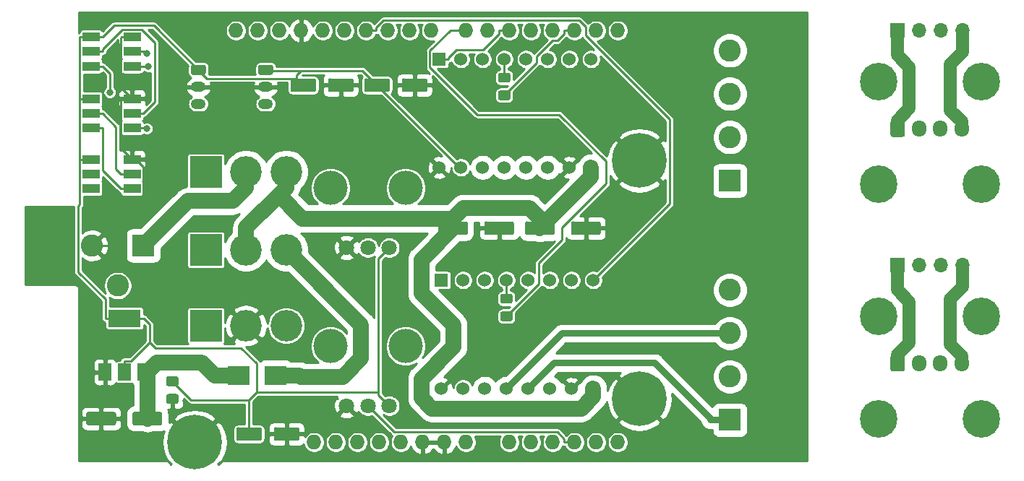
<source format=gtl>
%MOIN*%
%OFA0B0*%
%FSLAX46Y46*%
%IPPOS*%
%LPD*%
%ADD10O,0.068X0.068*%
%ADD11R,0.060000000000000005X0.060000000000000005*%
%ADD12C,0.060000000000000005*%
%ADD13C,0.031496062992125991*%
%ADD14C,0.25196850393700793*%
%ADD15C,0.10236220472440946*%
%ADD16R,0.10236220472440946X0.10236220472440946*%
%ADD17O,0.068897637795275593X0.047244094488188976*%
%ADD18R,0.07874015748031496X0.043307086614173235*%
%ADD19C,0.070866141732283464*%
%ADD20C,0.15748031496062992*%
%ADD21C,0.1456692913385827*%
%ADD22R,0.1456692913385827X0.1456692913385827*%
%ADD23R,0.14960629921259844X0.07874015748031496*%
%ADD24R,0.059055118110236227X0.07874015748031496*%
%ADD25R,0.0984251968503937X0.0905511811023622*%
%ADD26C,0.031496062992125991*%
%ADD27C,0.072834645669291348*%
%ADD28C,0.00984251968503937*%
%ADD29C,0.029527559055118113*%
%ADD30C,0.059047244094488194*%
%ADD31C,0.01*%
%ADD32C,0.0039370078740157488*%
%ADD43C,0.17322834645669294*%
%ADD44C,0.027559055118110236*%
%ADD45O,0.066929133858267723X0.076771653543307089*%
%ADD46R,0.066929133858267723X0.066929133858267723*%
%ADD47O,0.066929133858267723X0.066929133858267723*%
%ADD48C,0.059055118110236227*%
%ADD49C,0.17322834645669294*%
%ADD50C,0.027559055118110236*%
%ADD51O,0.066929133858267723X0.076771653543307089*%
%ADD52R,0.066929133858267723X0.066929133858267723*%
%ADD53O,0.066929133858267723X0.066929133858267723*%
%ADD54C,0.059055118110236227*%
G01*
D10*
X-0004007000Y0005095319D02*
X0002745952Y0000167366D03*
X0002645952Y0000167366D03*
X0002545952Y0000167366D03*
X0002445952Y0000167366D03*
X0002345952Y0000167366D03*
X0001345952Y0000167366D03*
X0001585952Y0002067366D03*
X0001485952Y0002067366D03*
X0001385952Y0002067366D03*
X0001185952Y0002067366D03*
X0001085952Y0002067366D03*
X0000985952Y0002067366D03*
X0001685952Y0002067366D03*
X0001785952Y0002067366D03*
X0001885952Y0002067366D03*
X0001285952Y0002067366D03*
X0002045952Y0002067366D03*
X0002145952Y0002067366D03*
X0002245952Y0002067366D03*
X0002345952Y0002067366D03*
X0002445952Y0002067366D03*
X0002545952Y0002067366D03*
X0002645952Y0002067366D03*
X0002745952Y0002067366D03*
X0001445952Y0000167366D03*
X0001545952Y0000167366D03*
X0001645952Y0000167366D03*
X0001745952Y0000167366D03*
X0001845952Y0000167366D03*
X0001945952Y0000167366D03*
X0002045952Y0000167366D03*
X0002245952Y0000167366D03*
D11*
X0001933000Y0000915319D03*
D12*
X0002033000Y0000915319D03*
X0002132999Y0000915319D03*
X0002233000Y0000915319D03*
X0002333000Y0000915319D03*
X0002432999Y0000915319D03*
X0002533000Y0000915319D03*
X0002633000Y0000915319D03*
X0002633000Y0000415319D03*
X0002533000Y0000415319D03*
X0002432999Y0000415319D03*
X0002333000Y0000415319D03*
X0002233000Y0000415319D03*
X0002132999Y0000415319D03*
X0002033000Y0000415319D03*
X0001933000Y0000415319D03*
X0001923000Y0001435319D03*
X0002023000Y0001435319D03*
X0002123000Y0001435319D03*
X0002222999Y0001435319D03*
X0002323000Y0001435319D03*
X0002423000Y0001435319D03*
X0002522999Y0001435319D03*
X0002622999Y0001435319D03*
X0002622999Y0001935319D03*
X0002522999Y0001935319D03*
X0002423000Y0001935319D03*
X0002323000Y0001935319D03*
X0002222999Y0001935319D03*
X0002123000Y0001935319D03*
X0002023000Y0001935319D03*
D11*
X0001923000Y0001935319D03*
D10*
X0002245952Y0000167366D03*
X0002045952Y0000167366D03*
X0001945952Y0000167366D03*
X0001845952Y0000167366D03*
X0001745952Y0000167366D03*
X0001645952Y0000167366D03*
X0001545952Y0000167366D03*
X0001445952Y0000167366D03*
X0002745952Y0002067366D03*
X0002645952Y0002067366D03*
X0002545952Y0002067366D03*
X0002445952Y0002067366D03*
X0002345952Y0002067366D03*
X0002245952Y0002067366D03*
X0002145952Y0002067366D03*
X0002045952Y0002067366D03*
X0001285952Y0002067366D03*
X0001885952Y0002067366D03*
X0001785952Y0002067366D03*
X0001685952Y0002067366D03*
X0000985952Y0002067366D03*
X0001085952Y0002067366D03*
X0001185952Y0002067366D03*
X0001385952Y0002067366D03*
X0001485952Y0002067366D03*
X0001585952Y0002067366D03*
X0001345952Y0000167366D03*
X0002345952Y0000167366D03*
X0002445952Y0000167366D03*
X0002545952Y0000167366D03*
X0002645952Y0000167366D03*
X0002745952Y0000167366D03*
G36*
G01*
X0001577330Y0001793665D02*
X0001577330Y0001836972D01*
G75*
G02*
X0001587173Y0001846815I0000009842D01*
G01*
X0001685598Y0001846815D01*
G75*
G02*
X0001695440Y0001836972J-0000009842D01*
G01*
X0001695440Y0001793665D01*
G75*
G02*
X0001685598Y0001783823I-0000009842D01*
G01*
X0001587173Y0001783823D01*
G75*
G02*
X0001577330Y0001793665J0000009842D01*
G01*
G37*
G36*
G01*
X0001750559Y0001793665D02*
X0001750559Y0001836972D01*
G75*
G02*
X0001760401Y0001846815I0000009842D01*
G01*
X0001858826Y0001846815D01*
G75*
G02*
X0001868669Y0001836972J-0000009842D01*
G01*
X0001868669Y0001793665D01*
G75*
G02*
X0001858826Y0001783823I-0000009842D01*
G01*
X0001760401Y0001783823D01*
G75*
G02*
X0001750559Y0001793665J0000009842D01*
G01*
G37*
G36*
G01*
X0001160559Y0000183665D02*
X0001160559Y0000226972D01*
G75*
G02*
X0001170401Y0000236815I0000009842D01*
G01*
X0001268826Y0000236815D01*
G75*
G02*
X0001278669Y0000226972J-0000009842D01*
G01*
X0001278669Y0000183665D01*
G75*
G02*
X0001268826Y0000173823I-0000009842D01*
G01*
X0001170401Y0000173823D01*
G75*
G02*
X0001160559Y0000183665J0000009842D01*
G01*
G37*
G36*
G01*
X0000987330Y0000183665D02*
X0000987330Y0000226972D01*
G75*
G02*
X0000997173Y0000236815I0000009842D01*
G01*
X0001095598Y0000236815D01*
G75*
G02*
X0001105440Y0000226972J-0000009842D01*
G01*
X0001105440Y0000183665D01*
G75*
G02*
X0001095598Y0000173823I-0000009842D01*
G01*
X0000997173Y0000173823D01*
G75*
G02*
X0000987330Y0000183665J0000009842D01*
G01*
G37*
G36*
G01*
X0000646188Y0000297956D02*
X0000646188Y0000254649D01*
G75*
G02*
X0000636346Y0000244807I-0000009842D01*
G01*
X0000518236Y0000244807D01*
G75*
G02*
X0000508393Y0000254649J0000009842D01*
G01*
X0000508393Y0000297956D01*
G75*
G02*
X0000518236Y0000307799I0000009842D01*
G01*
X0000636346Y0000307799D01*
G75*
G02*
X0000646188Y0000297956J-0000009842D01*
G01*
G37*
G36*
G01*
X0000433590Y0000297956D02*
X0000433590Y0000254649D01*
G75*
G02*
X0000423747Y0000244807I-0000009842D01*
G01*
X0000305637Y0000244807D01*
G75*
G02*
X0000295795Y0000254649J0000009842D01*
G01*
X0000295795Y0000297956D01*
G75*
G02*
X0000305637Y0000307799I0000009842D01*
G01*
X0000423747Y0000307799D01*
G75*
G02*
X0000433590Y0000297956J-0000009842D01*
G01*
G37*
G36*
G01*
X0001237330Y0001793665D02*
X0001237330Y0001836972D01*
G75*
G02*
X0001247173Y0001846815I0000009842D01*
G01*
X0001345598Y0001846815D01*
G75*
G02*
X0001355440Y0001836972J-0000009842D01*
G01*
X0001355440Y0001793665D01*
G75*
G02*
X0001345598Y0001783823I-0000009842D01*
G01*
X0001247173Y0001783823D01*
G75*
G02*
X0001237330Y0001793665J0000009842D01*
G01*
G37*
G36*
G01*
X0001410559Y0001793665D02*
X0001410559Y0001836972D01*
G75*
G02*
X0001420401Y0001846815I0000009842D01*
G01*
X0001518826Y0001846815D01*
G75*
G02*
X0001528669Y0001836972J-0000009842D01*
G01*
X0001528669Y0001793665D01*
G75*
G02*
X0001518826Y0001783823I-0000009842D01*
G01*
X0001420401Y0001783823D01*
G75*
G02*
X0001410559Y0001793665J0000009842D01*
G01*
G37*
G36*
G01*
X0002530401Y0001133665D02*
X0002530401Y0001176972D01*
G75*
G02*
X0002540244Y0001186815I0000009842D01*
G01*
X0002658354Y0001186815D01*
G75*
G02*
X0002668196Y0001176972J-0000009842D01*
G01*
X0002668196Y0001133665D01*
G75*
G02*
X0002658354Y0001123823I-0000009842D01*
G01*
X0002540244Y0001123823D01*
G75*
G02*
X0002530401Y0001133665J0000009842D01*
G01*
G37*
G36*
G01*
X0002317803Y0001133665D02*
X0002317803Y0001176972D01*
G75*
G02*
X0002327645Y0001186815I0000009842D01*
G01*
X0002445755Y0001186815D01*
G75*
G02*
X0002455598Y0001176972J-0000009842D01*
G01*
X0002455598Y0001133665D01*
G75*
G02*
X0002445755Y0001123823I-0000009842D01*
G01*
X0002327645Y0001123823D01*
G75*
G02*
X0002317803Y0001133665J0000009842D01*
G01*
G37*
G36*
G01*
X0001917803Y0001133665D02*
X0001917803Y0001176972D01*
G75*
G02*
X0001927645Y0001186815I0000009842D01*
G01*
X0002045755Y0001186815D01*
G75*
G02*
X0002055598Y0001176972J-0000009842D01*
G01*
X0002055598Y0001133665D01*
G75*
G02*
X0002045755Y0001123823I-0000009842D01*
G01*
X0001927645Y0001123823D01*
G75*
G02*
X0001917803Y0001133665J0000009842D01*
G01*
G37*
G36*
G01*
X0002130401Y0001133665D02*
X0002130401Y0001176972D01*
G75*
G02*
X0002140244Y0001186815I0000009842D01*
G01*
X0002258354Y0001186815D01*
G75*
G02*
X0002268196Y0001176972J-0000009842D01*
G01*
X0002268196Y0001133665D01*
G75*
G02*
X0002258354Y0001123823I-0000009842D01*
G01*
X0002140244Y0001123823D01*
G75*
G02*
X0002130401Y0001133665J0000009842D01*
G01*
G37*
D13*
X0002912765Y0001534179D03*
X0002845952Y0001561854D03*
X0002779139Y0001534179D03*
X0002751464Y0001467366D03*
X0002779139Y0001400553D03*
X0002845952Y0001372878D03*
X0002912765Y0001400553D03*
X0002940440Y0001467366D03*
D14*
X0002845952Y0001467366D03*
X0000795952Y0000167366D03*
D13*
X0000890440Y0000167366D03*
X0000862765Y0000100553D03*
X0000795952Y0000072878D03*
X0000729139Y0000100553D03*
X0000701464Y0000167366D03*
X0000729139Y0000234179D03*
X0000795952Y0000261854D03*
X0000862765Y0000234179D03*
X0002912765Y0000434179D03*
X0002845952Y0000461854D03*
X0002779139Y0000434179D03*
X0002751464Y0000367366D03*
X0002779139Y0000300553D03*
X0002845952Y0000272878D03*
X0002912765Y0000300553D03*
X0002940440Y0000367366D03*
D14*
X0002845952Y0000367366D03*
D15*
X0003262999Y0001975319D03*
X0003262999Y0001775319D03*
X0003262999Y0001575319D03*
D16*
X0003262999Y0001375319D03*
X0003262999Y0000270319D03*
D15*
X0003262999Y0000470319D03*
X0003262999Y0000670319D03*
X0003262999Y0000870319D03*
D17*
X0000812999Y0001728838D03*
X0000812999Y0001807578D03*
G36*
G01*
X0000788393Y0001909941D02*
X0000837606Y0001909941D01*
G75*
G02*
X0000847448Y0001900098J-0000009842D01*
G01*
X0000847448Y0001872539D01*
G75*
G02*
X0000837606Y0001862697I-0000009842D01*
G01*
X0000788393Y0001862697D01*
G75*
G02*
X0000778551Y0001872539J0000009842D01*
G01*
X0000778551Y0001900098D01*
G75*
G02*
X0000788393Y0001909941I0000009842D01*
G01*
G37*
G36*
G01*
X0001098393Y0001909941D02*
X0001147606Y0001909941D01*
G75*
G02*
X0001157448Y0001900098J-0000009842D01*
G01*
X0001157448Y0001872539D01*
G75*
G02*
X0001147606Y0001862697I-0000009842D01*
G01*
X0001098393Y0001862697D01*
G75*
G02*
X0001088551Y0001872539J0000009842D01*
G01*
X0001088551Y0001900098D01*
G75*
G02*
X0001098393Y0001909941I0000009842D01*
G01*
G37*
X0001122999Y0001807578D03*
X0001122999Y0001728838D03*
D16*
X0000559220Y0001075319D03*
D15*
X0000323000Y0001075319D03*
X0000441110Y0000890279D03*
D18*
X0000507488Y0001903390D03*
X0000507488Y0001970319D03*
X0000507488Y0002037248D03*
X0000318511Y0002037248D03*
X0000318511Y0001970319D03*
X0000318511Y0001903390D03*
X0000318511Y0001618390D03*
X0000318511Y0001685319D03*
X0000318511Y0001752248D03*
X0000507488Y0001752248D03*
X0000507488Y0001685319D03*
X0000507488Y0001618390D03*
X0000507488Y0001338390D03*
X0000507488Y0001405319D03*
X0000507488Y0001472248D03*
X0000318511Y0001472248D03*
X0000318511Y0001405319D03*
X0000318511Y0001338390D03*
G36*
G01*
X0002241700Y0001745496D02*
X0002204299Y0001745496D01*
G75*
G02*
X0002194456Y0001755338J0000009842D01*
G01*
X0002194456Y0001781913D01*
G75*
G02*
X0002204299Y0001791756I0000009842D01*
G01*
X0002241700Y0001791756D01*
G75*
G02*
X0002251543Y0001781913J-0000009842D01*
G01*
X0002251543Y0001755338D01*
G75*
G02*
X0002241700Y0001745496I-0000009842D01*
G01*
G37*
G36*
G01*
X0002241700Y0001827189D02*
X0002204299Y0001827189D01*
G75*
G02*
X0002194456Y0001837031J0000009842D01*
G01*
X0002194456Y0001863606D01*
G75*
G02*
X0002204299Y0001873449I0000009842D01*
G01*
X0002241700Y0001873449D01*
G75*
G02*
X0002251543Y0001863606J-0000009842D01*
G01*
X0002251543Y0001837031D01*
G75*
G02*
X0002241700Y0001827189I-0000009842D01*
G01*
G37*
G36*
G01*
X0002251700Y0000807208D02*
X0002214299Y0000807208D01*
G75*
G02*
X0002204456Y0000817051J0000009842D01*
G01*
X0002204456Y0000843626D01*
G75*
G02*
X0002214299Y0000853468I0000009842D01*
G01*
X0002251700Y0000853468D01*
G75*
G02*
X0002261543Y0000843626J-0000009842D01*
G01*
X0002261543Y0000817051D01*
G75*
G02*
X0002251700Y0000807208I-0000009842D01*
G01*
G37*
G36*
G01*
X0002251700Y0000725515D02*
X0002214299Y0000725515D01*
G75*
G02*
X0002204456Y0000735358J0000009842D01*
G01*
X0002204456Y0000761933D01*
G75*
G02*
X0002214299Y0000771775I0000009842D01*
G01*
X0002251700Y0000771775D01*
G75*
G02*
X0002261543Y0000761933J-0000009842D01*
G01*
X0002261543Y0000735358D01*
G75*
G02*
X0002251700Y0000725515I-0000009842D01*
G01*
G37*
D19*
X0001496149Y0000335319D03*
X0001594574Y0000335319D03*
X0001693000Y0000335319D03*
D20*
X0001421346Y0000610909D03*
X0001767803Y0000610909D03*
X0001767803Y0001340909D03*
X0001421346Y0001340909D03*
D19*
X0001693000Y0001065319D03*
X0001594574Y0001065319D03*
X0001496149Y0001065319D03*
D21*
X0001032999Y0000705319D03*
D22*
X0000847960Y0000705319D03*
D21*
X0001218039Y0000705319D03*
X0001218039Y0001055319D03*
D22*
X0000847960Y0001055319D03*
D21*
X0001032999Y0001055319D03*
X0001032999Y0001415319D03*
D22*
X0000847960Y0001415319D03*
D21*
X0001218039Y0001415319D03*
D23*
X0000473000Y0000739334D03*
D24*
X0000473000Y0000491303D03*
X0000563551Y0000491303D03*
X0000382448Y0000491303D03*
G36*
G01*
X0000674299Y0000472130D02*
X0000711700Y0000472130D01*
G75*
G02*
X0000721543Y0000462287J-0000009842D01*
G01*
X0000721543Y0000435712D01*
G75*
G02*
X0000711700Y0000425870I-0000009842D01*
G01*
X0000674299Y0000425870D01*
G75*
G02*
X0000664456Y0000435712J0000009842D01*
G01*
X0000664456Y0000462287D01*
G75*
G02*
X0000674299Y0000472130I0000009842D01*
G01*
G37*
G36*
G01*
X0000674299Y0000390437D02*
X0000711700Y0000390437D01*
G75*
G02*
X0000721543Y0000380594J-0000009842D01*
G01*
X0000721543Y0000354019D01*
G75*
G02*
X0000711700Y0000344177I-0000009842D01*
G01*
X0000674299Y0000344177D01*
G75*
G02*
X0000664456Y0000354019J0000009842D01*
G01*
X0000664456Y0000380594D01*
G75*
G02*
X0000674299Y0000390437I0000009842D01*
G01*
G37*
D25*
X0000998354Y0000475319D03*
X0001167645Y0000475319D03*
D26*
X0000583000Y0001901307D03*
X0000574873Y0001961952D03*
X0000127999Y0000984319D03*
X0000136999Y0001170319D03*
X0002916999Y0002052319D03*
X0003465000Y0002129319D03*
X0003435000Y0000109319D03*
X0002984000Y0000214319D03*
X0001281000Y0000346319D03*
X0000308000Y0000109319D03*
X0001032000Y0000877319D03*
X0001582999Y0001648319D03*
X0000814000Y0002114319D03*
X0002309000Y0001349319D03*
X0002120000Y0000620319D03*
X0002832000Y0000943319D03*
X0000655000Y0000639319D03*
X0003300000Y0001124319D03*
X0000404141Y0001782858D03*
X0000574873Y0001615102D03*
D27*
X0001986700Y0001200145D02*
X0001292870Y0001200145D01*
X0001292870Y0001200145D02*
X0001183846Y0001309169D01*
X0002408870Y0001177488D02*
X0002337106Y0001249252D01*
X0002337106Y0001249252D02*
X0002035807Y0001249252D01*
X0002035807Y0001249252D02*
X0001986700Y0001200145D01*
X0001986700Y0001200145D02*
X0001986700Y0001155319D01*
X0001183846Y0001309169D02*
X0001032999Y0001158323D01*
X0001032999Y0001158323D02*
X0001032999Y0001055319D01*
X0001218039Y0001415319D02*
X0001218039Y0001343362D01*
X0001218039Y0001343362D02*
X0001183846Y0001309169D01*
X0002408870Y0001177488D02*
X0002622999Y0001391618D01*
X0002622999Y0001391618D02*
X0002622999Y0001435319D01*
X0002386700Y0001155319D02*
X0002408870Y0001177488D01*
X0001986700Y0001155319D02*
X0001840992Y0001009610D01*
X0001840992Y0001009610D02*
X0001840992Y0000855161D01*
X0001840992Y0000855161D02*
X0001988826Y0000707327D01*
X0001988826Y0000707327D02*
X0001988826Y0000607327D01*
X0001988826Y0000607327D02*
X0001840992Y0000459492D01*
X0001840992Y0000459492D02*
X0001840992Y0000371145D01*
X0001840992Y0000371145D02*
X0001888826Y0000323311D01*
X0001888826Y0000323311D02*
X0002577173Y0000323311D01*
X0002577173Y0000323311D02*
X0002633000Y0000379138D01*
X0002633000Y0000379138D02*
X0002633000Y0000415319D01*
D28*
X0000507488Y0001903390D02*
X0000559665Y0001903390D01*
X0000559665Y0001903390D02*
X0000561748Y0001901307D01*
X0000561748Y0001901307D02*
X0000583000Y0001901307D01*
X0000507488Y0001970319D02*
X0000566507Y0001970319D01*
X0000566507Y0001970319D02*
X0000574873Y0001961952D01*
X0000323000Y0001075319D02*
X0000395362Y0001075319D01*
X0000395362Y0001075319D02*
X0000559653Y0001239590D01*
X0000559653Y0001239590D02*
X0000559653Y0001437208D01*
X0000559653Y0001437208D02*
X0000524614Y0001472248D01*
X0000524614Y0001472248D02*
X0000507488Y0001472248D01*
X0000507488Y0001752248D02*
X0000458275Y0001752248D01*
X0000458275Y0001752248D02*
X0000455322Y0001749295D01*
X0000455322Y0001749295D02*
X0000455322Y0001524413D01*
X0000455322Y0001524413D02*
X0000507488Y0001472248D01*
X0000507488Y0002037248D02*
X0000458275Y0002037248D01*
X0000458275Y0002037248D02*
X0000455322Y0002034295D01*
X0000455322Y0002034295D02*
X0000455322Y0001804413D01*
X0000455322Y0001804413D02*
X0000507488Y0001752248D01*
X0000318511Y0002037248D02*
X0000370688Y0002037248D01*
X0000832744Y0001866567D02*
X0000608149Y0002091161D01*
X0000608149Y0002091161D02*
X0000424602Y0002091161D01*
X0000424602Y0002091161D02*
X0000370688Y0002037248D01*
X0000832744Y0001866567D02*
X0000812999Y0001886319D01*
X0001264889Y0001846815D02*
X0000852488Y0001846815D01*
X0000852488Y0001846815D02*
X0000832744Y0001866567D01*
X0001636385Y0001815319D02*
X0002016385Y0001435319D01*
X0002016385Y0001435319D02*
X0002023000Y0001435319D01*
X0001636385Y0001815319D02*
X0001569456Y0001882248D01*
X0001569456Y0001882248D02*
X0001283988Y0001882248D01*
X0000473000Y0000739334D02*
X0000385389Y0000739334D01*
X0000266334Y0001472248D02*
X0000266334Y0001266441D01*
X0000266334Y0001266441D02*
X0000259007Y0001259114D01*
X0000259007Y0001259114D02*
X0000259007Y0000953327D01*
X0000259007Y0000953327D02*
X0000385389Y0000826945D01*
X0000385389Y0000826945D02*
X0000385389Y0000739334D01*
X0000270767Y0001472248D02*
X0000266334Y0001472248D01*
X0000318511Y0001472248D02*
X0000270767Y0001472248D01*
X0001046385Y0000362480D02*
X0001046385Y0000205319D01*
X0001080925Y0000397019D02*
X0001046385Y0000362480D01*
X0000692999Y0000449000D02*
X0000779519Y0000362480D01*
X0000779519Y0000362480D02*
X0001046385Y0000362480D01*
X0001080925Y0000397019D02*
X0001642669Y0000397019D01*
X0000588173Y0000628543D02*
X0000614078Y0000602638D01*
X0000614078Y0000602638D02*
X0001008850Y0000602638D01*
X0001008850Y0000602638D02*
X0001080925Y0000530563D01*
X0001080925Y0000530563D02*
X0001080925Y0000397019D01*
X0000588173Y0000628543D02*
X0000503110Y0000543480D01*
X0000503110Y0000543480D02*
X0000473000Y0000543480D01*
X0001642669Y0000397019D02*
X0001642669Y0001014988D01*
X0001642669Y0001014988D02*
X0001693000Y0001065319D01*
X0001693000Y0000335319D02*
X0001642669Y0000385649D01*
X0001642669Y0000385649D02*
X0001642669Y0000397019D01*
X0000473000Y0000491303D02*
X0000473000Y0000543480D01*
X0000588173Y0000628543D02*
X0000588173Y0000711771D01*
X0000588173Y0000711771D02*
X0000560610Y0000739334D01*
X0000473000Y0000739334D02*
X0000560610Y0000739334D01*
X0000292425Y0002037248D02*
X0000318511Y0002037248D01*
X0000292425Y0002037248D02*
X0000266334Y0002037248D01*
X0000266334Y0001472248D02*
X0000266334Y0001752248D01*
X0000318511Y0001752248D02*
X0000266334Y0001752248D01*
X0000266334Y0001752248D02*
X0000266334Y0002037248D01*
X0001296385Y0001815319D02*
X0001264889Y0001846815D01*
X0001283988Y0001882248D02*
X0001264889Y0001863149D01*
X0001264889Y0001863149D02*
X0001264889Y0001846815D01*
X0001283988Y0001882248D02*
X0001127055Y0001882248D01*
X0001127055Y0001882248D02*
X0001122999Y0001886319D01*
X0002545952Y0000167366D02*
X0002499145Y0000167366D01*
X0001594574Y0000335319D02*
X0001715720Y0000214173D01*
X0001715720Y0000214173D02*
X0002466968Y0000214173D01*
X0002466968Y0000214173D02*
X0002499145Y0000181996D01*
X0002499145Y0000181996D02*
X0002499145Y0000167366D01*
X0002222999Y0001850319D02*
X0002222999Y0001935319D01*
X0001923000Y0001935319D02*
X0001965807Y0001935319D01*
X0002245952Y0002067366D02*
X0002199145Y0002067366D01*
X0002199145Y0002067366D02*
X0002199145Y0002052736D01*
X0002199145Y0002052736D02*
X0002124535Y0001978126D01*
X0002124535Y0001978126D02*
X0002003259Y0001978126D01*
X0002003259Y0001978126D02*
X0001965807Y0001940673D01*
X0001965807Y0001940673D02*
X0001965807Y0001935319D01*
X0002233000Y0000830338D02*
X0002233000Y0000915319D01*
X0001585952Y0002067366D02*
X0001632759Y0002067366D01*
X0001632759Y0002067366D02*
X0001632759Y0002081992D01*
X0001632759Y0002081992D02*
X0001665421Y0002114653D01*
X0001665421Y0002114653D02*
X0002566929Y0002114653D01*
X0002566929Y0002114653D02*
X0002597929Y0002083653D01*
X0002597929Y0002083653D02*
X0002597929Y0002044897D01*
X0002597929Y0002044897D02*
X0002984870Y0001657956D01*
X0002984870Y0001657956D02*
X0002984870Y0001267189D01*
X0002984870Y0001267189D02*
X0002633000Y0000915319D01*
X0002545952Y0002067366D02*
X0002499145Y0002067366D01*
X0002222999Y0001768626D02*
X0002372999Y0001918626D01*
X0002372999Y0001918626D02*
X0002372999Y0001947067D01*
X0002372999Y0001947067D02*
X0002446492Y0002020559D01*
X0002446492Y0002020559D02*
X0002466968Y0002020559D01*
X0002466968Y0002020559D02*
X0002499145Y0002052736D01*
X0002499145Y0002052736D02*
X0002499145Y0002067366D01*
X0002233000Y0000748645D02*
X0002383000Y0000898645D01*
X0002383000Y0000898645D02*
X0002383000Y0000994842D01*
X0002383000Y0000994842D02*
X0002488409Y0001100252D01*
X0002488409Y0001100252D02*
X0002488409Y0001158141D01*
X0002488409Y0001158141D02*
X0002690972Y0001360704D01*
X0002690972Y0001360704D02*
X0002690972Y0001464299D01*
X0002690972Y0001464299D02*
X0002476007Y0001679264D01*
X0002476007Y0001679264D02*
X0002098118Y0001679264D01*
X0002098118Y0001679264D02*
X0001880188Y0001897193D01*
X0001880188Y0001897193D02*
X0001880188Y0001973775D01*
X0001880188Y0001973775D02*
X0001973779Y0002067366D01*
X0001973779Y0002067366D02*
X0002045952Y0002067366D01*
X0000559665Y0001685319D02*
X0000611555Y0001737208D01*
X0000611555Y0001737208D02*
X0000611555Y0002012878D01*
X0000611555Y0002012878D02*
X0000552720Y0002071712D01*
X0000552720Y0002071712D02*
X0000462208Y0002071712D01*
X0000462208Y0002071712D02*
X0000370688Y0001980193D01*
X0000370688Y0001980193D02*
X0000370688Y0001970319D01*
X0000318511Y0001970319D02*
X0000370688Y0001970319D01*
X0000507488Y0001685319D02*
X0000559665Y0001685319D01*
X0000318511Y0001903390D02*
X0000370688Y0001903390D01*
X0000404141Y0001782858D02*
X0000404141Y0001869937D01*
X0000404141Y0001869937D02*
X0000370688Y0001903390D01*
X0000507488Y0001618390D02*
X0000571586Y0001618390D01*
X0000571586Y0001618390D02*
X0000574873Y0001615102D01*
X0000507488Y0001338390D02*
X0000455310Y0001338390D01*
X0000318511Y0001618390D02*
X0000370688Y0001618390D01*
X0000370688Y0001618390D02*
X0000370688Y0001423012D01*
X0000370688Y0001423012D02*
X0000455310Y0001338390D01*
X0000318511Y0001685319D02*
X0000370688Y0001685319D01*
X0000507488Y0001405319D02*
X0000455310Y0001405319D01*
X0000455310Y0001405319D02*
X0000432870Y0001427760D01*
X0000432870Y0001427760D02*
X0000432870Y0001623138D01*
X0000432870Y0001623138D02*
X0000370688Y0001685319D01*
D29*
X0003262999Y0000270319D02*
X0003171452Y0000270319D01*
X0003171452Y0000270319D02*
X0003171452Y0000278901D01*
X0003171452Y0000278901D02*
X0002915618Y0000534736D01*
X0002915618Y0000534736D02*
X0002452417Y0000534736D01*
X0002452417Y0000534736D02*
X0002333000Y0000415319D01*
X0003262999Y0000670319D02*
X0002488000Y0000670319D01*
X0002488000Y0000670319D02*
X0002233000Y0000415319D01*
D27*
X0000577291Y0000491303D02*
X0000620933Y0000534945D01*
X0000620933Y0000534945D02*
X0000827496Y0000534945D01*
X0000827496Y0000534945D02*
X0000887122Y0000475319D01*
D30*
X0000577291Y0000491303D02*
X0000563551Y0000491303D01*
D27*
X0000998354Y0000475319D02*
X0000887122Y0000475319D01*
X0000577291Y0000491303D02*
X0000577291Y0000276303D01*
X0001167645Y0000475319D02*
X0001278877Y0000475319D01*
X0001278877Y0000475319D02*
X0001285074Y0000469122D01*
X0001285074Y0000469122D02*
X0001478696Y0000469122D01*
X0001478696Y0000469122D02*
X0001563385Y0000553811D01*
X0001563385Y0000553811D02*
X0001563385Y0000709972D01*
X0001563385Y0000709972D02*
X0001218039Y0001055319D01*
X0000559220Y0001075319D02*
X0000764377Y0001280476D01*
X0000764377Y0001280476D02*
X0000970401Y0001280476D01*
X0000970401Y0001280476D02*
X0001032999Y0001343075D01*
X0001032999Y0001343075D02*
X0001032999Y0001415319D01*
D31*
X0000239086Y0000954305D02*
X0000238990Y0000953327D01*
X0000239374Y0000949421D01*
X0000240513Y0000945666D01*
X0000240513Y0000945666D01*
X0000242363Y0000942205D01*
X0000244853Y0000939172D01*
X0000245613Y0000938548D01*
X0000365468Y0000818693D01*
X0000365468Y0000740313D01*
X0000365372Y0000739334D01*
X0000365756Y0000735429D01*
X0000366895Y0000731674D01*
X0000368745Y0000728213D01*
X0000371235Y0000725180D01*
X0000374268Y0000722690D01*
X0000377729Y0000720840D01*
X0000381484Y0000719701D01*
X0000383124Y0000719540D01*
X0000383124Y0000699964D01*
X0000383413Y0000697024D01*
X0000384271Y0000694196D01*
X0000385664Y0000691590D01*
X0000387538Y0000689306D01*
X0000389822Y0000687432D01*
X0000392428Y0000686039D01*
X0000395256Y0000685181D01*
X0000398196Y0000684892D01*
X0000547803Y0000684892D01*
X0000550743Y0000685181D01*
X0000553571Y0000686039D01*
X0000556177Y0000687432D01*
X0000558461Y0000689306D01*
X0000560335Y0000691590D01*
X0000561728Y0000694196D01*
X0000562586Y0000697024D01*
X0000562875Y0000699964D01*
X0000562875Y0000708896D01*
X0000568251Y0000703520D01*
X0000568251Y0000636795D01*
X0000494858Y0000563401D01*
X0000473978Y0000563401D01*
X0000473000Y0000563498D01*
X0000472021Y0000563401D01*
X0000469094Y0000563113D01*
X0000465339Y0000561974D01*
X0000461878Y0000560124D01*
X0000458845Y0000557635D01*
X0000456355Y0000554601D01*
X0000454506Y0000551140D01*
X0000453367Y0000547385D01*
X0000453205Y0000545746D01*
X0000443472Y0000545746D01*
X0000440531Y0000545456D01*
X0000437704Y0000544598D01*
X0000435098Y0000543205D01*
X0000434074Y0000542365D01*
X0000432863Y0000544629D01*
X0000429739Y0000548436D01*
X0000425932Y0000551560D01*
X0000421589Y0000553882D01*
X0000416877Y0000555311D01*
X0000411976Y0000555794D01*
X0000393698Y0000555673D01*
X0000387448Y0000549423D01*
X0000387448Y0000496303D01*
X0000388236Y0000496303D01*
X0000388236Y0000486303D01*
X0000387448Y0000486303D01*
X0000387448Y0000433183D01*
X0000393698Y0000426933D01*
X0000411976Y0000426812D01*
X0000416877Y0000427295D01*
X0000421589Y0000428724D01*
X0000425932Y0000431046D01*
X0000429739Y0000434170D01*
X0000432863Y0000437976D01*
X0000434074Y0000440241D01*
X0000435098Y0000439400D01*
X0000437704Y0000438008D01*
X0000440531Y0000437150D01*
X0000443472Y0000436860D01*
X0000502527Y0000436860D01*
X0000505468Y0000437150D01*
X0000506991Y0000437612D01*
X0000508465Y0000434855D01*
X0000510283Y0000432640D01*
X0000510283Y0000337747D01*
X0000502706Y0000335448D01*
X0000495690Y0000331698D01*
X0000489541Y0000326652D01*
X0000484494Y0000320502D01*
X0000480744Y0000313486D01*
X0000478434Y0000305873D01*
X0000477655Y0000297956D01*
X0000477655Y0000254649D01*
X0000478434Y0000246732D01*
X0000480744Y0000239120D01*
X0000484494Y0000232104D01*
X0000489541Y0000225954D01*
X0000495690Y0000220907D01*
X0000502706Y0000217157D01*
X0000510319Y0000214848D01*
X0000518236Y0000214068D01*
X0000551616Y0000214068D01*
X0000564155Y0000210265D01*
X0000577291Y0000208971D01*
X0000590427Y0000210265D01*
X0000602966Y0000214068D01*
X0000636346Y0000214068D01*
X0000644263Y0000214848D01*
X0000651876Y0000217157D01*
X0000653603Y0000218080D01*
X0000647342Y0000197902D01*
X0000644240Y0000168323D01*
X0000646969Y0000138707D01*
X0000655423Y0000110192D01*
X0000669277Y0000083875D01*
X0000670340Y0000082284D01*
X0000689618Y0000068103D01*
X0000685533Y0000064018D01*
X0000683822Y0000065559D01*
X0000673984Y0000077480D01*
X0000673002Y0000078676D01*
X0000670569Y0000080673D01*
X0000669166Y0000081423D01*
X0000669166Y0000081423D01*
X0000669166Y0000081423D01*
X0000667792Y0000082158D01*
X0000666283Y0000082615D01*
X0000666283Y0000082615D01*
X0000666283Y0000082615D01*
X0000664779Y0000083072D01*
X0000662430Y0000083303D01*
X0000261984Y0000083303D01*
X0000261984Y0000244807D01*
X0000270674Y0000244807D01*
X0000271157Y0000239906D01*
X0000272586Y0000235193D01*
X0000274907Y0000230850D01*
X0000278032Y0000227044D01*
X0000281838Y0000223920D01*
X0000286181Y0000221598D01*
X0000290894Y0000220169D01*
X0000295795Y0000219686D01*
X0000353442Y0000219807D01*
X0000359692Y0000226057D01*
X0000359692Y0000271303D01*
X0000369692Y0000271303D01*
X0000369692Y0000226057D01*
X0000375942Y0000219807D01*
X0000433590Y0000219686D01*
X0000438491Y0000220169D01*
X0000443203Y0000221598D01*
X0000447547Y0000223920D01*
X0000451353Y0000227044D01*
X0000454477Y0000230850D01*
X0000456799Y0000235193D01*
X0000458228Y0000239906D01*
X0000458711Y0000244807D01*
X0000458590Y0000265053D01*
X0000452340Y0000271303D01*
X0000369692Y0000271303D01*
X0000359692Y0000271303D01*
X0000277045Y0000271303D01*
X0000270795Y0000265053D01*
X0000270674Y0000244807D01*
X0000261984Y0000244807D01*
X0000261984Y0000307799D01*
X0000270674Y0000307799D01*
X0000270795Y0000287553D01*
X0000277045Y0000281303D01*
X0000359692Y0000281303D01*
X0000359692Y0000326549D01*
X0000369692Y0000326549D01*
X0000369692Y0000281303D01*
X0000452340Y0000281303D01*
X0000458590Y0000287553D01*
X0000458711Y0000307799D01*
X0000458228Y0000312700D01*
X0000456799Y0000317412D01*
X0000454477Y0000321755D01*
X0000451353Y0000325562D01*
X0000447547Y0000328686D01*
X0000443203Y0000331008D01*
X0000438491Y0000332437D01*
X0000433590Y0000332920D01*
X0000375942Y0000332799D01*
X0000369692Y0000326549D01*
X0000359692Y0000326549D01*
X0000353442Y0000332799D01*
X0000295795Y0000332920D01*
X0000290894Y0000332437D01*
X0000286181Y0000331008D01*
X0000281838Y0000328686D01*
X0000278032Y0000325562D01*
X0000274907Y0000321755D01*
X0000272586Y0000317412D01*
X0000271157Y0000312700D01*
X0000270674Y0000307799D01*
X0000261984Y0000307799D01*
X0000261984Y0000451933D01*
X0000327800Y0000451933D01*
X0000328282Y0000447032D01*
X0000329712Y0000442319D01*
X0000332033Y0000437976D01*
X0000335158Y0000434170D01*
X0000338964Y0000431046D01*
X0000343307Y0000428724D01*
X0000348020Y0000427295D01*
X0000352921Y0000426812D01*
X0000371198Y0000426933D01*
X0000377448Y0000433183D01*
X0000377448Y0000486303D01*
X0000334171Y0000486303D01*
X0000327921Y0000480053D01*
X0000327800Y0000451933D01*
X0000261984Y0000451933D01*
X0000261984Y0000530673D01*
X0000327800Y0000530673D01*
X0000327921Y0000502553D01*
X0000334171Y0000496303D01*
X0000377448Y0000496303D01*
X0000377448Y0000549423D01*
X0000371198Y0000555673D01*
X0000352921Y0000555794D01*
X0000348020Y0000555311D01*
X0000343307Y0000553882D01*
X0000338964Y0000551560D01*
X0000335158Y0000548436D01*
X0000332033Y0000544629D01*
X0000329712Y0000540286D01*
X0000328282Y0000535574D01*
X0000327800Y0000530673D01*
X0000261984Y0000530673D01*
X0000261984Y0000877534D01*
X0000262061Y0000878319D01*
X0000261752Y0000881452D01*
X0000260838Y0000884465D01*
X0000259354Y0000887242D01*
X0000257357Y0000889676D01*
X0000254923Y0000891673D01*
X0000252146Y0000893158D01*
X0000249133Y0000894072D01*
X0000246785Y0000894303D01*
X0000246000Y0000894380D01*
X0000245214Y0000894303D01*
X0000015984Y0000894303D01*
X0000015984Y0001256334D01*
X0000239086Y0001256334D01*
X0000239086Y0000954305D01*
D32*
G36*
X0000239086Y0000954305D02*
G01*
X0000238990Y0000953327D01*
X0000239374Y0000949421D01*
X0000240513Y0000945666D01*
X0000240513Y0000945666D01*
X0000242363Y0000942205D01*
X0000244853Y0000939172D01*
X0000245613Y0000938548D01*
X0000365468Y0000818693D01*
X0000365468Y0000740313D01*
X0000365372Y0000739334D01*
X0000365756Y0000735429D01*
X0000366895Y0000731674D01*
X0000368745Y0000728213D01*
X0000371235Y0000725180D01*
X0000374268Y0000722690D01*
X0000377729Y0000720840D01*
X0000381484Y0000719701D01*
X0000383124Y0000719540D01*
X0000383124Y0000699964D01*
X0000383413Y0000697024D01*
X0000384271Y0000694196D01*
X0000385664Y0000691590D01*
X0000387538Y0000689306D01*
X0000389822Y0000687432D01*
X0000392428Y0000686039D01*
X0000395256Y0000685181D01*
X0000398196Y0000684892D01*
X0000547803Y0000684892D01*
X0000550743Y0000685181D01*
X0000553571Y0000686039D01*
X0000556177Y0000687432D01*
X0000558461Y0000689306D01*
X0000560335Y0000691590D01*
X0000561728Y0000694196D01*
X0000562586Y0000697024D01*
X0000562875Y0000699964D01*
X0000562875Y0000708896D01*
X0000568251Y0000703520D01*
X0000568251Y0000636795D01*
X0000494858Y0000563401D01*
X0000473978Y0000563401D01*
X0000473000Y0000563498D01*
X0000472021Y0000563401D01*
X0000469094Y0000563113D01*
X0000465339Y0000561974D01*
X0000461878Y0000560124D01*
X0000458845Y0000557635D01*
X0000456355Y0000554601D01*
X0000454506Y0000551140D01*
X0000453367Y0000547385D01*
X0000453205Y0000545746D01*
X0000443472Y0000545746D01*
X0000440531Y0000545456D01*
X0000437704Y0000544598D01*
X0000435098Y0000543205D01*
X0000434074Y0000542365D01*
X0000432863Y0000544629D01*
X0000429739Y0000548436D01*
X0000425932Y0000551560D01*
X0000421589Y0000553882D01*
X0000416877Y0000555311D01*
X0000411976Y0000555794D01*
X0000393698Y0000555673D01*
X0000387448Y0000549423D01*
X0000387448Y0000496303D01*
X0000388236Y0000496303D01*
X0000388236Y0000486303D01*
X0000387448Y0000486303D01*
X0000387448Y0000433183D01*
X0000393698Y0000426933D01*
X0000411976Y0000426812D01*
X0000416877Y0000427295D01*
X0000421589Y0000428724D01*
X0000425932Y0000431046D01*
X0000429739Y0000434170D01*
X0000432863Y0000437976D01*
X0000434074Y0000440241D01*
X0000435098Y0000439400D01*
X0000437704Y0000438008D01*
X0000440531Y0000437150D01*
X0000443472Y0000436860D01*
X0000502527Y0000436860D01*
X0000505468Y0000437150D01*
X0000506991Y0000437612D01*
X0000508465Y0000434855D01*
X0000510283Y0000432640D01*
X0000510283Y0000337747D01*
X0000502706Y0000335448D01*
X0000495690Y0000331698D01*
X0000489541Y0000326652D01*
X0000484494Y0000320502D01*
X0000480744Y0000313486D01*
X0000478434Y0000305873D01*
X0000477655Y0000297956D01*
X0000477655Y0000254649D01*
X0000478434Y0000246732D01*
X0000480744Y0000239120D01*
X0000484494Y0000232104D01*
X0000489541Y0000225954D01*
X0000495690Y0000220907D01*
X0000502706Y0000217157D01*
X0000510319Y0000214848D01*
X0000518236Y0000214068D01*
X0000551616Y0000214068D01*
X0000564155Y0000210265D01*
X0000577291Y0000208971D01*
X0000590427Y0000210265D01*
X0000602966Y0000214068D01*
X0000636346Y0000214068D01*
X0000644263Y0000214848D01*
X0000651876Y0000217157D01*
X0000653603Y0000218080D01*
X0000647342Y0000197902D01*
X0000644240Y0000168323D01*
X0000646969Y0000138707D01*
X0000655423Y0000110192D01*
X0000669277Y0000083875D01*
X0000670340Y0000082284D01*
X0000689618Y0000068103D01*
X0000685533Y0000064018D01*
X0000683822Y0000065559D01*
X0000673984Y0000077480D01*
X0000673002Y0000078676D01*
X0000670569Y0000080673D01*
X0000669166Y0000081423D01*
X0000669166Y0000081423D01*
X0000669166Y0000081423D01*
X0000667792Y0000082158D01*
X0000666283Y0000082615D01*
X0000666283Y0000082615D01*
X0000666283Y0000082615D01*
X0000664779Y0000083072D01*
X0000662430Y0000083303D01*
X0000261984Y0000083303D01*
X0000261984Y0000244807D01*
X0000270674Y0000244807D01*
X0000271157Y0000239906D01*
X0000272586Y0000235193D01*
X0000274907Y0000230850D01*
X0000278032Y0000227044D01*
X0000281838Y0000223920D01*
X0000286181Y0000221598D01*
X0000290894Y0000220169D01*
X0000295795Y0000219686D01*
X0000353442Y0000219807D01*
X0000359692Y0000226057D01*
X0000359692Y0000271303D01*
X0000369692Y0000271303D01*
X0000369692Y0000226057D01*
X0000375942Y0000219807D01*
X0000433590Y0000219686D01*
X0000438491Y0000220169D01*
X0000443203Y0000221598D01*
X0000447547Y0000223920D01*
X0000451353Y0000227044D01*
X0000454477Y0000230850D01*
X0000456799Y0000235193D01*
X0000458228Y0000239906D01*
X0000458711Y0000244807D01*
X0000458590Y0000265053D01*
X0000452340Y0000271303D01*
X0000369692Y0000271303D01*
X0000359692Y0000271303D01*
X0000277045Y0000271303D01*
X0000270795Y0000265053D01*
X0000270674Y0000244807D01*
X0000261984Y0000244807D01*
X0000261984Y0000307799D01*
X0000270674Y0000307799D01*
X0000270795Y0000287553D01*
X0000277045Y0000281303D01*
X0000359692Y0000281303D01*
X0000359692Y0000326549D01*
X0000369692Y0000326549D01*
X0000369692Y0000281303D01*
X0000452340Y0000281303D01*
X0000458590Y0000287553D01*
X0000458711Y0000307799D01*
X0000458228Y0000312700D01*
X0000456799Y0000317412D01*
X0000454477Y0000321755D01*
X0000451353Y0000325562D01*
X0000447547Y0000328686D01*
X0000443203Y0000331008D01*
X0000438491Y0000332437D01*
X0000433590Y0000332920D01*
X0000375942Y0000332799D01*
X0000369692Y0000326549D01*
X0000359692Y0000326549D01*
X0000353442Y0000332799D01*
X0000295795Y0000332920D01*
X0000290894Y0000332437D01*
X0000286181Y0000331008D01*
X0000281838Y0000328686D01*
X0000278032Y0000325562D01*
X0000274907Y0000321755D01*
X0000272586Y0000317412D01*
X0000271157Y0000312700D01*
X0000270674Y0000307799D01*
X0000261984Y0000307799D01*
X0000261984Y0000451933D01*
X0000327800Y0000451933D01*
X0000328282Y0000447032D01*
X0000329712Y0000442319D01*
X0000332033Y0000437976D01*
X0000335158Y0000434170D01*
X0000338964Y0000431046D01*
X0000343307Y0000428724D01*
X0000348020Y0000427295D01*
X0000352921Y0000426812D01*
X0000371198Y0000426933D01*
X0000377448Y0000433183D01*
X0000377448Y0000486303D01*
X0000334171Y0000486303D01*
X0000327921Y0000480053D01*
X0000327800Y0000451933D01*
X0000261984Y0000451933D01*
X0000261984Y0000530673D01*
X0000327800Y0000530673D01*
X0000327921Y0000502553D01*
X0000334171Y0000496303D01*
X0000377448Y0000496303D01*
X0000377448Y0000549423D01*
X0000371198Y0000555673D01*
X0000352921Y0000555794D01*
X0000348020Y0000555311D01*
X0000343307Y0000553882D01*
X0000338964Y0000551560D01*
X0000335158Y0000548436D01*
X0000332033Y0000544629D01*
X0000329712Y0000540286D01*
X0000328282Y0000535574D01*
X0000327800Y0000530673D01*
X0000261984Y0000530673D01*
X0000261984Y0000877534D01*
X0000262061Y0000878319D01*
X0000261752Y0000881452D01*
X0000260838Y0000884465D01*
X0000259354Y0000887242D01*
X0000257357Y0000889676D01*
X0000254923Y0000891673D01*
X0000252146Y0000893158D01*
X0000249133Y0000894072D01*
X0000246785Y0000894303D01*
X0000246000Y0000894380D01*
X0000245214Y0000894303D01*
X0000015984Y0000894303D01*
X0000015984Y0001256334D01*
X0000239086Y0001256334D01*
X0000239086Y0000954305D01*
G37*
D31*
X0003617015Y0000083303D02*
X0002845783Y0000083303D01*
X0002845782Y0000083303D01*
X0002845074Y0000083303D01*
X0002844214Y0000083303D01*
X0002844213Y0000083303D01*
X0000961156Y0000082989D01*
X0000929240Y0000082989D01*
X0000926891Y0000082757D01*
X0000923878Y0000081843D01*
X0000921101Y0000080359D01*
X0000918668Y0000078362D01*
X0000917938Y0000077473D01*
X0000905992Y0000064398D01*
X0000902286Y0000068103D01*
X0000921564Y0000082284D01*
X0000935749Y0000108424D01*
X0000944562Y0000136830D01*
X0000947664Y0000166409D01*
X0000944936Y0000196025D01*
X0000936482Y0000224539D01*
X0000922628Y0000250857D01*
X0000921564Y0000252448D01*
X0000902286Y0000266629D01*
X0000862209Y0000226551D01*
X0000855138Y0000233622D01*
X0000895215Y0000273700D01*
X0000881034Y0000292978D01*
X0000854894Y0000307163D01*
X0000826488Y0000315976D01*
X0000796909Y0000319078D01*
X0000767293Y0000316349D01*
X0000738779Y0000307895D01*
X0000712461Y0000294041D01*
X0000710870Y0000292978D01*
X0000696689Y0000273700D01*
X0000736767Y0000233622D01*
X0000729696Y0000226551D01*
X0000689618Y0000266629D01*
X0000676927Y0000257293D01*
X0000676927Y0000297956D01*
X0000676147Y0000305873D01*
X0000673838Y0000313486D01*
X0000670837Y0000319101D01*
X0000681750Y0000319177D01*
X0000688000Y0000325427D01*
X0000688000Y0000362307D01*
X0000687212Y0000362307D01*
X0000687212Y0000372307D01*
X0000688000Y0000372307D01*
X0000688000Y0000373094D01*
X0000698000Y0000373094D01*
X0000698000Y0000372307D01*
X0000698787Y0000372307D01*
X0000698787Y0000362307D01*
X0000698000Y0000362307D01*
X0000698000Y0000325427D01*
X0000704250Y0000319177D01*
X0000721543Y0000319056D01*
X0000726444Y0000319539D01*
X0000731156Y0000320968D01*
X0000735499Y0000323290D01*
X0000739306Y0000326414D01*
X0000742430Y0000330220D01*
X0000744752Y0000334564D01*
X0000746181Y0000339276D01*
X0000746664Y0000344177D01*
X0000746543Y0000356057D01*
X0000740293Y0000362307D01*
X0000746543Y0000362307D01*
X0000746543Y0000367284D01*
X0000764741Y0000349086D01*
X0000765365Y0000348325D01*
X0000768398Y0000345836D01*
X0000771502Y0000344177D01*
X0000771859Y0000343986D01*
X0000775614Y0000342847D01*
X0000779519Y0000342462D01*
X0000780498Y0000342559D01*
X0001026464Y0000342559D01*
X0001026464Y0000251887D01*
X0000997173Y0000251887D01*
X0000992312Y0000251409D01*
X0000987638Y0000249991D01*
X0000983331Y0000247688D01*
X0000979555Y0000244590D01*
X0000976457Y0000240814D01*
X0000974154Y0000236507D01*
X0000972736Y0000231833D01*
X0000972258Y0000226972D01*
X0000972258Y0000183665D01*
X0000972736Y0000178804D01*
X0000974154Y0000174130D01*
X0000976457Y0000169823D01*
X0000979555Y0000166047D01*
X0000983331Y0000162949D01*
X0000987638Y0000160647D01*
X0000992312Y0000159229D01*
X0000997173Y0000158750D01*
X0001095598Y0000158750D01*
X0001100459Y0000159229D01*
X0001105132Y0000160647D01*
X0001109440Y0000162949D01*
X0001113216Y0000166047D01*
X0001116314Y0000169823D01*
X0001118452Y0000173823D01*
X0001135438Y0000173823D01*
X0001135920Y0000168922D01*
X0001137350Y0000164209D01*
X0001139671Y0000159866D01*
X0001142795Y0000156059D01*
X0001146602Y0000152935D01*
X0001150945Y0000150614D01*
X0001155658Y0000149184D01*
X0001160559Y0000148702D01*
X0001208364Y0000148823D01*
X0001214614Y0000155073D01*
X0001214614Y0000200319D01*
X0001224614Y0000200319D01*
X0001224614Y0000155073D01*
X0001230864Y0000148823D01*
X0001278669Y0000148702D01*
X0001283570Y0000149184D01*
X0001288282Y0000150614D01*
X0001292625Y0000152935D01*
X0001296432Y0000156059D01*
X0001297888Y0000157834D01*
X0001298835Y0000153073D01*
X0001302529Y0000144156D01*
X0001307891Y0000136130D01*
X0001314717Y0000129305D01*
X0001322742Y0000123943D01*
X0001331660Y0000120249D01*
X0001341126Y0000118366D01*
X0001350778Y0000118366D01*
X0001360245Y0000120249D01*
X0001369162Y0000123943D01*
X0001377188Y0000129305D01*
X0001384013Y0000136130D01*
X0001389375Y0000144156D01*
X0001393069Y0000153073D01*
X0001394952Y0000162540D01*
X0001394952Y0000172192D01*
X0001396952Y0000172192D01*
X0001396952Y0000162540D01*
X0001398835Y0000153073D01*
X0001402529Y0000144156D01*
X0001407891Y0000136130D01*
X0001414717Y0000129305D01*
X0001422742Y0000123943D01*
X0001431660Y0000120249D01*
X0001441126Y0000118366D01*
X0001450778Y0000118366D01*
X0001460245Y0000120249D01*
X0001469162Y0000123943D01*
X0001477188Y0000129305D01*
X0001484013Y0000136130D01*
X0001489375Y0000144156D01*
X0001493069Y0000153073D01*
X0001494952Y0000162540D01*
X0001494952Y0000172192D01*
X0001496952Y0000172192D01*
X0001496952Y0000162540D01*
X0001498835Y0000153073D01*
X0001502529Y0000144156D01*
X0001507891Y0000136130D01*
X0001514717Y0000129305D01*
X0001522742Y0000123943D01*
X0001531659Y0000120249D01*
X0001541126Y0000118366D01*
X0001550778Y0000118366D01*
X0001560245Y0000120249D01*
X0001569162Y0000123943D01*
X0001577188Y0000129305D01*
X0001584013Y0000136130D01*
X0001589375Y0000144156D01*
X0001593069Y0000153073D01*
X0001594952Y0000162540D01*
X0001594952Y0000172192D01*
X0001596952Y0000172192D01*
X0001596952Y0000162540D01*
X0001598835Y0000153073D01*
X0001602529Y0000144156D01*
X0001607891Y0000136130D01*
X0001614717Y0000129305D01*
X0001622742Y0000123943D01*
X0001631660Y0000120249D01*
X0001641126Y0000118366D01*
X0001650778Y0000118366D01*
X0001660245Y0000120249D01*
X0001669162Y0000123943D01*
X0001677188Y0000129305D01*
X0001684013Y0000136130D01*
X0001689375Y0000144156D01*
X0001693069Y0000153073D01*
X0001694952Y0000162540D01*
X0001694952Y0000172192D01*
X0001693069Y0000181659D01*
X0001689375Y0000190576D01*
X0001684013Y0000198602D01*
X0001677188Y0000205427D01*
X0001669162Y0000210789D01*
X0001660245Y0000214483D01*
X0001650778Y0000216366D01*
X0001641126Y0000216366D01*
X0001631660Y0000214483D01*
X0001622742Y0000210789D01*
X0001614717Y0000205427D01*
X0001607891Y0000198602D01*
X0001602529Y0000190576D01*
X0001598835Y0000181659D01*
X0001596952Y0000172192D01*
X0001594952Y0000172192D01*
X0001593069Y0000181659D01*
X0001589375Y0000190576D01*
X0001584013Y0000198602D01*
X0001577188Y0000205427D01*
X0001569162Y0000210789D01*
X0001560245Y0000214483D01*
X0001550778Y0000216366D01*
X0001541126Y0000216366D01*
X0001531659Y0000214483D01*
X0001522742Y0000210789D01*
X0001514717Y0000205427D01*
X0001507891Y0000198602D01*
X0001502529Y0000190576D01*
X0001498835Y0000181659D01*
X0001496952Y0000172192D01*
X0001494952Y0000172192D01*
X0001493069Y0000181659D01*
X0001489375Y0000190576D01*
X0001484013Y0000198602D01*
X0001477188Y0000205427D01*
X0001469162Y0000210789D01*
X0001460245Y0000214483D01*
X0001450778Y0000216366D01*
X0001441126Y0000216366D01*
X0001431660Y0000214483D01*
X0001422742Y0000210789D01*
X0001414717Y0000205427D01*
X0001407891Y0000198602D01*
X0001402529Y0000190576D01*
X0001398835Y0000181659D01*
X0001396952Y0000172192D01*
X0001394952Y0000172192D01*
X0001393069Y0000181659D01*
X0001389375Y0000190576D01*
X0001384013Y0000198602D01*
X0001377188Y0000205427D01*
X0001369162Y0000210789D01*
X0001360245Y0000214483D01*
X0001350778Y0000216366D01*
X0001341126Y0000216366D01*
X0001331660Y0000214483D01*
X0001322742Y0000210789D01*
X0001314717Y0000205427D01*
X0001307891Y0000198602D01*
X0001303679Y0000192298D01*
X0001303669Y0000194069D01*
X0001297419Y0000200319D01*
X0001224614Y0000200319D01*
X0001214614Y0000200319D01*
X0001141809Y0000200319D01*
X0001135559Y0000194069D01*
X0001135438Y0000173823D01*
X0001118452Y0000173823D01*
X0001118616Y0000174130D01*
X0001120034Y0000178804D01*
X0001120513Y0000183665D01*
X0001120513Y0000226972D01*
X0001120034Y0000231833D01*
X0001118616Y0000236507D01*
X0001118452Y0000236815D01*
X0001135438Y0000236815D01*
X0001135559Y0000216569D01*
X0001141809Y0000210319D01*
X0001214614Y0000210319D01*
X0001214614Y0000255565D01*
X0001224614Y0000255565D01*
X0001224614Y0000210319D01*
X0001297419Y0000210319D01*
X0001303669Y0000216569D01*
X0001303790Y0000236815D01*
X0001303307Y0000241716D01*
X0001301878Y0000246428D01*
X0001299556Y0000250771D01*
X0001296432Y0000254578D01*
X0001292625Y0000257702D01*
X0001288282Y0000260023D01*
X0001283570Y0000261453D01*
X0001278669Y0000261936D01*
X0001230864Y0000261815D01*
X0001224614Y0000255565D01*
X0001214614Y0000255565D01*
X0001208364Y0000261815D01*
X0001160559Y0000261936D01*
X0001155658Y0000261453D01*
X0001150945Y0000260023D01*
X0001146602Y0000257702D01*
X0001142795Y0000254578D01*
X0001139671Y0000250771D01*
X0001137350Y0000246428D01*
X0001135920Y0000241716D01*
X0001135438Y0000236815D01*
X0001118452Y0000236815D01*
X0001116314Y0000240814D01*
X0001113216Y0000244590D01*
X0001109440Y0000247688D01*
X0001105132Y0000249991D01*
X0001100459Y0000251409D01*
X0001095598Y0000251887D01*
X0001066307Y0000251887D01*
X0001066307Y0000293426D01*
X0001461327Y0000293426D01*
X0001464622Y0000283419D01*
X0001475353Y0000278265D01*
X0001486883Y0000275304D01*
X0001498769Y0000274650D01*
X0001510555Y0000276327D01*
X0001521787Y0000280271D01*
X0001527676Y0000283419D01*
X0001530971Y0000293426D01*
X0001496149Y0000328248D01*
X0001461327Y0000293426D01*
X0001066307Y0000293426D01*
X0001066307Y0000354228D01*
X0001089176Y0000377098D01*
X0001452084Y0000377098D01*
X0001449691Y0000374705D01*
X0001454256Y0000370140D01*
X0001444249Y0000366846D01*
X0001439096Y0000356115D01*
X0001436135Y0000344585D01*
X0001435480Y0000332698D01*
X0001437157Y0000320913D01*
X0001441101Y0000309681D01*
X0001444249Y0000303791D01*
X0001454256Y0000300497D01*
X0001489078Y0000335319D01*
X0001488521Y0000335875D01*
X0001495592Y0000342946D01*
X0001496149Y0000342390D01*
X0001496706Y0000342946D01*
X0001503777Y0000335875D01*
X0001503220Y0000335319D01*
X0001538042Y0000300497D01*
X0001548049Y0000303791D01*
X0001550949Y0000309831D01*
X0001555400Y0000303169D01*
X0001562425Y0000296145D01*
X0001570685Y0000290625D01*
X0001579864Y0000286824D01*
X0001589607Y0000284886D01*
X0001599542Y0000284886D01*
X0001609285Y0000286824D01*
X0001613253Y0000288467D01*
X0001700942Y0000200778D01*
X0001701565Y0000200018D01*
X0001704599Y0000197529D01*
X0001706497Y0000196514D01*
X0001702529Y0000190576D01*
X0001698835Y0000181659D01*
X0001696952Y0000172192D01*
X0001696952Y0000162540D01*
X0001698835Y0000153073D01*
X0001702529Y0000144156D01*
X0001707891Y0000136130D01*
X0001714717Y0000129305D01*
X0001722742Y0000123943D01*
X0001731660Y0000120249D01*
X0001741126Y0000118366D01*
X0001750778Y0000118366D01*
X0001760245Y0000120249D01*
X0001769162Y0000123943D01*
X0001777188Y0000129305D01*
X0001784013Y0000136130D01*
X0001789375Y0000144156D01*
X0001790581Y0000147065D01*
X0001795453Y0000136856D01*
X0001802375Y0000127591D01*
X0001810972Y0000119853D01*
X0001820914Y0000113942D01*
X0001831817Y0000110084D01*
X0001840952Y0000114828D01*
X0001840952Y0000162366D01*
X0001850952Y0000162366D01*
X0001850952Y0000114828D01*
X0001860087Y0000110084D01*
X0001870991Y0000113942D01*
X0001880932Y0000119853D01*
X0001889529Y0000127591D01*
X0001895952Y0000136188D01*
X0001902375Y0000127591D01*
X0001910972Y0000119853D01*
X0001920914Y0000113942D01*
X0001931817Y0000110084D01*
X0001940952Y0000114828D01*
X0001940952Y0000162366D01*
X0001850952Y0000162366D01*
X0001840952Y0000162366D01*
X0001840165Y0000162366D01*
X0001840165Y0000172366D01*
X0001840952Y0000172366D01*
X0001840952Y0000173153D01*
X0001850952Y0000173153D01*
X0001850952Y0000172366D01*
X0001940952Y0000172366D01*
X0001940952Y0000173153D01*
X0001950952Y0000173153D01*
X0001950952Y0000172366D01*
X0001951740Y0000172366D01*
X0001951740Y0000162366D01*
X0001950952Y0000162366D01*
X0001950952Y0000114828D01*
X0001960087Y0000110084D01*
X0001970991Y0000113942D01*
X0001980932Y0000119853D01*
X0001989529Y0000127591D01*
X0001996452Y0000136856D01*
X0002001324Y0000147065D01*
X0002002529Y0000144156D01*
X0002007891Y0000136130D01*
X0002014717Y0000129305D01*
X0002022742Y0000123943D01*
X0002031660Y0000120249D01*
X0002041126Y0000118366D01*
X0002050778Y0000118366D01*
X0002060245Y0000120249D01*
X0002069162Y0000123943D01*
X0002077188Y0000129305D01*
X0002084013Y0000136130D01*
X0002089375Y0000144156D01*
X0002093069Y0000153073D01*
X0002094952Y0000162540D01*
X0002094952Y0000172192D01*
X0002093069Y0000181659D01*
X0002089375Y0000190576D01*
X0002086920Y0000194252D01*
X0002204985Y0000194252D01*
X0002202529Y0000190576D01*
X0002198835Y0000181659D01*
X0002196952Y0000172192D01*
X0002196952Y0000162540D01*
X0002198835Y0000153073D01*
X0002202529Y0000144156D01*
X0002207891Y0000136130D01*
X0002214717Y0000129305D01*
X0002222742Y0000123943D01*
X0002231659Y0000120249D01*
X0002241126Y0000118366D01*
X0002250778Y0000118366D01*
X0002260245Y0000120249D01*
X0002269162Y0000123943D01*
X0002277188Y0000129305D01*
X0002284013Y0000136130D01*
X0002289375Y0000144156D01*
X0002293069Y0000153073D01*
X0002294952Y0000162540D01*
X0002294952Y0000172192D01*
X0002293069Y0000181659D01*
X0002289375Y0000190576D01*
X0002286920Y0000194252D01*
X0002304985Y0000194252D01*
X0002302529Y0000190576D01*
X0002298835Y0000181659D01*
X0002296952Y0000172192D01*
X0002296952Y0000162540D01*
X0002298835Y0000153073D01*
X0002302529Y0000144156D01*
X0002307891Y0000136130D01*
X0002314717Y0000129305D01*
X0002322742Y0000123943D01*
X0002331659Y0000120249D01*
X0002341126Y0000118366D01*
X0002350778Y0000118366D01*
X0002360245Y0000120249D01*
X0002369162Y0000123943D01*
X0002377188Y0000129305D01*
X0002384013Y0000136130D01*
X0002389375Y0000144156D01*
X0002393069Y0000153073D01*
X0002394952Y0000162540D01*
X0002394952Y0000172192D01*
X0002393069Y0000181659D01*
X0002389375Y0000190576D01*
X0002386919Y0000194252D01*
X0002404985Y0000194252D01*
X0002402529Y0000190576D01*
X0002398835Y0000181659D01*
X0002396952Y0000172192D01*
X0002396952Y0000162540D01*
X0002398835Y0000153073D01*
X0002402529Y0000144156D01*
X0002407891Y0000136130D01*
X0002414717Y0000129305D01*
X0002422742Y0000123943D01*
X0002431660Y0000120249D01*
X0002441126Y0000118366D01*
X0002450778Y0000118366D01*
X0002460245Y0000120249D01*
X0002469162Y0000123943D01*
X0002477188Y0000129305D01*
X0002484013Y0000136130D01*
X0002489375Y0000144156D01*
X0002491357Y0000148940D01*
X0002491485Y0000148872D01*
X0002495240Y0000147733D01*
X0002498167Y0000147445D01*
X0002499145Y0000147348D01*
X0002500124Y0000147445D01*
X0002501167Y0000147445D01*
X0002502529Y0000144156D01*
X0002507891Y0000136130D01*
X0002514717Y0000129305D01*
X0002522742Y0000123943D01*
X0002531660Y0000120249D01*
X0002541126Y0000118366D01*
X0002550778Y0000118366D01*
X0002560245Y0000120249D01*
X0002569162Y0000123943D01*
X0002577188Y0000129305D01*
X0002584013Y0000136130D01*
X0002589375Y0000144156D01*
X0002593069Y0000153073D01*
X0002594952Y0000162540D01*
X0002594952Y0000172192D01*
X0002596952Y0000172192D01*
X0002596952Y0000162540D01*
X0002598835Y0000153073D01*
X0002602529Y0000144156D01*
X0002607891Y0000136130D01*
X0002614717Y0000129305D01*
X0002622742Y0000123943D01*
X0002631659Y0000120249D01*
X0002641126Y0000118366D01*
X0002650778Y0000118366D01*
X0002660245Y0000120249D01*
X0002669162Y0000123943D01*
X0002677188Y0000129305D01*
X0002684013Y0000136130D01*
X0002689375Y0000144156D01*
X0002693069Y0000153073D01*
X0002694952Y0000162540D01*
X0002694952Y0000172192D01*
X0002696952Y0000172192D01*
X0002696952Y0000162540D01*
X0002698835Y0000153073D01*
X0002702529Y0000144156D01*
X0002707891Y0000136130D01*
X0002714717Y0000129305D01*
X0002722742Y0000123943D01*
X0002731660Y0000120249D01*
X0002741126Y0000118366D01*
X0002750778Y0000118366D01*
X0002760245Y0000120249D01*
X0002769162Y0000123943D01*
X0002777188Y0000129305D01*
X0002784013Y0000136130D01*
X0002789375Y0000144156D01*
X0002793069Y0000153073D01*
X0002794952Y0000162540D01*
X0002794952Y0000172192D01*
X0002793069Y0000181659D01*
X0002789375Y0000190576D01*
X0002784013Y0000198602D01*
X0002777188Y0000205427D01*
X0002769162Y0000210789D01*
X0002760245Y0000214483D01*
X0002750778Y0000216366D01*
X0002741126Y0000216366D01*
X0002731660Y0000214483D01*
X0002722742Y0000210789D01*
X0002714717Y0000205427D01*
X0002707891Y0000198602D01*
X0002702529Y0000190576D01*
X0002698835Y0000181659D01*
X0002696952Y0000172192D01*
X0002694952Y0000172192D01*
X0002693069Y0000181659D01*
X0002689375Y0000190576D01*
X0002684013Y0000198602D01*
X0002677188Y0000205427D01*
X0002669162Y0000210789D01*
X0002660245Y0000214483D01*
X0002650778Y0000216366D01*
X0002641126Y0000216366D01*
X0002631659Y0000214483D01*
X0002622742Y0000210789D01*
X0002614717Y0000205427D01*
X0002607891Y0000198602D01*
X0002602529Y0000190576D01*
X0002598835Y0000181659D01*
X0002596952Y0000172192D01*
X0002594952Y0000172192D01*
X0002593069Y0000181659D01*
X0002589375Y0000190576D01*
X0002584013Y0000198602D01*
X0002577188Y0000205427D01*
X0002569162Y0000210789D01*
X0002560245Y0000214483D01*
X0002550778Y0000216366D01*
X0002541126Y0000216366D01*
X0002531660Y0000214483D01*
X0002522742Y0000210789D01*
X0002514717Y0000205427D01*
X0002509302Y0000200012D01*
X0002481747Y0000227567D01*
X0002481123Y0000228328D01*
X0002478089Y0000230817D01*
X0002474628Y0000232667D01*
X0002470873Y0000233806D01*
X0002467946Y0000234094D01*
X0002467946Y0000234094D01*
X0002466968Y0000234191D01*
X0002465990Y0000234094D01*
X0001723972Y0000234094D01*
X0001664077Y0000293988D01*
X0001669110Y0000290625D01*
X0001678289Y0000286824D01*
X0001688032Y0000284886D01*
X0001697967Y0000284886D01*
X0001707710Y0000286824D01*
X0001716889Y0000290625D01*
X0001725149Y0000296145D01*
X0001732173Y0000303169D01*
X0001737693Y0000311430D01*
X0001741494Y0000320608D01*
X0001743433Y0000330351D01*
X0001743433Y0000340286D01*
X0001741494Y0000350029D01*
X0001737693Y0000359208D01*
X0001732173Y0000367468D01*
X0001725149Y0000374493D01*
X0001716889Y0000380012D01*
X0001707710Y0000383814D01*
X0001697967Y0000385752D01*
X0001688032Y0000385752D01*
X0001678289Y0000383814D01*
X0001674321Y0000382170D01*
X0001662590Y0000393901D01*
X0001662590Y0000396041D01*
X0001662686Y0000397019D01*
X0001662590Y0000397998D01*
X0001662590Y0001006736D01*
X0001674321Y0001018467D01*
X0001678289Y0001016824D01*
X0001688032Y0001014886D01*
X0001697967Y0001014886D01*
X0001707710Y0001016824D01*
X0001716889Y0001020625D01*
X0001725149Y0001026145D01*
X0001732173Y0001033169D01*
X0001737693Y0001041430D01*
X0001741494Y0001050608D01*
X0001743433Y0001060351D01*
X0001743433Y0001070286D01*
X0001741494Y0001080029D01*
X0001737693Y0001089208D01*
X0001732173Y0001097468D01*
X0001725149Y0001104493D01*
X0001716889Y0001110012D01*
X0001707710Y0001113814D01*
X0001697967Y0001115752D01*
X0001688032Y0001115752D01*
X0001678289Y0001113814D01*
X0001669110Y0001110012D01*
X0001660850Y0001104493D01*
X0001653826Y0001097468D01*
X0001648306Y0001089208D01*
X0001644505Y0001080029D01*
X0001643787Y0001076422D01*
X0001643069Y0001080029D01*
X0001639267Y0001089208D01*
X0001633748Y0001097468D01*
X0001626723Y0001104493D01*
X0001618463Y0001110012D01*
X0001609285Y0001113814D01*
X0001599542Y0001115752D01*
X0001589607Y0001115752D01*
X0001579864Y0001113814D01*
X0001570685Y0001110012D01*
X0001562425Y0001104493D01*
X0001555400Y0001097468D01*
X0001551132Y0001091079D01*
X0001548049Y0001096846D01*
X0001538042Y0001100140D01*
X0001503220Y0001065319D01*
X0001538042Y0001030497D01*
X0001548049Y0001033791D01*
X0001550949Y0001039831D01*
X0001555400Y0001033169D01*
X0001562425Y0001026145D01*
X0001570685Y0001020625D01*
X0001579864Y0001016824D01*
X0001589607Y0001014886D01*
X0001599542Y0001014886D01*
X0001609285Y0001016824D01*
X0001618463Y0001020625D01*
X0001625666Y0001025438D01*
X0001625512Y0001025151D01*
X0001624175Y0001022648D01*
X0001623036Y0001018893D01*
X0001622651Y0001014988D01*
X0001622748Y0001014009D01*
X0001622748Y0000741061D01*
X0001619370Y0000747380D01*
X0001610996Y0000757583D01*
X0001608439Y0000759682D01*
X0001344695Y0001023426D01*
X0001461327Y0001023426D01*
X0001464622Y0001013419D01*
X0001475353Y0001008265D01*
X0001486883Y0001005304D01*
X0001498769Y0001004650D01*
X0001510555Y0001006327D01*
X0001521787Y0001010271D01*
X0001527676Y0001013419D01*
X0001530971Y0001023426D01*
X0001496149Y0001058248D01*
X0001461327Y0001023426D01*
X0001344695Y0001023426D01*
X0001321464Y0001046657D01*
X0001321464Y0001062698D01*
X0001435480Y0001062698D01*
X0001437157Y0001050913D01*
X0001441101Y0001039681D01*
X0001444249Y0001033791D01*
X0001454256Y0001030497D01*
X0001489078Y0001065319D01*
X0001454256Y0001100140D01*
X0001444249Y0001096846D01*
X0001439096Y0001086115D01*
X0001436135Y0001074585D01*
X0001435480Y0001062698D01*
X0001321464Y0001062698D01*
X0001321464Y0001065505D01*
X0001317489Y0001085487D01*
X0001309693Y0001104309D01*
X0001307754Y0001107212D01*
X0001461327Y0001107212D01*
X0001496149Y0001072390D01*
X0001530971Y0001107212D01*
X0001527676Y0001117219D01*
X0001516945Y0001122372D01*
X0001505415Y0001125333D01*
X0001493529Y0001125988D01*
X0001481743Y0001124311D01*
X0001470511Y0001120367D01*
X0001464622Y0001117219D01*
X0001461327Y0001107212D01*
X0001307754Y0001107212D01*
X0001298374Y0001121248D01*
X0001286147Y0001133475D01*
X0001292870Y0001132813D01*
X0001296161Y0001133138D01*
X0001869756Y0001133138D01*
X0001795938Y0001059320D01*
X0001793381Y0001057221D01*
X0001785714Y0001047879D01*
X0001785007Y0001047018D01*
X0001778785Y0001035377D01*
X0001774953Y0001022746D01*
X0001773660Y0001009610D01*
X0001773984Y0001006318D01*
X0001773984Y0000858453D01*
X0001773660Y0000855161D01*
X0001774953Y0000842025D01*
X0001778785Y0000829394D01*
X0001785007Y0000817753D01*
X0001785007Y0000817753D01*
X0001793381Y0000807550D01*
X0001795938Y0000805452D01*
X0001921818Y0000679571D01*
X0001921818Y0000635082D01*
X0001846104Y0000559368D01*
X0001850874Y0000566507D01*
X0001857940Y0000583566D01*
X0001861543Y0000601677D01*
X0001861543Y0000620142D01*
X0001857940Y0000638252D01*
X0001850874Y0000655312D01*
X0001840615Y0000670665D01*
X0001827559Y0000683722D01*
X0001812205Y0000693981D01*
X0001795146Y0000701047D01*
X0001777035Y0000704649D01*
X0001758570Y0000704649D01*
X0001740460Y0000701047D01*
X0001723400Y0000693981D01*
X0001708047Y0000683722D01*
X0001694990Y0000670665D01*
X0001684731Y0000655312D01*
X0001677665Y0000638252D01*
X0001674062Y0000620142D01*
X0001674062Y0000601677D01*
X0001677665Y0000583566D01*
X0001684731Y0000566507D01*
X0001694990Y0000551153D01*
X0001708047Y0000538096D01*
X0001723400Y0000527838D01*
X0001740460Y0000520771D01*
X0001758570Y0000517169D01*
X0001777035Y0000517169D01*
X0001795146Y0000520771D01*
X0001812205Y0000527838D01*
X0001819344Y0000532608D01*
X0001795938Y0000509202D01*
X0001793381Y0000507103D01*
X0001786116Y0000498250D01*
X0001785007Y0000496900D01*
X0001778785Y0000485259D01*
X0001774953Y0000472628D01*
X0001773660Y0000459492D01*
X0001773984Y0000456200D01*
X0001773984Y0000374438D01*
X0001773660Y0000371145D01*
X0001774953Y0000358010D01*
X0001778785Y0000345379D01*
X0001784162Y0000335319D01*
X0001785007Y0000333738D01*
X0001793381Y0000323534D01*
X0001795938Y0000321436D01*
X0001839117Y0000278257D01*
X0001841215Y0000275700D01*
X0001851419Y0000267326D01*
X0001863059Y0000261104D01*
X0001875690Y0000257272D01*
X0001885535Y0000256303D01*
X0001885535Y0000256303D01*
X0001888826Y0000255979D01*
X0001892118Y0000256303D01*
X0002573881Y0000256303D01*
X0002577173Y0000255979D01*
X0002580464Y0000256303D01*
X0002590309Y0000257272D01*
X0002602940Y0000261104D01*
X0002614580Y0000267326D01*
X0002624784Y0000275700D01*
X0002626882Y0000278257D01*
X0002678054Y0000329428D01*
X0002680610Y0000331527D01*
X0002688984Y0000341730D01*
X0002695206Y0000353371D01*
X0002695522Y0000354412D01*
X0002696969Y0000338707D01*
X0002705423Y0000310192D01*
X0002719277Y0000283875D01*
X0002720340Y0000282284D01*
X0002739618Y0000268103D01*
X0002779696Y0000308180D01*
X0002786767Y0000301109D01*
X0002746689Y0000261032D01*
X0002760870Y0000241754D01*
X0002787011Y0000227569D01*
X0002815416Y0000218756D01*
X0002844995Y0000215654D01*
X0002874611Y0000218382D01*
X0002903126Y0000226836D01*
X0002929443Y0000240690D01*
X0002931034Y0000241754D01*
X0002945215Y0000261032D01*
X0002905138Y0000301109D01*
X0002912209Y0000308180D01*
X0002952286Y0000268103D01*
X0002971564Y0000282284D01*
X0002985749Y0000308424D01*
X0002994562Y0000336830D01*
X0002997664Y0000366409D01*
X0002995417Y0000390795D01*
X0003127612Y0000258601D01*
X0003129348Y0000252878D01*
X0003133559Y0000244999D01*
X0003138569Y0000238895D01*
X0003139227Y0000238093D01*
X0003146133Y0000232425D01*
X0003154012Y0000228214D01*
X0003162561Y0000225621D01*
X0003171452Y0000224745D01*
X0003173680Y0000224964D01*
X0003181080Y0000224964D01*
X0003181080Y0000219138D01*
X0003181670Y0000213141D01*
X0003183420Y0000207374D01*
X0003186260Y0000202060D01*
X0003190083Y0000197402D01*
X0003194741Y0000193579D01*
X0003200055Y0000190739D01*
X0003205822Y0000188990D01*
X0003211818Y0000188399D01*
X0003314181Y0000188399D01*
X0003320177Y0000188990D01*
X0003325944Y0000190739D01*
X0003331258Y0000193579D01*
X0003335916Y0000197402D01*
X0003339739Y0000202060D01*
X0003342579Y0000207374D01*
X0003344329Y0000213141D01*
X0003344919Y0000219138D01*
X0003344919Y0000321500D01*
X0003344329Y0000327497D01*
X0003342579Y0000333263D01*
X0003339739Y0000338577D01*
X0003335916Y0000343235D01*
X0003331258Y0000347058D01*
X0003325944Y0000349898D01*
X0003320177Y0000351648D01*
X0003314181Y0000352238D01*
X0003211818Y0000352238D01*
X0003205822Y0000351648D01*
X0003200055Y0000349898D01*
X0003194741Y0000347058D01*
X0003190083Y0000343235D01*
X0003186260Y0000338577D01*
X0003183420Y0000333263D01*
X0003182910Y0000331584D01*
X0003036122Y0000478372D01*
X0003181228Y0000478372D01*
X0003181228Y0000462265D01*
X0003184370Y0000446467D01*
X0003190534Y0000431585D01*
X0003199483Y0000418192D01*
X0003210873Y0000406802D01*
X0003224266Y0000397854D01*
X0003239148Y0000391689D01*
X0003254946Y0000388547D01*
X0003271053Y0000388547D01*
X0003286851Y0000391689D01*
X0003301733Y0000397854D01*
X0003315126Y0000406802D01*
X0003326516Y0000418192D01*
X0003335465Y0000431585D01*
X0003341629Y0000446467D01*
X0003344771Y0000462265D01*
X0003344771Y0000478372D01*
X0003341629Y0000494171D01*
X0003335465Y0000509052D01*
X0003326516Y0000522445D01*
X0003315126Y0000533835D01*
X0003301733Y0000542784D01*
X0003286851Y0000548948D01*
X0003271053Y0000552090D01*
X0003254946Y0000552090D01*
X0003239148Y0000548948D01*
X0003224266Y0000542784D01*
X0003210873Y0000533835D01*
X0003199483Y0000522445D01*
X0003190534Y0000509052D01*
X0003184370Y0000494171D01*
X0003181228Y0000478372D01*
X0003036122Y0000478372D01*
X0002949264Y0000565231D01*
X0002947843Y0000566961D01*
X0002940937Y0000572629D01*
X0002933058Y0000576841D01*
X0002924509Y0000579434D01*
X0002917846Y0000580090D01*
X0002917845Y0000580090D01*
X0002915618Y0000580310D01*
X0002913390Y0000580090D01*
X0002461912Y0000580090D01*
X0002506786Y0000624964D01*
X0003194958Y0000624964D01*
X0003199483Y0000618192D01*
X0003210873Y0000606802D01*
X0003224266Y0000597854D01*
X0003239148Y0000591689D01*
X0003254946Y0000588547D01*
X0003271053Y0000588547D01*
X0003286851Y0000591689D01*
X0003301733Y0000597854D01*
X0003315126Y0000606802D01*
X0003326516Y0000618192D01*
X0003335465Y0000631585D01*
X0003341629Y0000646467D01*
X0003344771Y0000662265D01*
X0003344771Y0000678372D01*
X0003341629Y0000694171D01*
X0003335465Y0000709052D01*
X0003326516Y0000722445D01*
X0003315126Y0000733835D01*
X0003301733Y0000742784D01*
X0003286851Y0000748948D01*
X0003271053Y0000752090D01*
X0003254946Y0000752090D01*
X0003239148Y0000748948D01*
X0003224266Y0000742784D01*
X0003210873Y0000733835D01*
X0003199483Y0000722445D01*
X0003194958Y0000715673D01*
X0002490227Y0000715673D01*
X0002487999Y0000715892D01*
X0002485772Y0000715673D01*
X0002485771Y0000715673D01*
X0002479109Y0000715017D01*
X0002470559Y0000712423D01*
X0002462680Y0000708212D01*
X0002462680Y0000708212D01*
X0002462680Y0000708212D01*
X0002457505Y0000703965D01*
X0002457505Y0000703964D01*
X0002455774Y0000702544D01*
X0002454354Y0000700814D01*
X0002229449Y0000475909D01*
X0002227032Y0000475909D01*
X0002215326Y0000473581D01*
X0002204299Y0000469013D01*
X0002194375Y0000462382D01*
X0002185936Y0000453943D01*
X0002183000Y0000449548D01*
X0002180063Y0000453943D01*
X0002171624Y0000462382D01*
X0002161700Y0000469013D01*
X0002150673Y0000473581D01*
X0002138967Y0000475909D01*
X0002127032Y0000475909D01*
X0002115326Y0000473581D01*
X0002104299Y0000469013D01*
X0002094375Y0000462382D01*
X0002085936Y0000453943D01*
X0002079305Y0000444019D01*
X0002074737Y0000432992D01*
X0002074624Y0000432420D01*
X0002072878Y0000436634D01*
X0002067953Y0000444004D01*
X0002061685Y0000450272D01*
X0002054315Y0000455197D01*
X0002046126Y0000458589D01*
X0002037432Y0000460319D01*
X0002028567Y0000460319D01*
X0002019873Y0000458589D01*
X0002011684Y0000455197D01*
X0002004314Y0000450272D01*
X0001998046Y0000444004D01*
X0001993121Y0000436634D01*
X0001989729Y0000428445D01*
X0001988000Y0000419751D01*
X0001988000Y0000419437D01*
X0001986579Y0000428867D01*
X0001982906Y0000439060D01*
X0001980466Y0000443625D01*
X0001971014Y0000446262D01*
X0001940071Y0000415319D01*
X0001940627Y0000414762D01*
X0001933556Y0000407691D01*
X0001933000Y0000408248D01*
X0001932443Y0000407691D01*
X0001925372Y0000414762D01*
X0001925928Y0000415319D01*
X0001925372Y0000415875D01*
X0001932443Y0000422946D01*
X0001933000Y0000422390D01*
X0001963943Y0000453333D01*
X0001961306Y0000462785D01*
X0001951502Y0000467396D01*
X0001945218Y0000468955D01*
X0002033880Y0000557617D01*
X0002036437Y0000559716D01*
X0002044811Y0000569919D01*
X0002051033Y0000581560D01*
X0002054865Y0000594191D01*
X0002055834Y0000604035D01*
X0002056158Y0000607327D01*
X0002055834Y0000610618D01*
X0002055834Y0000704035D01*
X0002056158Y0000707327D01*
X0002054865Y0000720462D01*
X0002051033Y0000733093D01*
X0002044811Y0000744734D01*
X0002044441Y0000745185D01*
X0002036437Y0000754937D01*
X0002033880Y0000757036D01*
X0001920670Y0000870246D01*
X0001963000Y0000870246D01*
X0001965940Y0000870536D01*
X0001968767Y0000871393D01*
X0001971373Y0000872786D01*
X0001973657Y0000874661D01*
X0001975532Y0000876945D01*
X0001976925Y0000879551D01*
X0001977782Y0000882378D01*
X0001978072Y0000885319D01*
X0001978072Y0000919751D01*
X0001988000Y0000919751D01*
X0001988000Y0000910887D01*
X0001989729Y0000902193D01*
X0001993121Y0000894003D01*
X0001998046Y0000886633D01*
X0002004314Y0000880365D01*
X0002011684Y0000875440D01*
X0002019873Y0000872048D01*
X0002028567Y0000870319D01*
X0002037432Y0000870319D01*
X0002046126Y0000872048D01*
X0002054315Y0000875440D01*
X0002061685Y0000880365D01*
X0002067953Y0000886633D01*
X0002072878Y0000894003D01*
X0002076270Y0000902193D01*
X0002077999Y0000910887D01*
X0002077999Y0000919751D01*
X0002087999Y0000919751D01*
X0002087999Y0000910887D01*
X0002089729Y0000902193D01*
X0002093121Y0000894003D01*
X0002098046Y0000886633D01*
X0002104314Y0000880365D01*
X0002111684Y0000875440D01*
X0002119873Y0000872048D01*
X0002128567Y0000870319D01*
X0002137432Y0000870319D01*
X0002146126Y0000872048D01*
X0002154315Y0000875440D01*
X0002161685Y0000880365D01*
X0002167953Y0000886633D01*
X0002172878Y0000894003D01*
X0002176270Y0000902193D01*
X0002177999Y0000910887D01*
X0002177999Y0000919751D01*
X0002176270Y0000928445D01*
X0002172878Y0000936634D01*
X0002167953Y0000944004D01*
X0002161685Y0000950272D01*
X0002154315Y0000955197D01*
X0002146126Y0000958589D01*
X0002137432Y0000960319D01*
X0002128567Y0000960319D01*
X0002119873Y0000958589D01*
X0002111684Y0000955197D01*
X0002104314Y0000950272D01*
X0002098046Y0000944004D01*
X0002093121Y0000936634D01*
X0002089729Y0000928445D01*
X0002087999Y0000919751D01*
X0002077999Y0000919751D01*
X0002076270Y0000928445D01*
X0002072878Y0000936634D01*
X0002067953Y0000944004D01*
X0002061685Y0000950272D01*
X0002054315Y0000955197D01*
X0002046126Y0000958589D01*
X0002037432Y0000960319D01*
X0002028567Y0000960319D01*
X0002019873Y0000958589D01*
X0002011684Y0000955197D01*
X0002004314Y0000950272D01*
X0001998046Y0000944004D01*
X0001993121Y0000936634D01*
X0001989729Y0000928445D01*
X0001988000Y0000919751D01*
X0001978072Y0000919751D01*
X0001978072Y0000945319D01*
X0001977782Y0000948259D01*
X0001976925Y0000951087D01*
X0001975532Y0000953692D01*
X0001973657Y0000955977D01*
X0001971373Y0000957851D01*
X0001968767Y0000959244D01*
X0001965940Y0000960102D01*
X0001963000Y0000960391D01*
X0001908000Y0000960391D01*
X0001908000Y0000981854D01*
X0002019229Y0001093084D01*
X0002045755Y0001093084D01*
X0002053672Y0001093864D01*
X0002061285Y0001096173D01*
X0002068301Y0001099923D01*
X0002074451Y0001104970D01*
X0002079497Y0001111119D01*
X0002083247Y0001118135D01*
X0002084973Y0001123823D01*
X0002105280Y0001123823D01*
X0002105763Y0001118922D01*
X0002107192Y0001114209D01*
X0002109514Y0001109866D01*
X0002112638Y0001106059D01*
X0002116445Y0001102935D01*
X0002120788Y0001100614D01*
X0002125500Y0001099184D01*
X0002130401Y0001098702D01*
X0002188049Y0001098823D01*
X0002194299Y0001105073D01*
X0002194299Y0001150319D01*
X0002111651Y0001150319D01*
X0002105401Y0001144069D01*
X0002105280Y0001123823D01*
X0002084973Y0001123823D01*
X0002085557Y0001125748D01*
X0002086336Y0001133665D01*
X0002086336Y0001176972D01*
X0002085817Y0001182244D01*
X0002105307Y0001182244D01*
X0002105401Y0001166569D01*
X0002111651Y0001160319D01*
X0002194299Y0001160319D01*
X0002194299Y0001161106D01*
X0002204299Y0001161106D01*
X0002204299Y0001160319D01*
X0002205086Y0001160319D01*
X0002205086Y0001150319D01*
X0002204299Y0001150319D01*
X0002204299Y0001105073D01*
X0002210549Y0001098823D01*
X0002268196Y0001098702D01*
X0002273097Y0001099184D01*
X0002277810Y0001100614D01*
X0002282153Y0001102935D01*
X0002285960Y0001106059D01*
X0002289084Y0001109866D01*
X0002291405Y0001114209D01*
X0002291712Y0001115220D01*
X0002293903Y0001111119D01*
X0002298950Y0001104970D01*
X0002305100Y0001099923D01*
X0002312115Y0001096173D01*
X0002319728Y0001093864D01*
X0002327645Y0001093084D01*
X0002361025Y0001093084D01*
X0002373565Y0001089280D01*
X0002386700Y0001087987D01*
X0002399836Y0001089280D01*
X0002412375Y0001093084D01*
X0002445755Y0001093084D01*
X0002453672Y0001093864D01*
X0002453925Y0001093940D01*
X0002369605Y0001009621D01*
X0002368845Y0001008997D01*
X0002366355Y0001005963D01*
X0002366003Y0001005304D01*
X0002364506Y0001002503D01*
X0002363367Y0000998747D01*
X0002362982Y0000994842D01*
X0002363078Y0000993864D01*
X0002363078Y0000948879D01*
X0002361685Y0000950272D01*
X0002354315Y0000955197D01*
X0002346126Y0000958589D01*
X0002337432Y0000960319D01*
X0002328567Y0000960319D01*
X0002319873Y0000958589D01*
X0002311684Y0000955197D01*
X0002304314Y0000950272D01*
X0002298046Y0000944004D01*
X0002293121Y0000936634D01*
X0002289729Y0000928445D01*
X0002288000Y0000919751D01*
X0002288000Y0000910887D01*
X0002289729Y0000902193D01*
X0002293121Y0000894003D01*
X0002298046Y0000886633D01*
X0002304314Y0000880365D01*
X0002311684Y0000875440D01*
X0002319873Y0000872048D01*
X0002326843Y0000870662D01*
X0002276615Y0000820434D01*
X0002276615Y0000843626D01*
X0002276137Y0000848486D01*
X0002274719Y0000853160D01*
X0002272416Y0000857468D01*
X0002269318Y0000861243D01*
X0002265542Y0000864342D01*
X0002261235Y0000866644D01*
X0002256561Y0000868062D01*
X0002252921Y0000868421D01*
X0002252921Y0000874863D01*
X0002254315Y0000875440D01*
X0002261685Y0000880365D01*
X0002267953Y0000886633D01*
X0002272878Y0000894003D01*
X0002276270Y0000902193D01*
X0002278000Y0000910887D01*
X0002278000Y0000919751D01*
X0002276270Y0000928445D01*
X0002272878Y0000936634D01*
X0002267953Y0000944004D01*
X0002261685Y0000950272D01*
X0002254315Y0000955197D01*
X0002246125Y0000958589D01*
X0002237432Y0000960319D01*
X0002228567Y0000960319D01*
X0002219873Y0000958589D01*
X0002211684Y0000955197D01*
X0002204314Y0000950272D01*
X0002198046Y0000944004D01*
X0002193121Y0000936634D01*
X0002189729Y0000928445D01*
X0002188000Y0000919751D01*
X0002188000Y0000910887D01*
X0002189729Y0000902193D01*
X0002193121Y0000894003D01*
X0002198046Y0000886633D01*
X0002204314Y0000880365D01*
X0002211684Y0000875440D01*
X0002213078Y0000874863D01*
X0002213078Y0000868421D01*
X0002209438Y0000868062D01*
X0002204764Y0000866644D01*
X0002200457Y0000864342D01*
X0002196681Y0000861243D01*
X0002193583Y0000857468D01*
X0002191280Y0000853160D01*
X0002189862Y0000848486D01*
X0002189384Y0000843626D01*
X0002189384Y0000817051D01*
X0002189862Y0000812190D01*
X0002191280Y0000807516D01*
X0002193583Y0000803209D01*
X0002196681Y0000799433D01*
X0002200457Y0000796335D01*
X0002204764Y0000794032D01*
X0002209438Y0000792615D01*
X0002214299Y0000792136D01*
X0002248317Y0000792136D01*
X0002243029Y0000786848D01*
X0002214299Y0000786848D01*
X0002209438Y0000786369D01*
X0002204764Y0000784951D01*
X0002200457Y0000782649D01*
X0002196681Y0000779550D01*
X0002193583Y0000775775D01*
X0002191280Y0000771467D01*
X0002189862Y0000766794D01*
X0002189384Y0000761933D01*
X0002189384Y0000735358D01*
X0002189862Y0000730497D01*
X0002191280Y0000725823D01*
X0002193583Y0000721516D01*
X0002196681Y0000717740D01*
X0002200457Y0000714642D01*
X0002204764Y0000712339D01*
X0002209438Y0000710922D01*
X0002214299Y0000710443D01*
X0002251700Y0000710443D01*
X0002256561Y0000710922D01*
X0002261235Y0000712339D01*
X0002265542Y0000714642D01*
X0002269318Y0000717740D01*
X0002272416Y0000721516D01*
X0002274719Y0000725823D01*
X0002276137Y0000730497D01*
X0002276615Y0000735358D01*
X0002276615Y0000761933D01*
X0002276422Y0000763895D01*
X0002396394Y0000883867D01*
X0002397154Y0000884491D01*
X0002398522Y0000886157D01*
X0002404314Y0000880365D01*
X0002411684Y0000875440D01*
X0002419873Y0000872048D01*
X0002428567Y0000870319D01*
X0002437432Y0000870319D01*
X0002446126Y0000872048D01*
X0002454315Y0000875440D01*
X0002461685Y0000880365D01*
X0002467953Y0000886633D01*
X0002472878Y0000894003D01*
X0002476270Y0000902193D01*
X0002477999Y0000910887D01*
X0002477999Y0000919751D01*
X0002488000Y0000919751D01*
X0002488000Y0000910887D01*
X0002489729Y0000902193D01*
X0002493121Y0000894003D01*
X0002498046Y0000886633D01*
X0002504314Y0000880365D01*
X0002511684Y0000875440D01*
X0002519873Y0000872048D01*
X0002528567Y0000870319D01*
X0002537432Y0000870319D01*
X0002546125Y0000872048D01*
X0002554315Y0000875440D01*
X0002561685Y0000880365D01*
X0002567953Y0000886633D01*
X0002572878Y0000894003D01*
X0002576270Y0000902193D01*
X0002577999Y0000910887D01*
X0002577999Y0000919751D01*
X0002576270Y0000928445D01*
X0002572878Y0000936634D01*
X0002567953Y0000944004D01*
X0002561685Y0000950272D01*
X0002554315Y0000955197D01*
X0002546125Y0000958589D01*
X0002537432Y0000960319D01*
X0002528567Y0000960319D01*
X0002519873Y0000958589D01*
X0002511684Y0000955197D01*
X0002504314Y0000950272D01*
X0002498046Y0000944004D01*
X0002493121Y0000936634D01*
X0002489729Y0000928445D01*
X0002488000Y0000919751D01*
X0002477999Y0000919751D01*
X0002476270Y0000928445D01*
X0002472878Y0000936634D01*
X0002467953Y0000944004D01*
X0002461685Y0000950272D01*
X0002454315Y0000955197D01*
X0002446126Y0000958589D01*
X0002437432Y0000960319D01*
X0002428567Y0000960319D01*
X0002419873Y0000958589D01*
X0002411684Y0000955197D01*
X0002404314Y0000950272D01*
X0002402921Y0000948880D01*
X0002402921Y0000986591D01*
X0002501803Y0001085473D01*
X0002502564Y0001086097D01*
X0002505053Y0001089130D01*
X0002506903Y0001092591D01*
X0002508042Y0001096346D01*
X0002508330Y0001099273D01*
X0002508330Y0001099273D01*
X0002508427Y0001100252D01*
X0002508330Y0001101230D01*
X0002508330Y0001112080D01*
X0002509514Y0001109866D01*
X0002512638Y0001106059D01*
X0002516445Y0001102935D01*
X0002520788Y0001100614D01*
X0002525500Y0001099184D01*
X0002530401Y0001098702D01*
X0002588049Y0001098823D01*
X0002594299Y0001105073D01*
X0002594299Y0001150319D01*
X0002604299Y0001150319D01*
X0002604299Y0001105073D01*
X0002610549Y0001098823D01*
X0002668196Y0001098702D01*
X0002673097Y0001099184D01*
X0002677810Y0001100614D01*
X0002682153Y0001102935D01*
X0002685960Y0001106059D01*
X0002689084Y0001109866D01*
X0002691405Y0001114209D01*
X0002692835Y0001118922D01*
X0002693317Y0001123823D01*
X0002693196Y0001144069D01*
X0002686946Y0001150319D01*
X0002604299Y0001150319D01*
X0002594299Y0001150319D01*
X0002593511Y0001150319D01*
X0002593511Y0001160319D01*
X0002594299Y0001160319D01*
X0002594299Y0001205565D01*
X0002604299Y0001205565D01*
X0002604299Y0001160319D01*
X0002686946Y0001160319D01*
X0002693196Y0001166569D01*
X0002693317Y0001186815D01*
X0002692835Y0001191716D01*
X0002691405Y0001196428D01*
X0002689084Y0001200771D01*
X0002685960Y0001204578D01*
X0002682153Y0001207702D01*
X0002677810Y0001210023D01*
X0002673097Y0001211453D01*
X0002668196Y0001211936D01*
X0002610549Y0001211815D01*
X0002604299Y0001205565D01*
X0002594299Y0001205565D01*
X0002588049Y0001211815D01*
X0002570292Y0001211852D01*
X0002704366Y0001345926D01*
X0002705127Y0001346550D01*
X0002707616Y0001349583D01*
X0002709466Y0001353044D01*
X0002710605Y0001356799D01*
X0002710893Y0001359726D01*
X0002710893Y0001359726D01*
X0002710990Y0001360704D01*
X0002710893Y0001361683D01*
X0002710893Y0001399800D01*
X0002719277Y0001383875D01*
X0002720340Y0001382284D01*
X0002739618Y0001368103D01*
X0002779696Y0001408180D01*
X0002786767Y0001401109D01*
X0002746689Y0001361032D01*
X0002760870Y0001341754D01*
X0002787011Y0001327569D01*
X0002815416Y0001318756D01*
X0002844995Y0001315654D01*
X0002874611Y0001318382D01*
X0002903126Y0001326836D01*
X0002929443Y0001340690D01*
X0002931034Y0001341754D01*
X0002945215Y0001361032D01*
X0002905138Y0001401109D01*
X0002912209Y0001408180D01*
X0002952286Y0001368103D01*
X0002964948Y0001377417D01*
X0002964948Y0001275440D01*
X0002647520Y0000958012D01*
X0002646125Y0000958589D01*
X0002637432Y0000960319D01*
X0002628567Y0000960319D01*
X0002619873Y0000958589D01*
X0002611684Y0000955197D01*
X0002604314Y0000950272D01*
X0002598046Y0000944004D01*
X0002593121Y0000936634D01*
X0002589729Y0000928445D01*
X0002588000Y0000919751D01*
X0002588000Y0000910887D01*
X0002589729Y0000902193D01*
X0002593121Y0000894003D01*
X0002598046Y0000886633D01*
X0002604314Y0000880365D01*
X0002611684Y0000875440D01*
X0002619873Y0000872048D01*
X0002628567Y0000870319D01*
X0002637432Y0000870319D01*
X0002646125Y0000872048D01*
X0002654315Y0000875440D01*
X0002658703Y0000878372D01*
X0003181228Y0000878372D01*
X0003181228Y0000862265D01*
X0003184370Y0000846467D01*
X0003190534Y0000831585D01*
X0003199483Y0000818192D01*
X0003210873Y0000806802D01*
X0003224266Y0000797854D01*
X0003239148Y0000791689D01*
X0003254946Y0000788547D01*
X0003271053Y0000788547D01*
X0003286851Y0000791689D01*
X0003301733Y0000797854D01*
X0003315126Y0000806802D01*
X0003326516Y0000818192D01*
X0003335465Y0000831585D01*
X0003341629Y0000846467D01*
X0003344771Y0000862265D01*
X0003344771Y0000878372D01*
X0003341629Y0000894171D01*
X0003335465Y0000909052D01*
X0003326516Y0000922445D01*
X0003315126Y0000933835D01*
X0003301733Y0000942784D01*
X0003286851Y0000948948D01*
X0003271053Y0000952090D01*
X0003254946Y0000952090D01*
X0003239148Y0000948948D01*
X0003224266Y0000942784D01*
X0003210873Y0000933835D01*
X0003199483Y0000922445D01*
X0003190534Y0000909052D01*
X0003184370Y0000894171D01*
X0003181228Y0000878372D01*
X0002658703Y0000878372D01*
X0002661685Y0000880365D01*
X0002667953Y0000886633D01*
X0002672878Y0000894003D01*
X0002676270Y0000902193D01*
X0002678000Y0000910887D01*
X0002678000Y0000919751D01*
X0002676270Y0000928445D01*
X0002675693Y0000929839D01*
X0002998264Y0001252410D01*
X0002999024Y0001253034D01*
X0003001514Y0001256067D01*
X0003003363Y0001259528D01*
X0003004503Y0001263283D01*
X0003004791Y0001266210D01*
X0003004887Y0001267189D01*
X0003004791Y0001268167D01*
X0003004791Y0001426500D01*
X0003181080Y0001426500D01*
X0003181080Y0001324138D01*
X0003181670Y0001318141D01*
X0003183420Y0001312374D01*
X0003186260Y0001307060D01*
X0003190083Y0001302402D01*
X0003194741Y0001298579D01*
X0003200055Y0001295739D01*
X0003205822Y0001293990D01*
X0003211818Y0001293399D01*
X0003314181Y0001293399D01*
X0003320177Y0001293990D01*
X0003325944Y0001295739D01*
X0003331258Y0001298579D01*
X0003335916Y0001302402D01*
X0003339739Y0001307060D01*
X0003342579Y0001312374D01*
X0003344329Y0001318141D01*
X0003344919Y0001324138D01*
X0003344919Y0001426500D01*
X0003344329Y0001432497D01*
X0003342579Y0001438263D01*
X0003339739Y0001443577D01*
X0003335916Y0001448235D01*
X0003331258Y0001452058D01*
X0003325944Y0001454898D01*
X0003320177Y0001456648D01*
X0003314181Y0001457238D01*
X0003211818Y0001457238D01*
X0003205822Y0001456648D01*
X0003200055Y0001454898D01*
X0003194741Y0001452058D01*
X0003190083Y0001448235D01*
X0003186260Y0001443577D01*
X0003183420Y0001438263D01*
X0003181670Y0001432497D01*
X0003181080Y0001426500D01*
X0003004791Y0001426500D01*
X0003004791Y0001583372D01*
X0003181228Y0001583372D01*
X0003181228Y0001567265D01*
X0003184370Y0001551467D01*
X0003190534Y0001536585D01*
X0003199483Y0001523192D01*
X0003210873Y0001511802D01*
X0003224266Y0001502854D01*
X0003239148Y0001496689D01*
X0003254946Y0001493547D01*
X0003271053Y0001493547D01*
X0003286851Y0001496689D01*
X0003301733Y0001502854D01*
X0003315126Y0001511802D01*
X0003326516Y0001523192D01*
X0003335465Y0001536585D01*
X0003341629Y0001551467D01*
X0003344771Y0001567265D01*
X0003344771Y0001583372D01*
X0003341629Y0001599171D01*
X0003335465Y0001614052D01*
X0003326516Y0001627445D01*
X0003315126Y0001638835D01*
X0003301733Y0001647784D01*
X0003286851Y0001653948D01*
X0003271053Y0001657090D01*
X0003254946Y0001657090D01*
X0003239148Y0001653948D01*
X0003224266Y0001647784D01*
X0003210873Y0001638835D01*
X0003199483Y0001627445D01*
X0003190534Y0001614052D01*
X0003184370Y0001599171D01*
X0003181228Y0001583372D01*
X0003004791Y0001583372D01*
X0003004791Y0001656978D01*
X0003004887Y0001657956D01*
X0003004791Y0001658935D01*
X0003004791Y0001658935D01*
X0003004503Y0001661862D01*
X0003004273Y0001662619D01*
X0003003363Y0001665617D01*
X0003002718Y0001666825D01*
X0003001514Y0001669078D01*
X0002999024Y0001672111D01*
X0002998264Y0001672735D01*
X0002887626Y0001783372D01*
X0003181228Y0001783372D01*
X0003181228Y0001767265D01*
X0003184370Y0001751467D01*
X0003190534Y0001736585D01*
X0003199483Y0001723192D01*
X0003210873Y0001711802D01*
X0003224266Y0001702854D01*
X0003239148Y0001696689D01*
X0003254946Y0001693547D01*
X0003271053Y0001693547D01*
X0003286851Y0001696689D01*
X0003301733Y0001702854D01*
X0003315126Y0001711802D01*
X0003326516Y0001723192D01*
X0003335465Y0001736585D01*
X0003341629Y0001751467D01*
X0003344771Y0001767265D01*
X0003344771Y0001783372D01*
X0003341629Y0001799171D01*
X0003335465Y0001814052D01*
X0003326516Y0001827445D01*
X0003315126Y0001838835D01*
X0003301733Y0001847784D01*
X0003286851Y0001853948D01*
X0003271053Y0001857090D01*
X0003254946Y0001857090D01*
X0003239148Y0001853948D01*
X0003224266Y0001847784D01*
X0003210873Y0001838835D01*
X0003199483Y0001827445D01*
X0003190534Y0001814052D01*
X0003184370Y0001799171D01*
X0003181228Y0001783372D01*
X0002887626Y0001783372D01*
X0002687626Y0001983372D01*
X0003181228Y0001983372D01*
X0003181228Y0001967265D01*
X0003184370Y0001951467D01*
X0003190534Y0001936585D01*
X0003199483Y0001923192D01*
X0003210873Y0001911802D01*
X0003224266Y0001902854D01*
X0003239148Y0001896689D01*
X0003254946Y0001893547D01*
X0003271053Y0001893547D01*
X0003286851Y0001896689D01*
X0003301733Y0001902854D01*
X0003315126Y0001911802D01*
X0003326516Y0001923192D01*
X0003335465Y0001936585D01*
X0003341629Y0001951467D01*
X0003344771Y0001967265D01*
X0003344771Y0001983372D01*
X0003341629Y0001999171D01*
X0003335465Y0002014052D01*
X0003326516Y0002027445D01*
X0003315126Y0002038835D01*
X0003301733Y0002047784D01*
X0003286851Y0002053948D01*
X0003271053Y0002057090D01*
X0003254946Y0002057090D01*
X0003239148Y0002053948D01*
X0003224266Y0002047784D01*
X0003210873Y0002038835D01*
X0003199483Y0002027445D01*
X0003190534Y0002014052D01*
X0003184370Y0001999171D01*
X0003181228Y0001983372D01*
X0002687626Y0001983372D01*
X0002652325Y0002018674D01*
X0002660245Y0002020249D01*
X0002669162Y0002023943D01*
X0002677188Y0002029305D01*
X0002684013Y0002036130D01*
X0002689375Y0002044156D01*
X0002693069Y0002053073D01*
X0002694952Y0002062540D01*
X0002694952Y0002072192D01*
X0002696952Y0002072192D01*
X0002696952Y0002062540D01*
X0002698835Y0002053073D01*
X0002702529Y0002044156D01*
X0002707891Y0002036130D01*
X0002714717Y0002029305D01*
X0002722742Y0002023943D01*
X0002731660Y0002020249D01*
X0002741126Y0002018366D01*
X0002750778Y0002018366D01*
X0002760245Y0002020249D01*
X0002769162Y0002023943D01*
X0002777188Y0002029305D01*
X0002784013Y0002036130D01*
X0002789375Y0002044156D01*
X0002793069Y0002053073D01*
X0002794952Y0002062540D01*
X0002794952Y0002072192D01*
X0002793069Y0002081659D01*
X0002789375Y0002090576D01*
X0002784013Y0002098602D01*
X0002777188Y0002105427D01*
X0002769162Y0002110789D01*
X0002760245Y0002114483D01*
X0002750778Y0002116366D01*
X0002741126Y0002116366D01*
X0002731660Y0002114483D01*
X0002722742Y0002110789D01*
X0002714717Y0002105427D01*
X0002707891Y0002098602D01*
X0002702529Y0002090576D01*
X0002698835Y0002081659D01*
X0002696952Y0002072192D01*
X0002694952Y0002072192D01*
X0002693069Y0002081659D01*
X0002689375Y0002090576D01*
X0002684013Y0002098602D01*
X0002677188Y0002105427D01*
X0002669162Y0002110789D01*
X0002660245Y0002114483D01*
X0002650778Y0002116366D01*
X0002641126Y0002116366D01*
X0002631659Y0002114483D01*
X0002622742Y0002110789D01*
X0002614717Y0002105427D01*
X0002609522Y0002100232D01*
X0002581707Y0002128048D01*
X0002581083Y0002128808D01*
X0002578050Y0002131297D01*
X0002574589Y0002133147D01*
X0002570834Y0002134286D01*
X0002567907Y0002134575D01*
X0002567907Y0002134575D01*
X0002566929Y0002134671D01*
X0002565950Y0002134575D01*
X0001666399Y0002134575D01*
X0001665421Y0002134671D01*
X0001664442Y0002134575D01*
X0001661516Y0002134286D01*
X0001657760Y0002133147D01*
X0001654300Y0002131297D01*
X0001651266Y0002128808D01*
X0001650642Y0002128048D01*
X0001622605Y0002100010D01*
X0001617188Y0002105427D01*
X0001609162Y0002110789D01*
X0001600245Y0002114483D01*
X0001590778Y0002116366D01*
X0001581126Y0002116366D01*
X0001571660Y0002114483D01*
X0001562742Y0002110789D01*
X0001554717Y0002105427D01*
X0001547891Y0002098602D01*
X0001542529Y0002090576D01*
X0001538835Y0002081659D01*
X0001536952Y0002072192D01*
X0001536952Y0002062540D01*
X0001538835Y0002053073D01*
X0001542529Y0002044156D01*
X0001547891Y0002036130D01*
X0001554717Y0002029305D01*
X0001562742Y0002023943D01*
X0001571660Y0002020249D01*
X0001581126Y0002018366D01*
X0001590778Y0002018366D01*
X0001600245Y0002020249D01*
X0001609162Y0002023943D01*
X0001617188Y0002029305D01*
X0001624013Y0002036130D01*
X0001629375Y0002044156D01*
X0001630738Y0002047445D01*
X0001631781Y0002047445D01*
X0001632759Y0002047348D01*
X0001633738Y0002047445D01*
X0001636665Y0002047733D01*
X0001640420Y0002048872D01*
X0001640547Y0002048940D01*
X0001642529Y0002044156D01*
X0001647891Y0002036130D01*
X0001654717Y0002029305D01*
X0001662742Y0002023943D01*
X0001671660Y0002020249D01*
X0001681126Y0002018366D01*
X0001690778Y0002018366D01*
X0001700245Y0002020249D01*
X0001709162Y0002023943D01*
X0001717188Y0002029305D01*
X0001724013Y0002036130D01*
X0001729375Y0002044156D01*
X0001733069Y0002053073D01*
X0001734952Y0002062540D01*
X0001734952Y0002072192D01*
X0001733069Y0002081659D01*
X0001729375Y0002090576D01*
X0001726599Y0002094732D01*
X0001745306Y0002094732D01*
X0001742529Y0002090576D01*
X0001738835Y0002081659D01*
X0001736952Y0002072192D01*
X0001736952Y0002062540D01*
X0001738835Y0002053073D01*
X0001742529Y0002044156D01*
X0001747891Y0002036130D01*
X0001754717Y0002029305D01*
X0001762742Y0002023943D01*
X0001771660Y0002020249D01*
X0001781126Y0002018366D01*
X0001790778Y0002018366D01*
X0001800245Y0002020249D01*
X0001809162Y0002023943D01*
X0001817188Y0002029305D01*
X0001824013Y0002036130D01*
X0001829375Y0002044156D01*
X0001833069Y0002053073D01*
X0001834952Y0002062540D01*
X0001834952Y0002072192D01*
X0001833069Y0002081659D01*
X0001829375Y0002090576D01*
X0001826599Y0002094732D01*
X0001845306Y0002094732D01*
X0001842529Y0002090576D01*
X0001838835Y0002081659D01*
X0001836952Y0002072192D01*
X0001836952Y0002062540D01*
X0001838835Y0002053073D01*
X0001842529Y0002044156D01*
X0001847891Y0002036130D01*
X0001854717Y0002029305D01*
X0001862742Y0002023943D01*
X0001871659Y0002020249D01*
X0001881126Y0002018366D01*
X0001890778Y0002018366D01*
X0001898053Y0002019813D01*
X0001866794Y0001988554D01*
X0001866034Y0001987930D01*
X0001863544Y0001984897D01*
X0001862730Y0001983372D01*
X0001861695Y0001981436D01*
X0001860555Y0001977681D01*
X0001860171Y0001973775D01*
X0001860267Y0001972797D01*
X0001860267Y0001898171D01*
X0001860171Y0001897193D01*
X0001860267Y0001896214D01*
X0001860267Y0001896214D01*
X0001860555Y0001893287D01*
X0001861695Y0001889532D01*
X0001863544Y0001886071D01*
X0001866034Y0001883038D01*
X0001866794Y0001882414D01*
X0001880221Y0001868987D01*
X0001878282Y0001870023D01*
X0001873570Y0001871453D01*
X0001868669Y0001871936D01*
X0001820864Y0001871815D01*
X0001814614Y0001865565D01*
X0001814614Y0001820319D01*
X0001887419Y0001820319D01*
X0001893669Y0001826569D01*
X0001893790Y0001846815D01*
X0001893307Y0001851716D01*
X0001891878Y0001856428D01*
X0001890841Y0001858367D01*
X0002083339Y0001665869D01*
X0002083963Y0001665109D01*
X0002086996Y0001662619D01*
X0002090457Y0001660770D01*
X0002094212Y0001659631D01*
X0002098118Y0001659246D01*
X0002099096Y0001659342D01*
X0002467756Y0001659342D01*
X0002624605Y0001502493D01*
X0002622999Y0001502651D01*
X0002609864Y0001501357D01*
X0002597233Y0001497525D01*
X0002585592Y0001491303D01*
X0002575389Y0001482930D01*
X0002567015Y0001472726D01*
X0002563229Y0001465644D01*
X0002561014Y0001466262D01*
X0002530071Y0001435319D01*
X0002530627Y0001434762D01*
X0002523556Y0001427691D01*
X0002522999Y0001428248D01*
X0002492056Y0001397304D01*
X0002494693Y0001387852D01*
X0002504497Y0001383242D01*
X0002515013Y0001380633D01*
X0002517151Y0001380532D01*
X0002408870Y0001272251D01*
X0002386815Y0001294305D01*
X0002384717Y0001296863D01*
X0002374513Y0001305236D01*
X0002362873Y0001311458D01*
X0002350242Y0001315290D01*
X0002340397Y0001316260D01*
X0002337106Y0001316584D01*
X0002333814Y0001316260D01*
X0002039098Y0001316260D01*
X0002035807Y0001316584D01*
X0002022671Y0001315290D01*
X0002010040Y0001311458D01*
X0001998399Y0001305236D01*
X0001988196Y0001296863D01*
X0001986097Y0001294306D01*
X0001958945Y0001267153D01*
X0001826147Y0001267153D01*
X0001827559Y0001268096D01*
X0001840615Y0001281153D01*
X0001850874Y0001296507D01*
X0001857940Y0001313566D01*
X0001861543Y0001331677D01*
X0001861543Y0001350142D01*
X0001857940Y0001368252D01*
X0001850874Y0001385312D01*
X0001842861Y0001397304D01*
X0001892056Y0001397304D01*
X0001894693Y0001387852D01*
X0001904497Y0001383242D01*
X0001915013Y0001380633D01*
X0001925835Y0001380125D01*
X0001936548Y0001381739D01*
X0001946741Y0001385412D01*
X0001951306Y0001387852D01*
X0001953943Y0001397304D01*
X0001923000Y0001428248D01*
X0001892056Y0001397304D01*
X0001842861Y0001397304D01*
X0001840615Y0001400665D01*
X0001827559Y0001413722D01*
X0001812205Y0001423981D01*
X0001795146Y0001431047D01*
X0001787925Y0001432483D01*
X0001867806Y0001432483D01*
X0001869420Y0001421770D01*
X0001873093Y0001411578D01*
X0001875533Y0001407012D01*
X0001884985Y0001404375D01*
X0001915928Y0001435319D01*
X0001884985Y0001466262D01*
X0001875533Y0001463625D01*
X0001870922Y0001453821D01*
X0001868314Y0001443305D01*
X0001867806Y0001432483D01*
X0001787925Y0001432483D01*
X0001777035Y0001434649D01*
X0001758570Y0001434649D01*
X0001740460Y0001431047D01*
X0001723400Y0001423981D01*
X0001708047Y0001413722D01*
X0001694990Y0001400665D01*
X0001684731Y0001385312D01*
X0001677665Y0001368252D01*
X0001674062Y0001350142D01*
X0001674062Y0001331677D01*
X0001677665Y0001313566D01*
X0001684731Y0001296507D01*
X0001694990Y0001281153D01*
X0001708047Y0001268096D01*
X0001709458Y0001267153D01*
X0001479690Y0001267153D01*
X0001481102Y0001268096D01*
X0001494159Y0001281153D01*
X0001504417Y0001296507D01*
X0001511484Y0001313566D01*
X0001515086Y0001331677D01*
X0001515086Y0001350142D01*
X0001511484Y0001368252D01*
X0001504417Y0001385312D01*
X0001494159Y0001400665D01*
X0001481102Y0001413722D01*
X0001465749Y0001423981D01*
X0001448689Y0001431047D01*
X0001430579Y0001434649D01*
X0001412113Y0001434649D01*
X0001394003Y0001431047D01*
X0001376943Y0001423981D01*
X0001361590Y0001413722D01*
X0001348533Y0001400665D01*
X0001338274Y0001385312D01*
X0001331208Y0001368252D01*
X0001327606Y0001350142D01*
X0001327606Y0001331677D01*
X0001331208Y0001313566D01*
X0001338274Y0001296507D01*
X0001348533Y0001281153D01*
X0001361590Y0001268096D01*
X0001363002Y0001267153D01*
X0001320625Y0001267153D01*
X0001276741Y0001311038D01*
X0001280246Y0001317595D01*
X0001284077Y0001330226D01*
X0001284609Y0001335623D01*
X0001298374Y0001349389D01*
X0001309693Y0001366328D01*
X0001317489Y0001385151D01*
X0001321464Y0001405132D01*
X0001321464Y0001425505D01*
X0001317489Y0001445487D01*
X0001309693Y0001464309D01*
X0001298374Y0001481248D01*
X0001283969Y0001495654D01*
X0001267029Y0001506973D01*
X0001248207Y0001514769D01*
X0001228225Y0001518744D01*
X0001207852Y0001518744D01*
X0001187871Y0001514769D01*
X0001169049Y0001506973D01*
X0001152109Y0001495654D01*
X0001137703Y0001481248D01*
X0001126385Y0001464309D01*
X0001125519Y0001462219D01*
X0001124654Y0001464309D01*
X0001113335Y0001481248D01*
X0001098929Y0001495654D01*
X0001081990Y0001506973D01*
X0001063167Y0001514769D01*
X0001043186Y0001518744D01*
X0001022813Y0001518744D01*
X0001002831Y0001514769D01*
X0000984009Y0001506973D01*
X0000967070Y0001495654D01*
X0000952664Y0001481248D01*
X0000941345Y0001464309D01*
X0000935867Y0001451084D01*
X0000935867Y0001488153D01*
X0000935578Y0001491094D01*
X0000934720Y0001493921D01*
X0000933327Y0001496527D01*
X0000931453Y0001498811D01*
X0000929169Y0001500686D01*
X0000926563Y0001502079D01*
X0000923735Y0001502936D01*
X0000920795Y0001503226D01*
X0000775125Y0001503226D01*
X0000772185Y0001502936D01*
X0000769357Y0001502079D01*
X0000766752Y0001500686D01*
X0000764468Y0001498811D01*
X0000762593Y0001496527D01*
X0000761200Y0001493921D01*
X0000760343Y0001491094D01*
X0000760053Y0001488153D01*
X0000760053Y0001347382D01*
X0000751242Y0001346514D01*
X0000738611Y0001342683D01*
X0000726970Y0001336461D01*
X0000716766Y0001328087D01*
X0000714668Y0001325530D01*
X0000546376Y0001157238D01*
X0000508039Y0001157238D01*
X0000502042Y0001156648D01*
X0000496276Y0001154898D01*
X0000490961Y0001152058D01*
X0000486303Y0001148235D01*
X0000482481Y0001143577D01*
X0000479640Y0001138263D01*
X0000477891Y0001132497D01*
X0000477300Y0001126500D01*
X0000477300Y0001024138D01*
X0000477891Y0001018141D01*
X0000479640Y0001012374D01*
X0000482481Y0001007060D01*
X0000486303Y0001002402D01*
X0000490961Y0000998579D01*
X0000496276Y0000995739D01*
X0000502042Y0000993990D01*
X0000508039Y0000993399D01*
X0000610401Y0000993399D01*
X0000616398Y0000993990D01*
X0000622164Y0000995739D01*
X0000627478Y0000998579D01*
X0000632137Y0001002402D01*
X0000635959Y0001007060D01*
X0000638800Y0001012374D01*
X0000640549Y0001018141D01*
X0000641140Y0001024138D01*
X0000641140Y0001062475D01*
X0000792133Y0001213468D01*
X0000967109Y0001213468D01*
X0000970401Y0001213144D01*
X0000973693Y0001213468D01*
X0000983537Y0001214438D01*
X0000996168Y0001218269D01*
X0001000497Y0001220583D01*
X0000987946Y0001208032D01*
X0000985389Y0001205934D01*
X0000977015Y0001195730D01*
X0000977015Y0001195730D01*
X0000970793Y0001184089D01*
X0000966961Y0001171458D01*
X0000965667Y0001158323D01*
X0000965992Y0001155031D01*
X0000965992Y0001134576D01*
X0000952664Y0001121248D01*
X0000941345Y0001104309D01*
X0000935867Y0001091084D01*
X0000935867Y0001128153D01*
X0000935578Y0001131094D01*
X0000934720Y0001133921D01*
X0000933327Y0001136527D01*
X0000931453Y0001138811D01*
X0000929169Y0001140686D01*
X0000926563Y0001142079D01*
X0000923735Y0001142936D01*
X0000920795Y0001143226D01*
X0000775125Y0001143226D01*
X0000772185Y0001142936D01*
X0000769357Y0001142079D01*
X0000766752Y0001140686D01*
X0000764468Y0001138811D01*
X0000762593Y0001136527D01*
X0000761200Y0001133921D01*
X0000760343Y0001131094D01*
X0000760053Y0001128153D01*
X0000760053Y0000982484D01*
X0000760343Y0000979543D01*
X0000761200Y0000976716D01*
X0000762593Y0000974110D01*
X0000764468Y0000971826D01*
X0000766752Y0000969952D01*
X0000769357Y0000968559D01*
X0000772185Y0000967701D01*
X0000775125Y0000967411D01*
X0000920795Y0000967411D01*
X0000923735Y0000967701D01*
X0000926563Y0000968559D01*
X0000929169Y0000969952D01*
X0000931453Y0000971826D01*
X0000933327Y0000974110D01*
X0000934720Y0000976716D01*
X0000935578Y0000979543D01*
X0000935867Y0000982484D01*
X0000935867Y0001019553D01*
X0000941345Y0001006328D01*
X0000952664Y0000989389D01*
X0000967070Y0000974983D01*
X0000984009Y0000963664D01*
X0001002831Y0000955868D01*
X0001022813Y0000951893D01*
X0001043186Y0000951893D01*
X0001063167Y0000955868D01*
X0001081990Y0000963664D01*
X0001098929Y0000974983D01*
X0001113335Y0000989389D01*
X0001124654Y0001006328D01*
X0001125519Y0001008418D01*
X0001126385Y0001006328D01*
X0001137703Y0000989389D01*
X0001152109Y0000974983D01*
X0001169049Y0000963664D01*
X0001187871Y0000955868D01*
X0001207852Y0000951893D01*
X0001226701Y0000951893D01*
X0001496377Y0000682217D01*
X0001496377Y0000667344D01*
X0001494159Y0000670665D01*
X0001481102Y0000683722D01*
X0001465749Y0000693981D01*
X0001448689Y0000701047D01*
X0001430579Y0000704649D01*
X0001412113Y0000704649D01*
X0001394003Y0000701047D01*
X0001376943Y0000693981D01*
X0001361590Y0000683722D01*
X0001348533Y0000670665D01*
X0001338274Y0000655312D01*
X0001331208Y0000638252D01*
X0001327606Y0000620142D01*
X0001327606Y0000601677D01*
X0001331208Y0000583566D01*
X0001338274Y0000566507D01*
X0001348533Y0000551153D01*
X0001361590Y0000538096D01*
X0001364534Y0000536130D01*
X0001307255Y0000536130D01*
X0001304644Y0000537525D01*
X0001292013Y0000541357D01*
X0001282169Y0000542327D01*
X0001278877Y0000542651D01*
X0001275586Y0000542327D01*
X0001238596Y0000542327D01*
X0001238593Y0000542330D01*
X0001233935Y0000546152D01*
X0001228621Y0000548993D01*
X0001222855Y0000550742D01*
X0001216858Y0000551333D01*
X0001118433Y0000551333D01*
X0001112436Y0000550742D01*
X0001106669Y0000548993D01*
X0001101355Y0000546152D01*
X0001096901Y0000542497D01*
X0001095079Y0000544717D01*
X0001094319Y0000545341D01*
X0001032501Y0000607160D01*
X0001034141Y0000607017D01*
X0001053297Y0000609129D01*
X0001071672Y0000614937D01*
X0001086664Y0000622950D01*
X0001094463Y0000636784D01*
X0001032999Y0000698248D01*
X0000971536Y0000636784D01*
X0000979335Y0000622950D01*
X0000980088Y0000622559D01*
X0000932054Y0000622559D01*
X0000933327Y0000624110D01*
X0000934720Y0000626716D01*
X0000935578Y0000629543D01*
X0000935867Y0000632484D01*
X0000935867Y0000693570D01*
X0000936810Y0000685021D01*
X0000942618Y0000666646D01*
X0000950631Y0000651655D01*
X0000964465Y0000643855D01*
X0001025928Y0000705319D01*
X0001040071Y0000705319D01*
X0001101534Y0000643855D01*
X0001115368Y0000651655D01*
X0001124255Y0000668755D01*
X0001129635Y0000687261D01*
X0001130376Y0000695803D01*
X0001133580Y0000679698D01*
X0001140201Y0000663713D01*
X0001149813Y0000649327D01*
X0001162048Y0000637093D01*
X0001176434Y0000627481D01*
X0001192418Y0000620859D01*
X0001209388Y0000617484D01*
X0001226690Y0000617484D01*
X0001243659Y0000620859D01*
X0001259644Y0000627481D01*
X0001274030Y0000637093D01*
X0001286264Y0000649327D01*
X0001295877Y0000663713D01*
X0001302498Y0000679698D01*
X0001305874Y0000696668D01*
X0001305874Y0000713970D01*
X0001302498Y0000730939D01*
X0001295877Y0000746924D01*
X0001286264Y0000761310D01*
X0001274030Y0000773544D01*
X0001259644Y0000783157D01*
X0001243659Y0000789778D01*
X0001226690Y0000793153D01*
X0001209388Y0000793153D01*
X0001192418Y0000789778D01*
X0001176434Y0000783157D01*
X0001162048Y0000773544D01*
X0001149813Y0000761310D01*
X0001140201Y0000746924D01*
X0001133580Y0000730939D01*
X0001130377Y0000714839D01*
X0001129189Y0000725616D01*
X0001123381Y0000743992D01*
X0001115368Y0000758983D01*
X0001101534Y0000766782D01*
X0001040071Y0000705319D01*
X0001025928Y0000705319D01*
X0000964465Y0000766782D01*
X0000950631Y0000758983D01*
X0000941744Y0000741882D01*
X0000936364Y0000723377D01*
X0000935867Y0000717651D01*
X0000935867Y0000773853D01*
X0000971536Y0000773853D01*
X0001032999Y0000712390D01*
X0001094463Y0000773853D01*
X0001086664Y0000787687D01*
X0001069563Y0000796574D01*
X0001051057Y0000801954D01*
X0001031858Y0000803620D01*
X0001012702Y0000801508D01*
X0000994326Y0000795700D01*
X0000979335Y0000787687D01*
X0000971536Y0000773853D01*
X0000935867Y0000773853D01*
X0000935867Y0000778153D01*
X0000935578Y0000781094D01*
X0000934720Y0000783921D01*
X0000933327Y0000786527D01*
X0000931453Y0000788811D01*
X0000929169Y0000790686D01*
X0000926563Y0000792079D01*
X0000923735Y0000792936D01*
X0000920795Y0000793226D01*
X0000775125Y0000793226D01*
X0000772185Y0000792936D01*
X0000769357Y0000792079D01*
X0000766752Y0000790686D01*
X0000764468Y0000788811D01*
X0000762593Y0000786527D01*
X0000761200Y0000783921D01*
X0000760343Y0000781094D01*
X0000760053Y0000778153D01*
X0000760053Y0000632484D01*
X0000760343Y0000629543D01*
X0000761200Y0000626716D01*
X0000762593Y0000624110D01*
X0000763866Y0000622559D01*
X0000622330Y0000622559D01*
X0000608094Y0000636795D01*
X0000608094Y0000710793D01*
X0000608190Y0000711771D01*
X0000607806Y0000715677D01*
X0000606667Y0000719432D01*
X0000606523Y0000719701D01*
X0000604817Y0000722893D01*
X0000602327Y0000725926D01*
X0000601567Y0000726550D01*
X0000575388Y0000752729D01*
X0000574764Y0000753489D01*
X0000571731Y0000755978D01*
X0000568270Y0000757828D01*
X0000564515Y0000758967D01*
X0000562875Y0000759129D01*
X0000562875Y0000778704D01*
X0000562586Y0000781645D01*
X0000561728Y0000784472D01*
X0000560335Y0000787078D01*
X0000558461Y0000789362D01*
X0000556177Y0000791237D01*
X0000553571Y0000792630D01*
X0000550743Y0000793487D01*
X0000547803Y0000793777D01*
X0000405310Y0000793777D01*
X0000405310Y0000825966D01*
X0000405407Y0000826945D01*
X0000405310Y0000827923D01*
X0000405310Y0000827923D01*
X0000405022Y0000830850D01*
X0000403883Y0000834605D01*
X0000403091Y0000836087D01*
X0000409761Y0000831630D01*
X0000421805Y0000826641D01*
X0000434591Y0000824098D01*
X0000447628Y0000824098D01*
X0000460414Y0000826641D01*
X0000472458Y0000831630D01*
X0000483298Y0000838873D01*
X0000492516Y0000848091D01*
X0000499759Y0000858931D01*
X0000504747Y0000870975D01*
X0000507291Y0000883761D01*
X0000507291Y0000896798D01*
X0000504747Y0000909584D01*
X0000499759Y0000921628D01*
X0000492516Y0000932467D01*
X0000483298Y0000941685D01*
X0000472458Y0000948928D01*
X0000460414Y0000953917D01*
X0000447628Y0000956460D01*
X0000434591Y0000956460D01*
X0000421805Y0000953917D01*
X0000409761Y0000948928D01*
X0000398922Y0000941685D01*
X0000389704Y0000932467D01*
X0000382461Y0000921628D01*
X0000377472Y0000909584D01*
X0000374929Y0000896798D01*
X0000374929Y0000883761D01*
X0000377472Y0000870975D01*
X0000382461Y0000858931D01*
X0000384242Y0000856264D01*
X0000278929Y0000961578D01*
X0000278929Y0001017778D01*
X0000282146Y0001010582D01*
X0000295560Y0001003856D01*
X0000310029Y0000999876D01*
X0000324997Y0000998795D01*
X0000339887Y0001000655D01*
X0000354129Y0001005384D01*
X0000363853Y0001010582D01*
X0000369047Y0001022200D01*
X0000323000Y0001068248D01*
X0000322443Y0001067691D01*
X0000315372Y0001074762D01*
X0000315928Y0001075319D01*
X0000330071Y0001075319D01*
X0000376119Y0001029271D01*
X0000387736Y0001034465D01*
X0000394462Y0001047879D01*
X0000398442Y0001062348D01*
X0000399523Y0001077316D01*
X0000397663Y0001092206D01*
X0000392934Y0001106448D01*
X0000387736Y0001116172D01*
X0000376119Y0001121367D01*
X0000330071Y0001075319D01*
X0000315928Y0001075319D01*
X0000315372Y0001075875D01*
X0000322443Y0001082946D01*
X0000323000Y0001082390D01*
X0000369047Y0001128438D01*
X0000363853Y0001140055D01*
X0000350439Y0001146782D01*
X0000335970Y0001150762D01*
X0000321002Y0001151842D01*
X0000306112Y0001149982D01*
X0000291870Y0001145253D01*
X0000282146Y0001140055D01*
X0000278929Y0001132860D01*
X0000278929Y0001250862D01*
X0000279728Y0001251662D01*
X0000280489Y0001252286D01*
X0000282978Y0001255319D01*
X0000284828Y0001258780D01*
X0000285922Y0001262387D01*
X0000285967Y0001262535D01*
X0000286123Y0001264115D01*
X0000286255Y0001265462D01*
X0000286255Y0001265462D01*
X0000286352Y0001266441D01*
X0000286255Y0001267419D01*
X0000286255Y0001301663D01*
X0000357881Y0001301663D01*
X0000360822Y0001301953D01*
X0000363649Y0001302811D01*
X0000366255Y0001304204D01*
X0000368539Y0001306078D01*
X0000370414Y0001308362D01*
X0000371807Y0001310968D01*
X0000372664Y0001313795D01*
X0000372954Y0001316736D01*
X0000372954Y0001360043D01*
X0000372664Y0001362984D01*
X0000371807Y0001365811D01*
X0000370414Y0001368417D01*
X0000368539Y0001370701D01*
X0000367134Y0001371854D01*
X0000368539Y0001373007D01*
X0000370414Y0001375291D01*
X0000371807Y0001377897D01*
X0000372664Y0001380725D01*
X0000372954Y0001383665D01*
X0000372954Y0001392573D01*
X0000440532Y0001324995D01*
X0000441156Y0001324235D01*
X0000444189Y0001321745D01*
X0000447650Y0001319896D01*
X0000451405Y0001318757D01*
X0000453045Y0001318595D01*
X0000453045Y0001316736D01*
X0000453335Y0001313795D01*
X0000454192Y0001310968D01*
X0000455585Y0001308362D01*
X0000457460Y0001306078D01*
X0000459744Y0001304204D01*
X0000462350Y0001302811D01*
X0000465177Y0001301953D01*
X0000468118Y0001301663D01*
X0000546858Y0001301663D01*
X0000549798Y0001301953D01*
X0000552626Y0001302811D01*
X0000555232Y0001304204D01*
X0000557516Y0001306078D01*
X0000559390Y0001308362D01*
X0000560783Y0001310968D01*
X0000561641Y0001313795D01*
X0000561930Y0001316736D01*
X0000561930Y0001360043D01*
X0000561641Y0001362984D01*
X0000560783Y0001365811D01*
X0000559390Y0001368417D01*
X0000557516Y0001370701D01*
X0000556111Y0001371854D01*
X0000557516Y0001373007D01*
X0000559390Y0001375291D01*
X0000560783Y0001377897D01*
X0000561641Y0001380725D01*
X0000561930Y0001383665D01*
X0000561930Y0001426972D01*
X0000561641Y0001429913D01*
X0000561526Y0001430291D01*
X0000564621Y0001432831D01*
X0000567745Y0001436638D01*
X0000570067Y0001440981D01*
X0000571496Y0001445693D01*
X0000571979Y0001450594D01*
X0000571858Y0001460998D01*
X0000565608Y0001467248D01*
X0000512488Y0001467248D01*
X0000512488Y0001466460D01*
X0000502488Y0001466460D01*
X0000502488Y0001467248D01*
X0000501700Y0001467248D01*
X0000501700Y0001477248D01*
X0000502488Y0001477248D01*
X0000502488Y0001512651D01*
X0000512488Y0001512651D01*
X0000512488Y0001477248D01*
X0000565608Y0001477248D01*
X0000571858Y0001483498D01*
X0000571979Y0001493901D01*
X0000571496Y0001498802D01*
X0000570067Y0001503515D01*
X0000567745Y0001507858D01*
X0000564621Y0001511665D01*
X0000560814Y0001514789D01*
X0000556471Y0001517110D01*
X0000551759Y0001518540D01*
X0000546858Y0001519022D01*
X0000518738Y0001518901D01*
X0000512488Y0001512651D01*
X0000502488Y0001512651D01*
X0000496238Y0001518901D01*
X0000468118Y0001519022D01*
X0000463217Y0001518540D01*
X0000458504Y0001517110D01*
X0000454161Y0001514789D01*
X0000452791Y0001513664D01*
X0000452791Y0001622159D01*
X0000452887Y0001623138D01*
X0000452503Y0001627043D01*
X0000451363Y0001630798D01*
X0000450430Y0001632544D01*
X0000449514Y0001634259D01*
X0000447024Y0001637292D01*
X0000446264Y0001637916D01*
X0000385467Y0001698713D01*
X0000384843Y0001699473D01*
X0000381810Y0001701963D01*
X0000378349Y0001703813D01*
X0000374594Y0001704952D01*
X0000372954Y0001705113D01*
X0000372954Y0001706972D01*
X0000372664Y0001709913D01*
X0000371807Y0001712740D01*
X0000370414Y0001715346D01*
X0000368539Y0001717630D01*
X0000367134Y0001718783D01*
X0000368539Y0001719936D01*
X0000370414Y0001722220D01*
X0000371807Y0001724826D01*
X0000372664Y0001727654D01*
X0000372954Y0001730594D01*
X0000372954Y0001773901D01*
X0000372664Y0001776842D01*
X0000371807Y0001779669D01*
X0000370414Y0001782275D01*
X0000368539Y0001784559D01*
X0000366255Y0001786434D01*
X0000363649Y0001787827D01*
X0000360822Y0001788684D01*
X0000357881Y0001788974D01*
X0000286255Y0001788974D01*
X0000286255Y0001866663D01*
X0000357881Y0001866663D01*
X0000360822Y0001866953D01*
X0000363649Y0001867811D01*
X0000366255Y0001869204D01*
X0000368539Y0001871078D01*
X0000370414Y0001873362D01*
X0000371155Y0001874750D01*
X0000384220Y0001861685D01*
X0000384220Y0001806421D01*
X0000380258Y0001802459D01*
X0000376893Y0001797423D01*
X0000374575Y0001791827D01*
X0000373393Y0001785886D01*
X0000373393Y0001779830D01*
X0000374575Y0001773889D01*
X0000376893Y0001768293D01*
X0000380258Y0001763257D01*
X0000384540Y0001758974D01*
X0000389577Y0001755609D01*
X0000395172Y0001753292D01*
X0000401113Y0001752110D01*
X0000407170Y0001752110D01*
X0000413110Y0001753292D01*
X0000418706Y0001755609D01*
X0000423742Y0001758974D01*
X0000428025Y0001763257D01*
X0000431390Y0001768293D01*
X0000433708Y0001773889D01*
X0000433710Y0001773901D01*
X0000442997Y0001773901D01*
X0000443118Y0001763498D01*
X0000449368Y0001757248D01*
X0000502488Y0001757248D01*
X0000502488Y0001792651D01*
X0000512488Y0001792651D01*
X0000512488Y0001757248D01*
X0000565608Y0001757248D01*
X0000571858Y0001763498D01*
X0000571979Y0001773901D01*
X0000571496Y0001778802D01*
X0000570067Y0001783515D01*
X0000567745Y0001787858D01*
X0000564621Y0001791665D01*
X0000560814Y0001794789D01*
X0000556471Y0001797110D01*
X0000551759Y0001798540D01*
X0000546858Y0001799022D01*
X0000518738Y0001798901D01*
X0000512488Y0001792651D01*
X0000502488Y0001792651D01*
X0000496238Y0001798901D01*
X0000468118Y0001799022D01*
X0000463217Y0001798540D01*
X0000458504Y0001797110D01*
X0000454161Y0001794789D01*
X0000450354Y0001791665D01*
X0000447230Y0001787858D01*
X0000444909Y0001783515D01*
X0000443479Y0001778802D01*
X0000442997Y0001773901D01*
X0000433710Y0001773901D01*
X0000434889Y0001779830D01*
X0000434889Y0001785886D01*
X0000433708Y0001791827D01*
X0000431390Y0001797423D01*
X0000428025Y0001802459D01*
X0000424062Y0001806421D01*
X0000424062Y0001868959D01*
X0000424159Y0001869937D01*
X0000424062Y0001870915D01*
X0000424062Y0001870915D01*
X0000423774Y0001873842D01*
X0000423709Y0001874058D01*
X0000423362Y0001875201D01*
X0000422635Y0001877597D01*
X0000420785Y0001881058D01*
X0000418296Y0001884091D01*
X0000417536Y0001884715D01*
X0000385467Y0001916784D01*
X0000384843Y0001917544D01*
X0000381810Y0001920034D01*
X0000378349Y0001921883D01*
X0000374594Y0001923022D01*
X0000372954Y0001923184D01*
X0000372954Y0001925043D01*
X0000372664Y0001927984D01*
X0000371807Y0001930811D01*
X0000370414Y0001933417D01*
X0000368539Y0001935701D01*
X0000367134Y0001936854D01*
X0000368539Y0001938007D01*
X0000370414Y0001940291D01*
X0000371807Y0001942897D01*
X0000372664Y0001945725D01*
X0000372954Y0001948665D01*
X0000372954Y0001950524D01*
X0000374594Y0001950686D01*
X0000378349Y0001951825D01*
X0000381810Y0001953675D01*
X0000384843Y0001956164D01*
X0000387333Y0001959197D01*
X0000389182Y0001962658D01*
X0000390321Y0001966413D01*
X0000390706Y0001970319D01*
X0000390610Y0001971297D01*
X0000390610Y0001971941D01*
X0000443099Y0002024431D01*
X0000442997Y0002015594D01*
X0000443479Y0002010693D01*
X0000444909Y0002005981D01*
X0000447230Y0002001638D01*
X0000450354Y0001997831D01*
X0000453449Y0001995291D01*
X0000453335Y0001994913D01*
X0000453045Y0001991972D01*
X0000453045Y0001948665D01*
X0000453335Y0001945725D01*
X0000454192Y0001942897D01*
X0000455585Y0001940291D01*
X0000457460Y0001938007D01*
X0000458865Y0001936854D01*
X0000457460Y0001935701D01*
X0000455585Y0001933417D01*
X0000454192Y0001930811D01*
X0000453335Y0001927984D01*
X0000453045Y0001925043D01*
X0000453045Y0001881736D01*
X0000453335Y0001878795D01*
X0000454192Y0001875968D01*
X0000455585Y0001873362D01*
X0000457460Y0001871078D01*
X0000459744Y0001869204D01*
X0000462350Y0001867811D01*
X0000465177Y0001866953D01*
X0000468118Y0001866663D01*
X0000546858Y0001866663D01*
X0000549798Y0001866953D01*
X0000552626Y0001867811D01*
X0000555232Y0001869204D01*
X0000557516Y0001871078D01*
X0000559390Y0001873362D01*
X0000560783Y0001875968D01*
X0000561641Y0001878795D01*
X0000561675Y0001879147D01*
X0000563399Y0001877423D01*
X0000568435Y0001874058D01*
X0000574031Y0001871740D01*
X0000579971Y0001870559D01*
X0000586028Y0001870559D01*
X0000591633Y0001871674D01*
X0000591633Y0001745460D01*
X0000571335Y0001725161D01*
X0000571496Y0001725693D01*
X0000571979Y0001730594D01*
X0000571858Y0001740998D01*
X0000565608Y0001747248D01*
X0000512488Y0001747248D01*
X0000512488Y0001746460D01*
X0000502488Y0001746460D01*
X0000502488Y0001747248D01*
X0000449368Y0001747248D01*
X0000443118Y0001740998D01*
X0000442997Y0001730594D01*
X0000443479Y0001725693D01*
X0000444909Y0001720981D01*
X0000447230Y0001716638D01*
X0000450354Y0001712831D01*
X0000453449Y0001710291D01*
X0000453335Y0001709913D01*
X0000453045Y0001706972D01*
X0000453045Y0001663665D01*
X0000453335Y0001660725D01*
X0000454192Y0001657897D01*
X0000455585Y0001655291D01*
X0000457460Y0001653007D01*
X0000458865Y0001651854D01*
X0000457460Y0001650701D01*
X0000455585Y0001648417D01*
X0000454192Y0001645811D01*
X0000453335Y0001642984D01*
X0000453045Y0001640043D01*
X0000453045Y0001596736D01*
X0000453335Y0001593795D01*
X0000454192Y0001590968D01*
X0000455585Y0001588362D01*
X0000457460Y0001586078D01*
X0000459744Y0001584204D01*
X0000462350Y0001582811D01*
X0000465177Y0001581953D01*
X0000468118Y0001581663D01*
X0000546858Y0001581663D01*
X0000549798Y0001581953D01*
X0000552626Y0001582811D01*
X0000555232Y0001584204D01*
X0000557516Y0001586078D01*
X0000559390Y0001588362D01*
X0000559432Y0001588440D01*
X0000560309Y0001587854D01*
X0000565905Y0001585536D01*
X0000571845Y0001584354D01*
X0000577902Y0001584354D01*
X0000583842Y0001585536D01*
X0000589438Y0001587854D01*
X0000594474Y0001591219D01*
X0000598757Y0001595501D01*
X0000602122Y0001600537D01*
X0000604440Y0001606133D01*
X0000605622Y0001612074D01*
X0000605622Y0001618131D01*
X0000604440Y0001624071D01*
X0000602122Y0001629667D01*
X0000598757Y0001634703D01*
X0000594474Y0001638986D01*
X0000589438Y0001642351D01*
X0000583842Y0001644669D01*
X0000577902Y0001645850D01*
X0000571845Y0001645850D01*
X0000565905Y0001644669D01*
X0000561648Y0001642905D01*
X0000561641Y0001642984D01*
X0000560783Y0001645811D01*
X0000559390Y0001648417D01*
X0000557516Y0001650701D01*
X0000556111Y0001651854D01*
X0000557516Y0001653007D01*
X0000559390Y0001655291D01*
X0000560783Y0001657897D01*
X0000561641Y0001660725D01*
X0000561930Y0001663665D01*
X0000561930Y0001665524D01*
X0000563570Y0001665686D01*
X0000567325Y0001666825D01*
X0000570786Y0001668675D01*
X0000573819Y0001671164D01*
X0000574443Y0001671924D01*
X0000624949Y0001722430D01*
X0000625709Y0001723054D01*
X0000628199Y0001726087D01*
X0000630049Y0001729548D01*
X0000631188Y0001733303D01*
X0000631476Y0001736230D01*
X0000631476Y0001736230D01*
X0000631572Y0001737208D01*
X0000631476Y0001738187D01*
X0000631476Y0001795074D01*
X0000755186Y0001795074D01*
X0000755338Y0001793591D01*
X0000758967Y0001784723D01*
X0000764256Y0001776733D01*
X0000771002Y0001769929D01*
X0000778946Y0001764571D01*
X0000783512Y0001762657D01*
X0000780612Y0001761107D01*
X0000774731Y0001756280D01*
X0000769904Y0001750399D01*
X0000766318Y0001743690D01*
X0000764110Y0001736410D01*
X0000763364Y0001728838D01*
X0000764110Y0001721267D01*
X0000766318Y0001713987D01*
X0000769904Y0001707277D01*
X0000774731Y0001701396D01*
X0000780612Y0001696570D01*
X0000787321Y0001692984D01*
X0000794601Y0001690775D01*
X0000800276Y0001690216D01*
X0000825723Y0001690216D01*
X0000831397Y0001690775D01*
X0000838678Y0001692984D01*
X0000845387Y0001696570D01*
X0000851268Y0001701396D01*
X0000856095Y0001707277D01*
X0000859681Y0001713987D01*
X0000861889Y0001721267D01*
X0000862635Y0001728838D01*
X0000861889Y0001736410D01*
X0000859681Y0001743690D01*
X0000856095Y0001750399D01*
X0000851268Y0001756280D01*
X0000845387Y0001761107D01*
X0000842487Y0001762657D01*
X0000847052Y0001764571D01*
X0000854997Y0001769929D01*
X0000861743Y0001776733D01*
X0000867032Y0001784723D01*
X0000870661Y0001793591D01*
X0000870813Y0001795074D01*
X0001065186Y0001795074D01*
X0001065338Y0001793591D01*
X0001068967Y0001784723D01*
X0001074256Y0001776733D01*
X0001081002Y0001769929D01*
X0001088946Y0001764571D01*
X0001093512Y0001762657D01*
X0001090612Y0001761107D01*
X0001084731Y0001756280D01*
X0001079904Y0001750399D01*
X0001076318Y0001743690D01*
X0001074110Y0001736410D01*
X0001073364Y0001728838D01*
X0001074110Y0001721267D01*
X0001076318Y0001713987D01*
X0001079904Y0001707277D01*
X0001084731Y0001701396D01*
X0001090612Y0001696570D01*
X0001097321Y0001692984D01*
X0001104601Y0001690775D01*
X0001110276Y0001690216D01*
X0001135723Y0001690216D01*
X0001141397Y0001690775D01*
X0001148678Y0001692984D01*
X0001155387Y0001696570D01*
X0001161268Y0001701396D01*
X0001166095Y0001707277D01*
X0001169681Y0001713987D01*
X0001171889Y0001721267D01*
X0001172635Y0001728838D01*
X0001171889Y0001736410D01*
X0001169681Y0001743690D01*
X0001166095Y0001750399D01*
X0001161268Y0001756280D01*
X0001155387Y0001761107D01*
X0001152487Y0001762657D01*
X0001157052Y0001764571D01*
X0001164997Y0001769929D01*
X0001171743Y0001776733D01*
X0001177032Y0001784723D01*
X0001180661Y0001793591D01*
X0001180813Y0001795074D01*
X0001175902Y0001802578D01*
X0001128000Y0001802578D01*
X0001128000Y0001801791D01*
X0001118000Y0001801791D01*
X0001118000Y0001802578D01*
X0001070097Y0001802578D01*
X0001065186Y0001795074D01*
X0000870813Y0001795074D01*
X0000865902Y0001802578D01*
X0000818000Y0001802578D01*
X0000818000Y0001801791D01*
X0000808000Y0001801791D01*
X0000808000Y0001802578D01*
X0000760097Y0001802578D01*
X0000755186Y0001795074D01*
X0000631476Y0001795074D01*
X0000631476Y0002011899D01*
X0000631572Y0002012878D01*
X0000631188Y0002016783D01*
X0000630049Y0002020538D01*
X0000629016Y0002022469D01*
X0000628199Y0002023999D01*
X0000625709Y0002027032D01*
X0000624949Y0002027656D01*
X0000581365Y0002071240D01*
X0000599897Y0002071240D01*
X0000764474Y0001906663D01*
X0000763957Y0001904959D01*
X0000763478Y0001900098D01*
X0000763478Y0001872539D01*
X0000763957Y0001867678D01*
X0000765375Y0001863005D01*
X0000767677Y0001858697D01*
X0000770776Y0001854921D01*
X0000774551Y0001851823D01*
X0000778026Y0001849965D01*
X0000771002Y0001845228D01*
X0000764256Y0001838424D01*
X0000758967Y0001830434D01*
X0000755338Y0001821566D01*
X0000755186Y0001820083D01*
X0000760097Y0001812578D01*
X0000808000Y0001812578D01*
X0000808000Y0001813366D01*
X0000818000Y0001813366D01*
X0000818000Y0001812578D01*
X0000865902Y0001812578D01*
X0000870813Y0001820083D01*
X0000870661Y0001821566D01*
X0000868481Y0001826893D01*
X0001067518Y0001826893D01*
X0001065338Y0001821566D01*
X0001065186Y0001820083D01*
X0001070097Y0001812578D01*
X0001118000Y0001812578D01*
X0001118000Y0001813366D01*
X0001128000Y0001813366D01*
X0001128000Y0001812578D01*
X0001175902Y0001812578D01*
X0001180813Y0001820083D01*
X0001180661Y0001821566D01*
X0001178481Y0001826893D01*
X0001222258Y0001826893D01*
X0001222258Y0001793665D01*
X0001222736Y0001788804D01*
X0001224154Y0001784130D01*
X0001226457Y0001779823D01*
X0001229555Y0001776047D01*
X0001233331Y0001772949D01*
X0001237638Y0001770647D01*
X0001242312Y0001769229D01*
X0001247173Y0001768750D01*
X0001345598Y0001768750D01*
X0001350459Y0001769229D01*
X0001355133Y0001770647D01*
X0001359440Y0001772949D01*
X0001363216Y0001776047D01*
X0001366314Y0001779823D01*
X0001368452Y0001783823D01*
X0001385438Y0001783823D01*
X0001385920Y0001778922D01*
X0001387350Y0001774209D01*
X0001389671Y0001769866D01*
X0001392795Y0001766059D01*
X0001396602Y0001762935D01*
X0001400945Y0001760614D01*
X0001405658Y0001759184D01*
X0001410559Y0001758702D01*
X0001458364Y0001758823D01*
X0001464614Y0001765073D01*
X0001464614Y0001810319D01*
X0001474614Y0001810319D01*
X0001474614Y0001765073D01*
X0001480864Y0001758823D01*
X0001528669Y0001758702D01*
X0001533570Y0001759184D01*
X0001538282Y0001760614D01*
X0001542625Y0001762935D01*
X0001546432Y0001766059D01*
X0001549556Y0001769866D01*
X0001551878Y0001774209D01*
X0001553307Y0001778922D01*
X0001553790Y0001783823D01*
X0001553669Y0001804069D01*
X0001547419Y0001810319D01*
X0001474614Y0001810319D01*
X0001464614Y0001810319D01*
X0001391809Y0001810319D01*
X0001385559Y0001804069D01*
X0001385438Y0001783823D01*
X0001368452Y0001783823D01*
X0001368616Y0001784130D01*
X0001370034Y0001788804D01*
X0001370513Y0001793665D01*
X0001370513Y0001836972D01*
X0001370034Y0001841833D01*
X0001368616Y0001846507D01*
X0001366314Y0001850814D01*
X0001363216Y0001854590D01*
X0001359440Y0001857688D01*
X0001355133Y0001859991D01*
X0001350459Y0001861409D01*
X0001345598Y0001861887D01*
X0001291800Y0001861887D01*
X0001292239Y0001862327D01*
X0001390948Y0001862327D01*
X0001389671Y0001860771D01*
X0001387350Y0001856428D01*
X0001385920Y0001851716D01*
X0001385438Y0001846815D01*
X0001385559Y0001826569D01*
X0001391809Y0001820319D01*
X0001464614Y0001820319D01*
X0001464614Y0001821106D01*
X0001474614Y0001821106D01*
X0001474614Y0001820319D01*
X0001547419Y0001820319D01*
X0001553669Y0001826569D01*
X0001553790Y0001846815D01*
X0001553307Y0001851716D01*
X0001551878Y0001856428D01*
X0001549556Y0001860771D01*
X0001548280Y0001862327D01*
X0001561205Y0001862327D01*
X0001569278Y0001854253D01*
X0001566457Y0001850814D01*
X0001564154Y0001846507D01*
X0001562736Y0001841833D01*
X0001562258Y0001836972D01*
X0001562258Y0001793665D01*
X0001562736Y0001788804D01*
X0001564154Y0001784130D01*
X0001566457Y0001779823D01*
X0001569555Y0001776047D01*
X0001573331Y0001772949D01*
X0001577638Y0001770647D01*
X0001582312Y0001769229D01*
X0001587173Y0001768750D01*
X0001654781Y0001768750D01*
X0001934365Y0001489166D01*
X0001930986Y0001490005D01*
X0001920164Y0001490512D01*
X0001909451Y0001488898D01*
X0001899258Y0001485226D01*
X0001894693Y0001482785D01*
X0001892056Y0001473333D01*
X0001923000Y0001442390D01*
X0001923556Y0001442946D01*
X0001930627Y0001435875D01*
X0001930071Y0001435319D01*
X0001961014Y0001404375D01*
X0001970466Y0001407012D01*
X0001975077Y0001416817D01*
X0001977685Y0001427332D01*
X0001978000Y0001434031D01*
X0001978000Y0001430887D01*
X0001979729Y0001422193D01*
X0001983121Y0001414003D01*
X0001988046Y0001406633D01*
X0001994314Y0001400365D01*
X0002001684Y0001395440D01*
X0002009873Y0001392048D01*
X0002018567Y0001390319D01*
X0002027432Y0001390319D01*
X0002036125Y0001392048D01*
X0002044315Y0001395440D01*
X0002051685Y0001400365D01*
X0002057953Y0001406633D01*
X0002062878Y0001414003D01*
X0002064624Y0001418217D01*
X0002064737Y0001417645D01*
X0002069305Y0001406618D01*
X0002075936Y0001396694D01*
X0002084375Y0001388255D01*
X0002094299Y0001381624D01*
X0002105326Y0001377057D01*
X0002117032Y0001374728D01*
X0002128967Y0001374728D01*
X0002140673Y0001377057D01*
X0002151700Y0001381624D01*
X0002161624Y0001388255D01*
X0002170063Y0001396694D01*
X0002173000Y0001401089D01*
X0002175936Y0001396694D01*
X0002184375Y0001388255D01*
X0002194299Y0001381624D01*
X0002205326Y0001377057D01*
X0002217032Y0001374728D01*
X0002228967Y0001374728D01*
X0002240673Y0001377057D01*
X0002251700Y0001381624D01*
X0002261624Y0001388255D01*
X0002270063Y0001396694D01*
X0002273000Y0001401089D01*
X0002275936Y0001396694D01*
X0002284375Y0001388255D01*
X0002294299Y0001381624D01*
X0002305326Y0001377057D01*
X0002317032Y0001374728D01*
X0002328967Y0001374728D01*
X0002340673Y0001377057D01*
X0002351700Y0001381624D01*
X0002361624Y0001388255D01*
X0002370063Y0001396694D01*
X0002372999Y0001401089D01*
X0002375936Y0001396694D01*
X0002384375Y0001388255D01*
X0002394299Y0001381624D01*
X0002405326Y0001377057D01*
X0002417032Y0001374728D01*
X0002428967Y0001374728D01*
X0002440673Y0001377057D01*
X0002451700Y0001381624D01*
X0002461624Y0001388255D01*
X0002470063Y0001396694D01*
X0002476694Y0001406618D01*
X0002476720Y0001406681D01*
X0002484985Y0001404375D01*
X0002515928Y0001435319D01*
X0002484985Y0001466262D01*
X0002476720Y0001463956D01*
X0002476694Y0001464019D01*
X0002470471Y0001473333D01*
X0002492056Y0001473333D01*
X0002522999Y0001442390D01*
X0002553943Y0001473333D01*
X0002551306Y0001482785D01*
X0002541502Y0001487396D01*
X0002530986Y0001490005D01*
X0002520164Y0001490512D01*
X0002509451Y0001488898D01*
X0002499258Y0001485226D01*
X0002494693Y0001482785D01*
X0002492056Y0001473333D01*
X0002470471Y0001473333D01*
X0002470063Y0001473943D01*
X0002461624Y0001482382D01*
X0002451700Y0001489013D01*
X0002440673Y0001493581D01*
X0002428967Y0001495909D01*
X0002417032Y0001495909D01*
X0002405326Y0001493581D01*
X0002394299Y0001489013D01*
X0002384375Y0001482382D01*
X0002375936Y0001473943D01*
X0002372999Y0001469548D01*
X0002370063Y0001473943D01*
X0002361624Y0001482382D01*
X0002351700Y0001489013D01*
X0002340673Y0001493581D01*
X0002328967Y0001495909D01*
X0002317032Y0001495909D01*
X0002305326Y0001493581D01*
X0002294299Y0001489013D01*
X0002284375Y0001482382D01*
X0002275936Y0001473943D01*
X0002273000Y0001469548D01*
X0002270063Y0001473943D01*
X0002261624Y0001482382D01*
X0002251700Y0001489013D01*
X0002240673Y0001493581D01*
X0002228967Y0001495909D01*
X0002217032Y0001495909D01*
X0002205326Y0001493581D01*
X0002194299Y0001489013D01*
X0002184375Y0001482382D01*
X0002175936Y0001473943D01*
X0002173000Y0001469548D01*
X0002170063Y0001473943D01*
X0002161624Y0001482382D01*
X0002151700Y0001489013D01*
X0002140673Y0001493581D01*
X0002128967Y0001495909D01*
X0002117032Y0001495909D01*
X0002105326Y0001493581D01*
X0002094299Y0001489013D01*
X0002084375Y0001482382D01*
X0002075936Y0001473943D01*
X0002069305Y0001464019D01*
X0002064737Y0001452992D01*
X0002064624Y0001452420D01*
X0002062878Y0001456634D01*
X0002057953Y0001464004D01*
X0002051685Y0001470272D01*
X0002044315Y0001475197D01*
X0002036125Y0001478589D01*
X0002027432Y0001480319D01*
X0002018567Y0001480319D01*
X0002009873Y0001478589D01*
X0002003802Y0001476075D01*
X0001703492Y0001776385D01*
X0001706314Y0001779823D01*
X0001708452Y0001783823D01*
X0001725438Y0001783823D01*
X0001725920Y0001778922D01*
X0001727350Y0001774209D01*
X0001729671Y0001769866D01*
X0001732795Y0001766059D01*
X0001736602Y0001762935D01*
X0001740945Y0001760614D01*
X0001745658Y0001759184D01*
X0001750559Y0001758702D01*
X0001798364Y0001758823D01*
X0001804614Y0001765073D01*
X0001804614Y0001810319D01*
X0001814614Y0001810319D01*
X0001814614Y0001765073D01*
X0001820864Y0001758823D01*
X0001868669Y0001758702D01*
X0001873570Y0001759184D01*
X0001878282Y0001760614D01*
X0001882625Y0001762935D01*
X0001886432Y0001766059D01*
X0001889556Y0001769866D01*
X0001891878Y0001774209D01*
X0001893307Y0001778922D01*
X0001893790Y0001783823D01*
X0001893669Y0001804069D01*
X0001887419Y0001810319D01*
X0001814614Y0001810319D01*
X0001804614Y0001810319D01*
X0001731809Y0001810319D01*
X0001725559Y0001804069D01*
X0001725438Y0001783823D01*
X0001708452Y0001783823D01*
X0001708616Y0001784130D01*
X0001710034Y0001788804D01*
X0001710513Y0001793665D01*
X0001710513Y0001836972D01*
X0001710034Y0001841833D01*
X0001708616Y0001846507D01*
X0001708452Y0001846815D01*
X0001725438Y0001846815D01*
X0001725559Y0001826569D01*
X0001731809Y0001820319D01*
X0001804614Y0001820319D01*
X0001804614Y0001865565D01*
X0001798364Y0001871815D01*
X0001750559Y0001871936D01*
X0001745658Y0001871453D01*
X0001740945Y0001870023D01*
X0001736602Y0001867702D01*
X0001732795Y0001864578D01*
X0001729671Y0001860771D01*
X0001727350Y0001856428D01*
X0001725920Y0001851716D01*
X0001725438Y0001846815D01*
X0001708452Y0001846815D01*
X0001706314Y0001850814D01*
X0001703216Y0001854590D01*
X0001699440Y0001857688D01*
X0001695133Y0001859991D01*
X0001690459Y0001861409D01*
X0001685598Y0001861887D01*
X0001617990Y0001861887D01*
X0001584235Y0001895642D01*
X0001583611Y0001896402D01*
X0001580577Y0001898892D01*
X0001577117Y0001900742D01*
X0001573361Y0001901881D01*
X0001570435Y0001902169D01*
X0001570434Y0001902169D01*
X0001569456Y0001902265D01*
X0001568478Y0001902169D01*
X0001284966Y0001902169D01*
X0001283988Y0001902265D01*
X0001283010Y0001902169D01*
X0001172317Y0001902169D01*
X0001172042Y0001904959D01*
X0001170624Y0001909633D01*
X0001168322Y0001913940D01*
X0001165223Y0001917716D01*
X0001161448Y0001920814D01*
X0001157140Y0001923117D01*
X0001152467Y0001924535D01*
X0001147606Y0001925013D01*
X0001098393Y0001925013D01*
X0001093532Y0001924535D01*
X0001088859Y0001923117D01*
X0001084551Y0001920814D01*
X0001080776Y0001917716D01*
X0001077677Y0001913940D01*
X0001075375Y0001909633D01*
X0001073957Y0001904959D01*
X0001073478Y0001900098D01*
X0001073478Y0001872539D01*
X0001073957Y0001867678D01*
X0001074243Y0001866736D01*
X0000861756Y0001866736D01*
X0000862042Y0001867678D01*
X0000862521Y0001872539D01*
X0000862521Y0001900098D01*
X0000862042Y0001904959D01*
X0000860624Y0001909633D01*
X0000858322Y0001913940D01*
X0000855223Y0001917716D01*
X0000851448Y0001920814D01*
X0000847140Y0001923117D01*
X0000842467Y0001924535D01*
X0000837606Y0001925013D01*
X0000802470Y0001925013D01*
X0000655291Y0002072192D01*
X0000936952Y0002072192D01*
X0000936952Y0002062540D01*
X0000938835Y0002053073D01*
X0000942529Y0002044156D01*
X0000947891Y0002036130D01*
X0000954717Y0002029305D01*
X0000962742Y0002023943D01*
X0000971660Y0002020249D01*
X0000981126Y0002018366D01*
X0000990778Y0002018366D01*
X0001000245Y0002020249D01*
X0001009162Y0002023943D01*
X0001017188Y0002029305D01*
X0001024013Y0002036130D01*
X0001029375Y0002044156D01*
X0001033069Y0002053073D01*
X0001034952Y0002062540D01*
X0001034952Y0002072192D01*
X0001036952Y0002072192D01*
X0001036952Y0002062540D01*
X0001038835Y0002053073D01*
X0001042529Y0002044156D01*
X0001047891Y0002036130D01*
X0001054717Y0002029305D01*
X0001062742Y0002023943D01*
X0001071659Y0002020249D01*
X0001081126Y0002018366D01*
X0001090778Y0002018366D01*
X0001100245Y0002020249D01*
X0001109162Y0002023943D01*
X0001117188Y0002029305D01*
X0001124013Y0002036130D01*
X0001129375Y0002044156D01*
X0001133069Y0002053073D01*
X0001134952Y0002062540D01*
X0001134952Y0002072192D01*
X0001136952Y0002072192D01*
X0001136952Y0002062540D01*
X0001138835Y0002053073D01*
X0001142529Y0002044156D01*
X0001147891Y0002036130D01*
X0001154717Y0002029305D01*
X0001162742Y0002023943D01*
X0001171659Y0002020249D01*
X0001181126Y0002018366D01*
X0001190778Y0002018366D01*
X0001200245Y0002020249D01*
X0001209162Y0002023943D01*
X0001217188Y0002029305D01*
X0001224013Y0002036130D01*
X0001229375Y0002044156D01*
X0001230581Y0002047065D01*
X0001235453Y0002036856D01*
X0001242375Y0002027591D01*
X0001250972Y0002019853D01*
X0001260914Y0002013942D01*
X0001271817Y0002010084D01*
X0001280952Y0002014828D01*
X0001280952Y0002062366D01*
X0001280165Y0002062366D01*
X0001280165Y0002072366D01*
X0001280952Y0002072366D01*
X0001280952Y0002119904D01*
X0001290952Y0002119904D01*
X0001290952Y0002072366D01*
X0001291740Y0002072366D01*
X0001291740Y0002062366D01*
X0001290952Y0002062366D01*
X0001290952Y0002014828D01*
X0001300087Y0002010084D01*
X0001310991Y0002013942D01*
X0001320932Y0002019853D01*
X0001329529Y0002027591D01*
X0001336452Y0002036856D01*
X0001341324Y0002047065D01*
X0001342529Y0002044156D01*
X0001347891Y0002036130D01*
X0001354717Y0002029305D01*
X0001362742Y0002023943D01*
X0001371660Y0002020249D01*
X0001381126Y0002018366D01*
X0001390778Y0002018366D01*
X0001400245Y0002020249D01*
X0001409162Y0002023943D01*
X0001417188Y0002029305D01*
X0001424013Y0002036130D01*
X0001429375Y0002044156D01*
X0001433069Y0002053073D01*
X0001434952Y0002062540D01*
X0001434952Y0002072192D01*
X0001436952Y0002072192D01*
X0001436952Y0002062540D01*
X0001438835Y0002053073D01*
X0001442529Y0002044156D01*
X0001447891Y0002036130D01*
X0001454717Y0002029305D01*
X0001462742Y0002023943D01*
X0001471659Y0002020249D01*
X0001481126Y0002018366D01*
X0001490778Y0002018366D01*
X0001500245Y0002020249D01*
X0001509162Y0002023943D01*
X0001517188Y0002029305D01*
X0001524013Y0002036130D01*
X0001529375Y0002044156D01*
X0001533069Y0002053073D01*
X0001534952Y0002062540D01*
X0001534952Y0002072192D01*
X0001533069Y0002081659D01*
X0001529375Y0002090576D01*
X0001524013Y0002098602D01*
X0001517188Y0002105427D01*
X0001509162Y0002110789D01*
X0001500245Y0002114483D01*
X0001490778Y0002116366D01*
X0001481126Y0002116366D01*
X0001471659Y0002114483D01*
X0001462742Y0002110789D01*
X0001454717Y0002105427D01*
X0001447891Y0002098602D01*
X0001442529Y0002090576D01*
X0001438835Y0002081659D01*
X0001436952Y0002072192D01*
X0001434952Y0002072192D01*
X0001433069Y0002081659D01*
X0001429375Y0002090576D01*
X0001424013Y0002098602D01*
X0001417188Y0002105427D01*
X0001409162Y0002110789D01*
X0001400245Y0002114483D01*
X0001390778Y0002116366D01*
X0001381126Y0002116366D01*
X0001371660Y0002114483D01*
X0001362742Y0002110789D01*
X0001354717Y0002105427D01*
X0001347891Y0002098602D01*
X0001342529Y0002090576D01*
X0001341324Y0002087667D01*
X0001336452Y0002097875D01*
X0001329529Y0002107141D01*
X0001320932Y0002114878D01*
X0001310991Y0002120790D01*
X0001300087Y0002124648D01*
X0001290952Y0002119904D01*
X0001280952Y0002119904D01*
X0001271817Y0002124648D01*
X0001260914Y0002120790D01*
X0001250972Y0002114878D01*
X0001242375Y0002107141D01*
X0001235453Y0002097875D01*
X0001230581Y0002087667D01*
X0001229375Y0002090576D01*
X0001224013Y0002098602D01*
X0001217188Y0002105427D01*
X0001209162Y0002110789D01*
X0001200245Y0002114483D01*
X0001190778Y0002116366D01*
X0001181126Y0002116366D01*
X0001171659Y0002114483D01*
X0001162742Y0002110789D01*
X0001154717Y0002105427D01*
X0001147891Y0002098602D01*
X0001142529Y0002090576D01*
X0001138835Y0002081659D01*
X0001136952Y0002072192D01*
X0001134952Y0002072192D01*
X0001133069Y0002081659D01*
X0001129375Y0002090576D01*
X0001124013Y0002098602D01*
X0001117188Y0002105427D01*
X0001109162Y0002110789D01*
X0001100245Y0002114483D01*
X0001090778Y0002116366D01*
X0001081126Y0002116366D01*
X0001071659Y0002114483D01*
X0001062742Y0002110789D01*
X0001054717Y0002105427D01*
X0001047891Y0002098602D01*
X0001042529Y0002090576D01*
X0001038835Y0002081659D01*
X0001036952Y0002072192D01*
X0001034952Y0002072192D01*
X0001033069Y0002081659D01*
X0001029375Y0002090576D01*
X0001024013Y0002098602D01*
X0001017188Y0002105427D01*
X0001009162Y0002110789D01*
X0001000245Y0002114483D01*
X0000990778Y0002116366D01*
X0000981126Y0002116366D01*
X0000971660Y0002114483D01*
X0000962742Y0002110789D01*
X0000954717Y0002105427D01*
X0000947891Y0002098602D01*
X0000942529Y0002090576D01*
X0000938835Y0002081659D01*
X0000936952Y0002072192D01*
X0000655291Y0002072192D01*
X0000622928Y0002104555D01*
X0000622304Y0002105316D01*
X0000619270Y0002107805D01*
X0000615810Y0002109655D01*
X0000612054Y0002110794D01*
X0000609128Y0002111082D01*
X0000609127Y0002111082D01*
X0000608149Y0002111179D01*
X0000607171Y0002111082D01*
X0000425580Y0002111082D01*
X0000424602Y0002111179D01*
X0000423624Y0002111082D01*
X0000423623Y0002111082D01*
X0000420697Y0002110794D01*
X0000416941Y0002109655D01*
X0000413481Y0002107805D01*
X0000410447Y0002105316D01*
X0000409823Y0002104556D01*
X0000371155Y0002065888D01*
X0000370414Y0002067275D01*
X0000368539Y0002069559D01*
X0000366255Y0002071434D01*
X0000363649Y0002072827D01*
X0000360822Y0002073684D01*
X0000357881Y0002073974D01*
X0000279141Y0002073974D01*
X0000276201Y0002073684D01*
X0000273373Y0002072827D01*
X0000270767Y0002071434D01*
X0000268483Y0002069559D01*
X0000266609Y0002067275D01*
X0000265216Y0002064669D01*
X0000264358Y0002061842D01*
X0000264069Y0002058901D01*
X0000264069Y0002057042D01*
X0000262429Y0002056881D01*
X0000261984Y0002056746D01*
X0000261984Y0002151334D01*
X0003617015Y0002151334D01*
X0003617015Y0000083303D01*
D32*
G36*
X0003617015Y0000083303D02*
G01*
X0002845783Y0000083303D01*
X0002845782Y0000083303D01*
X0002845074Y0000083303D01*
X0002844214Y0000083303D01*
X0002844213Y0000083303D01*
X0000961156Y0000082989D01*
X0000929240Y0000082989D01*
X0000926891Y0000082757D01*
X0000923878Y0000081843D01*
X0000921101Y0000080359D01*
X0000918668Y0000078362D01*
X0000917938Y0000077473D01*
X0000905992Y0000064398D01*
X0000902286Y0000068103D01*
X0000921564Y0000082284D01*
X0000935749Y0000108424D01*
X0000944562Y0000136830D01*
X0000947664Y0000166409D01*
X0000944936Y0000196025D01*
X0000936482Y0000224539D01*
X0000922628Y0000250857D01*
X0000921564Y0000252448D01*
X0000902286Y0000266629D01*
X0000862209Y0000226551D01*
X0000855138Y0000233622D01*
X0000895215Y0000273700D01*
X0000881034Y0000292978D01*
X0000854894Y0000307163D01*
X0000826488Y0000315976D01*
X0000796909Y0000319078D01*
X0000767293Y0000316349D01*
X0000738779Y0000307895D01*
X0000712461Y0000294041D01*
X0000710870Y0000292978D01*
X0000696689Y0000273700D01*
X0000736767Y0000233622D01*
X0000729696Y0000226551D01*
X0000689618Y0000266629D01*
X0000676927Y0000257293D01*
X0000676927Y0000297956D01*
X0000676147Y0000305873D01*
X0000673838Y0000313486D01*
X0000670837Y0000319101D01*
X0000681750Y0000319177D01*
X0000688000Y0000325427D01*
X0000688000Y0000362307D01*
X0000687212Y0000362307D01*
X0000687212Y0000372307D01*
X0000688000Y0000372307D01*
X0000688000Y0000373094D01*
X0000698000Y0000373094D01*
X0000698000Y0000372307D01*
X0000698787Y0000372307D01*
X0000698787Y0000362307D01*
X0000698000Y0000362307D01*
X0000698000Y0000325427D01*
X0000704250Y0000319177D01*
X0000721543Y0000319056D01*
X0000726444Y0000319539D01*
X0000731156Y0000320968D01*
X0000735499Y0000323290D01*
X0000739306Y0000326414D01*
X0000742430Y0000330220D01*
X0000744752Y0000334564D01*
X0000746181Y0000339276D01*
X0000746664Y0000344177D01*
X0000746543Y0000356057D01*
X0000740293Y0000362307D01*
X0000746543Y0000362307D01*
X0000746543Y0000367284D01*
X0000764741Y0000349086D01*
X0000765365Y0000348325D01*
X0000768398Y0000345836D01*
X0000771502Y0000344177D01*
X0000771859Y0000343986D01*
X0000775614Y0000342847D01*
X0000779519Y0000342462D01*
X0000780498Y0000342559D01*
X0001026464Y0000342559D01*
X0001026464Y0000251887D01*
X0000997173Y0000251887D01*
X0000992312Y0000251409D01*
X0000987638Y0000249991D01*
X0000983331Y0000247688D01*
X0000979555Y0000244590D01*
X0000976457Y0000240814D01*
X0000974154Y0000236507D01*
X0000972736Y0000231833D01*
X0000972258Y0000226972D01*
X0000972258Y0000183665D01*
X0000972736Y0000178804D01*
X0000974154Y0000174130D01*
X0000976457Y0000169823D01*
X0000979555Y0000166047D01*
X0000983331Y0000162949D01*
X0000987638Y0000160647D01*
X0000992312Y0000159229D01*
X0000997173Y0000158750D01*
X0001095598Y0000158750D01*
X0001100459Y0000159229D01*
X0001105132Y0000160647D01*
X0001109440Y0000162949D01*
X0001113216Y0000166047D01*
X0001116314Y0000169823D01*
X0001118452Y0000173823D01*
X0001135438Y0000173823D01*
X0001135920Y0000168922D01*
X0001137350Y0000164209D01*
X0001139671Y0000159866D01*
X0001142795Y0000156059D01*
X0001146602Y0000152935D01*
X0001150945Y0000150614D01*
X0001155658Y0000149184D01*
X0001160559Y0000148702D01*
X0001208364Y0000148823D01*
X0001214614Y0000155073D01*
X0001214614Y0000200319D01*
X0001224614Y0000200319D01*
X0001224614Y0000155073D01*
X0001230864Y0000148823D01*
X0001278669Y0000148702D01*
X0001283570Y0000149184D01*
X0001288282Y0000150614D01*
X0001292625Y0000152935D01*
X0001296432Y0000156059D01*
X0001297888Y0000157834D01*
X0001298835Y0000153073D01*
X0001302529Y0000144156D01*
X0001307891Y0000136130D01*
X0001314717Y0000129305D01*
X0001322742Y0000123943D01*
X0001331660Y0000120249D01*
X0001341126Y0000118366D01*
X0001350778Y0000118366D01*
X0001360245Y0000120249D01*
X0001369162Y0000123943D01*
X0001377188Y0000129305D01*
X0001384013Y0000136130D01*
X0001389375Y0000144156D01*
X0001393069Y0000153073D01*
X0001394952Y0000162540D01*
X0001394952Y0000172192D01*
X0001396952Y0000172192D01*
X0001396952Y0000162540D01*
X0001398835Y0000153073D01*
X0001402529Y0000144156D01*
X0001407891Y0000136130D01*
X0001414717Y0000129305D01*
X0001422742Y0000123943D01*
X0001431660Y0000120249D01*
X0001441126Y0000118366D01*
X0001450778Y0000118366D01*
X0001460245Y0000120249D01*
X0001469162Y0000123943D01*
X0001477188Y0000129305D01*
X0001484013Y0000136130D01*
X0001489375Y0000144156D01*
X0001493069Y0000153073D01*
X0001494952Y0000162540D01*
X0001494952Y0000172192D01*
X0001496952Y0000172192D01*
X0001496952Y0000162540D01*
X0001498835Y0000153073D01*
X0001502529Y0000144156D01*
X0001507891Y0000136130D01*
X0001514717Y0000129305D01*
X0001522742Y0000123943D01*
X0001531659Y0000120249D01*
X0001541126Y0000118366D01*
X0001550778Y0000118366D01*
X0001560245Y0000120249D01*
X0001569162Y0000123943D01*
X0001577188Y0000129305D01*
X0001584013Y0000136130D01*
X0001589375Y0000144156D01*
X0001593069Y0000153073D01*
X0001594952Y0000162540D01*
X0001594952Y0000172192D01*
X0001596952Y0000172192D01*
X0001596952Y0000162540D01*
X0001598835Y0000153073D01*
X0001602529Y0000144156D01*
X0001607891Y0000136130D01*
X0001614717Y0000129305D01*
X0001622742Y0000123943D01*
X0001631660Y0000120249D01*
X0001641126Y0000118366D01*
X0001650778Y0000118366D01*
X0001660245Y0000120249D01*
X0001669162Y0000123943D01*
X0001677188Y0000129305D01*
X0001684013Y0000136130D01*
X0001689375Y0000144156D01*
X0001693069Y0000153073D01*
X0001694952Y0000162540D01*
X0001694952Y0000172192D01*
X0001693069Y0000181659D01*
X0001689375Y0000190576D01*
X0001684013Y0000198602D01*
X0001677188Y0000205427D01*
X0001669162Y0000210789D01*
X0001660245Y0000214483D01*
X0001650778Y0000216366D01*
X0001641126Y0000216366D01*
X0001631660Y0000214483D01*
X0001622742Y0000210789D01*
X0001614717Y0000205427D01*
X0001607891Y0000198602D01*
X0001602529Y0000190576D01*
X0001598835Y0000181659D01*
X0001596952Y0000172192D01*
X0001594952Y0000172192D01*
X0001593069Y0000181659D01*
X0001589375Y0000190576D01*
X0001584013Y0000198602D01*
X0001577188Y0000205427D01*
X0001569162Y0000210789D01*
X0001560245Y0000214483D01*
X0001550778Y0000216366D01*
X0001541126Y0000216366D01*
X0001531659Y0000214483D01*
X0001522742Y0000210789D01*
X0001514717Y0000205427D01*
X0001507891Y0000198602D01*
X0001502529Y0000190576D01*
X0001498835Y0000181659D01*
X0001496952Y0000172192D01*
X0001494952Y0000172192D01*
X0001493069Y0000181659D01*
X0001489375Y0000190576D01*
X0001484013Y0000198602D01*
X0001477188Y0000205427D01*
X0001469162Y0000210789D01*
X0001460245Y0000214483D01*
X0001450778Y0000216366D01*
X0001441126Y0000216366D01*
X0001431660Y0000214483D01*
X0001422742Y0000210789D01*
X0001414717Y0000205427D01*
X0001407891Y0000198602D01*
X0001402529Y0000190576D01*
X0001398835Y0000181659D01*
X0001396952Y0000172192D01*
X0001394952Y0000172192D01*
X0001393069Y0000181659D01*
X0001389375Y0000190576D01*
X0001384013Y0000198602D01*
X0001377188Y0000205427D01*
X0001369162Y0000210789D01*
X0001360245Y0000214483D01*
X0001350778Y0000216366D01*
X0001341126Y0000216366D01*
X0001331660Y0000214483D01*
X0001322742Y0000210789D01*
X0001314717Y0000205427D01*
X0001307891Y0000198602D01*
X0001303679Y0000192298D01*
X0001303669Y0000194069D01*
X0001297419Y0000200319D01*
X0001224614Y0000200319D01*
X0001214614Y0000200319D01*
X0001141809Y0000200319D01*
X0001135559Y0000194069D01*
X0001135438Y0000173823D01*
X0001118452Y0000173823D01*
X0001118616Y0000174130D01*
X0001120034Y0000178804D01*
X0001120513Y0000183665D01*
X0001120513Y0000226972D01*
X0001120034Y0000231833D01*
X0001118616Y0000236507D01*
X0001118452Y0000236815D01*
X0001135438Y0000236815D01*
X0001135559Y0000216569D01*
X0001141809Y0000210319D01*
X0001214614Y0000210319D01*
X0001214614Y0000255565D01*
X0001224614Y0000255565D01*
X0001224614Y0000210319D01*
X0001297419Y0000210319D01*
X0001303669Y0000216569D01*
X0001303790Y0000236815D01*
X0001303307Y0000241716D01*
X0001301878Y0000246428D01*
X0001299556Y0000250771D01*
X0001296432Y0000254578D01*
X0001292625Y0000257702D01*
X0001288282Y0000260023D01*
X0001283570Y0000261453D01*
X0001278669Y0000261936D01*
X0001230864Y0000261815D01*
X0001224614Y0000255565D01*
X0001214614Y0000255565D01*
X0001208364Y0000261815D01*
X0001160559Y0000261936D01*
X0001155658Y0000261453D01*
X0001150945Y0000260023D01*
X0001146602Y0000257702D01*
X0001142795Y0000254578D01*
X0001139671Y0000250771D01*
X0001137350Y0000246428D01*
X0001135920Y0000241716D01*
X0001135438Y0000236815D01*
X0001118452Y0000236815D01*
X0001116314Y0000240814D01*
X0001113216Y0000244590D01*
X0001109440Y0000247688D01*
X0001105132Y0000249991D01*
X0001100459Y0000251409D01*
X0001095598Y0000251887D01*
X0001066307Y0000251887D01*
X0001066307Y0000293426D01*
X0001461327Y0000293426D01*
X0001464622Y0000283419D01*
X0001475353Y0000278265D01*
X0001486883Y0000275304D01*
X0001498769Y0000274650D01*
X0001510555Y0000276327D01*
X0001521787Y0000280271D01*
X0001527676Y0000283419D01*
X0001530971Y0000293426D01*
X0001496149Y0000328248D01*
X0001461327Y0000293426D01*
X0001066307Y0000293426D01*
X0001066307Y0000354228D01*
X0001089176Y0000377098D01*
X0001452084Y0000377098D01*
X0001449691Y0000374705D01*
X0001454256Y0000370140D01*
X0001444249Y0000366846D01*
X0001439096Y0000356115D01*
X0001436135Y0000344585D01*
X0001435480Y0000332698D01*
X0001437157Y0000320913D01*
X0001441101Y0000309681D01*
X0001444249Y0000303791D01*
X0001454256Y0000300497D01*
X0001489078Y0000335319D01*
X0001488521Y0000335875D01*
X0001495592Y0000342946D01*
X0001496149Y0000342390D01*
X0001496706Y0000342946D01*
X0001503777Y0000335875D01*
X0001503220Y0000335319D01*
X0001538042Y0000300497D01*
X0001548049Y0000303791D01*
X0001550949Y0000309831D01*
X0001555400Y0000303169D01*
X0001562425Y0000296145D01*
X0001570685Y0000290625D01*
X0001579864Y0000286824D01*
X0001589607Y0000284886D01*
X0001599542Y0000284886D01*
X0001609285Y0000286824D01*
X0001613253Y0000288467D01*
X0001700942Y0000200778D01*
X0001701565Y0000200018D01*
X0001704599Y0000197529D01*
X0001706497Y0000196514D01*
X0001702529Y0000190576D01*
X0001698835Y0000181659D01*
X0001696952Y0000172192D01*
X0001696952Y0000162540D01*
X0001698835Y0000153073D01*
X0001702529Y0000144156D01*
X0001707891Y0000136130D01*
X0001714717Y0000129305D01*
X0001722742Y0000123943D01*
X0001731660Y0000120249D01*
X0001741126Y0000118366D01*
X0001750778Y0000118366D01*
X0001760245Y0000120249D01*
X0001769162Y0000123943D01*
X0001777188Y0000129305D01*
X0001784013Y0000136130D01*
X0001789375Y0000144156D01*
X0001790581Y0000147065D01*
X0001795453Y0000136856D01*
X0001802375Y0000127591D01*
X0001810972Y0000119853D01*
X0001820914Y0000113942D01*
X0001831817Y0000110084D01*
X0001840952Y0000114828D01*
X0001840952Y0000162366D01*
X0001850952Y0000162366D01*
X0001850952Y0000114828D01*
X0001860087Y0000110084D01*
X0001870991Y0000113942D01*
X0001880932Y0000119853D01*
X0001889529Y0000127591D01*
X0001895952Y0000136188D01*
X0001902375Y0000127591D01*
X0001910972Y0000119853D01*
X0001920914Y0000113942D01*
X0001931817Y0000110084D01*
X0001940952Y0000114828D01*
X0001940952Y0000162366D01*
X0001850952Y0000162366D01*
X0001840952Y0000162366D01*
X0001840165Y0000162366D01*
X0001840165Y0000172366D01*
X0001840952Y0000172366D01*
X0001840952Y0000173153D01*
X0001850952Y0000173153D01*
X0001850952Y0000172366D01*
X0001940952Y0000172366D01*
X0001940952Y0000173153D01*
X0001950952Y0000173153D01*
X0001950952Y0000172366D01*
X0001951740Y0000172366D01*
X0001951740Y0000162366D01*
X0001950952Y0000162366D01*
X0001950952Y0000114828D01*
X0001960087Y0000110084D01*
X0001970991Y0000113942D01*
X0001980932Y0000119853D01*
X0001989529Y0000127591D01*
X0001996452Y0000136856D01*
X0002001324Y0000147065D01*
X0002002529Y0000144156D01*
X0002007891Y0000136130D01*
X0002014717Y0000129305D01*
X0002022742Y0000123943D01*
X0002031660Y0000120249D01*
X0002041126Y0000118366D01*
X0002050778Y0000118366D01*
X0002060245Y0000120249D01*
X0002069162Y0000123943D01*
X0002077188Y0000129305D01*
X0002084013Y0000136130D01*
X0002089375Y0000144156D01*
X0002093069Y0000153073D01*
X0002094952Y0000162540D01*
X0002094952Y0000172192D01*
X0002093069Y0000181659D01*
X0002089375Y0000190576D01*
X0002086920Y0000194252D01*
X0002204985Y0000194252D01*
X0002202529Y0000190576D01*
X0002198835Y0000181659D01*
X0002196952Y0000172192D01*
X0002196952Y0000162540D01*
X0002198835Y0000153073D01*
X0002202529Y0000144156D01*
X0002207891Y0000136130D01*
X0002214717Y0000129305D01*
X0002222742Y0000123943D01*
X0002231659Y0000120249D01*
X0002241126Y0000118366D01*
X0002250778Y0000118366D01*
X0002260245Y0000120249D01*
X0002269162Y0000123943D01*
X0002277188Y0000129305D01*
X0002284013Y0000136130D01*
X0002289375Y0000144156D01*
X0002293069Y0000153073D01*
X0002294952Y0000162540D01*
X0002294952Y0000172192D01*
X0002293069Y0000181659D01*
X0002289375Y0000190576D01*
X0002286920Y0000194252D01*
X0002304985Y0000194252D01*
X0002302529Y0000190576D01*
X0002298835Y0000181659D01*
X0002296952Y0000172192D01*
X0002296952Y0000162540D01*
X0002298835Y0000153073D01*
X0002302529Y0000144156D01*
X0002307891Y0000136130D01*
X0002314717Y0000129305D01*
X0002322742Y0000123943D01*
X0002331659Y0000120249D01*
X0002341126Y0000118366D01*
X0002350778Y0000118366D01*
X0002360245Y0000120249D01*
X0002369162Y0000123943D01*
X0002377188Y0000129305D01*
X0002384013Y0000136130D01*
X0002389375Y0000144156D01*
X0002393069Y0000153073D01*
X0002394952Y0000162540D01*
X0002394952Y0000172192D01*
X0002393069Y0000181659D01*
X0002389375Y0000190576D01*
X0002386919Y0000194252D01*
X0002404985Y0000194252D01*
X0002402529Y0000190576D01*
X0002398835Y0000181659D01*
X0002396952Y0000172192D01*
X0002396952Y0000162540D01*
X0002398835Y0000153073D01*
X0002402529Y0000144156D01*
X0002407891Y0000136130D01*
X0002414717Y0000129305D01*
X0002422742Y0000123943D01*
X0002431660Y0000120249D01*
X0002441126Y0000118366D01*
X0002450778Y0000118366D01*
X0002460245Y0000120249D01*
X0002469162Y0000123943D01*
X0002477188Y0000129305D01*
X0002484013Y0000136130D01*
X0002489375Y0000144156D01*
X0002491357Y0000148940D01*
X0002491485Y0000148872D01*
X0002495240Y0000147733D01*
X0002498167Y0000147445D01*
X0002499145Y0000147348D01*
X0002500124Y0000147445D01*
X0002501167Y0000147445D01*
X0002502529Y0000144156D01*
X0002507891Y0000136130D01*
X0002514717Y0000129305D01*
X0002522742Y0000123943D01*
X0002531660Y0000120249D01*
X0002541126Y0000118366D01*
X0002550778Y0000118366D01*
X0002560245Y0000120249D01*
X0002569162Y0000123943D01*
X0002577188Y0000129305D01*
X0002584013Y0000136130D01*
X0002589375Y0000144156D01*
X0002593069Y0000153073D01*
X0002594952Y0000162540D01*
X0002594952Y0000172192D01*
X0002596952Y0000172192D01*
X0002596952Y0000162540D01*
X0002598835Y0000153073D01*
X0002602529Y0000144156D01*
X0002607891Y0000136130D01*
X0002614717Y0000129305D01*
X0002622742Y0000123943D01*
X0002631659Y0000120249D01*
X0002641126Y0000118366D01*
X0002650778Y0000118366D01*
X0002660245Y0000120249D01*
X0002669162Y0000123943D01*
X0002677188Y0000129305D01*
X0002684013Y0000136130D01*
X0002689375Y0000144156D01*
X0002693069Y0000153073D01*
X0002694952Y0000162540D01*
X0002694952Y0000172192D01*
X0002696952Y0000172192D01*
X0002696952Y0000162540D01*
X0002698835Y0000153073D01*
X0002702529Y0000144156D01*
X0002707891Y0000136130D01*
X0002714717Y0000129305D01*
X0002722742Y0000123943D01*
X0002731660Y0000120249D01*
X0002741126Y0000118366D01*
X0002750778Y0000118366D01*
X0002760245Y0000120249D01*
X0002769162Y0000123943D01*
X0002777188Y0000129305D01*
X0002784013Y0000136130D01*
X0002789375Y0000144156D01*
X0002793069Y0000153073D01*
X0002794952Y0000162540D01*
X0002794952Y0000172192D01*
X0002793069Y0000181659D01*
X0002789375Y0000190576D01*
X0002784013Y0000198602D01*
X0002777188Y0000205427D01*
X0002769162Y0000210789D01*
X0002760245Y0000214483D01*
X0002750778Y0000216366D01*
X0002741126Y0000216366D01*
X0002731660Y0000214483D01*
X0002722742Y0000210789D01*
X0002714717Y0000205427D01*
X0002707891Y0000198602D01*
X0002702529Y0000190576D01*
X0002698835Y0000181659D01*
X0002696952Y0000172192D01*
X0002694952Y0000172192D01*
X0002693069Y0000181659D01*
X0002689375Y0000190576D01*
X0002684013Y0000198602D01*
X0002677188Y0000205427D01*
X0002669162Y0000210789D01*
X0002660245Y0000214483D01*
X0002650778Y0000216366D01*
X0002641126Y0000216366D01*
X0002631659Y0000214483D01*
X0002622742Y0000210789D01*
X0002614717Y0000205427D01*
X0002607891Y0000198602D01*
X0002602529Y0000190576D01*
X0002598835Y0000181659D01*
X0002596952Y0000172192D01*
X0002594952Y0000172192D01*
X0002593069Y0000181659D01*
X0002589375Y0000190576D01*
X0002584013Y0000198602D01*
X0002577188Y0000205427D01*
X0002569162Y0000210789D01*
X0002560245Y0000214483D01*
X0002550778Y0000216366D01*
X0002541126Y0000216366D01*
X0002531660Y0000214483D01*
X0002522742Y0000210789D01*
X0002514717Y0000205427D01*
X0002509302Y0000200012D01*
X0002481747Y0000227567D01*
X0002481123Y0000228328D01*
X0002478089Y0000230817D01*
X0002474628Y0000232667D01*
X0002470873Y0000233806D01*
X0002467946Y0000234094D01*
X0002467946Y0000234094D01*
X0002466968Y0000234191D01*
X0002465990Y0000234094D01*
X0001723972Y0000234094D01*
X0001664077Y0000293988D01*
X0001669110Y0000290625D01*
X0001678289Y0000286824D01*
X0001688032Y0000284886D01*
X0001697967Y0000284886D01*
X0001707710Y0000286824D01*
X0001716889Y0000290625D01*
X0001725149Y0000296145D01*
X0001732173Y0000303169D01*
X0001737693Y0000311430D01*
X0001741494Y0000320608D01*
X0001743433Y0000330351D01*
X0001743433Y0000340286D01*
X0001741494Y0000350029D01*
X0001737693Y0000359208D01*
X0001732173Y0000367468D01*
X0001725149Y0000374493D01*
X0001716889Y0000380012D01*
X0001707710Y0000383814D01*
X0001697967Y0000385752D01*
X0001688032Y0000385752D01*
X0001678289Y0000383814D01*
X0001674321Y0000382170D01*
X0001662590Y0000393901D01*
X0001662590Y0000396041D01*
X0001662686Y0000397019D01*
X0001662590Y0000397998D01*
X0001662590Y0001006736D01*
X0001674321Y0001018467D01*
X0001678289Y0001016824D01*
X0001688032Y0001014886D01*
X0001697967Y0001014886D01*
X0001707710Y0001016824D01*
X0001716889Y0001020625D01*
X0001725149Y0001026145D01*
X0001732173Y0001033169D01*
X0001737693Y0001041430D01*
X0001741494Y0001050608D01*
X0001743433Y0001060351D01*
X0001743433Y0001070286D01*
X0001741494Y0001080029D01*
X0001737693Y0001089208D01*
X0001732173Y0001097468D01*
X0001725149Y0001104493D01*
X0001716889Y0001110012D01*
X0001707710Y0001113814D01*
X0001697967Y0001115752D01*
X0001688032Y0001115752D01*
X0001678289Y0001113814D01*
X0001669110Y0001110012D01*
X0001660850Y0001104493D01*
X0001653826Y0001097468D01*
X0001648306Y0001089208D01*
X0001644505Y0001080029D01*
X0001643787Y0001076422D01*
X0001643069Y0001080029D01*
X0001639267Y0001089208D01*
X0001633748Y0001097468D01*
X0001626723Y0001104493D01*
X0001618463Y0001110012D01*
X0001609285Y0001113814D01*
X0001599542Y0001115752D01*
X0001589607Y0001115752D01*
X0001579864Y0001113814D01*
X0001570685Y0001110012D01*
X0001562425Y0001104493D01*
X0001555400Y0001097468D01*
X0001551132Y0001091079D01*
X0001548049Y0001096846D01*
X0001538042Y0001100140D01*
X0001503220Y0001065319D01*
X0001538042Y0001030497D01*
X0001548049Y0001033791D01*
X0001550949Y0001039831D01*
X0001555400Y0001033169D01*
X0001562425Y0001026145D01*
X0001570685Y0001020625D01*
X0001579864Y0001016824D01*
X0001589607Y0001014886D01*
X0001599542Y0001014886D01*
X0001609285Y0001016824D01*
X0001618463Y0001020625D01*
X0001625666Y0001025438D01*
X0001625512Y0001025151D01*
X0001624175Y0001022648D01*
X0001623036Y0001018893D01*
X0001622651Y0001014988D01*
X0001622748Y0001014009D01*
X0001622748Y0000741061D01*
X0001619370Y0000747380D01*
X0001610996Y0000757583D01*
X0001608439Y0000759682D01*
X0001344695Y0001023426D01*
X0001461327Y0001023426D01*
X0001464622Y0001013419D01*
X0001475353Y0001008265D01*
X0001486883Y0001005304D01*
X0001498769Y0001004650D01*
X0001510555Y0001006327D01*
X0001521787Y0001010271D01*
X0001527676Y0001013419D01*
X0001530971Y0001023426D01*
X0001496149Y0001058248D01*
X0001461327Y0001023426D01*
X0001344695Y0001023426D01*
X0001321464Y0001046657D01*
X0001321464Y0001062698D01*
X0001435480Y0001062698D01*
X0001437157Y0001050913D01*
X0001441101Y0001039681D01*
X0001444249Y0001033791D01*
X0001454256Y0001030497D01*
X0001489078Y0001065319D01*
X0001454256Y0001100140D01*
X0001444249Y0001096846D01*
X0001439096Y0001086115D01*
X0001436135Y0001074585D01*
X0001435480Y0001062698D01*
X0001321464Y0001062698D01*
X0001321464Y0001065505D01*
X0001317489Y0001085487D01*
X0001309693Y0001104309D01*
X0001307754Y0001107212D01*
X0001461327Y0001107212D01*
X0001496149Y0001072390D01*
X0001530971Y0001107212D01*
X0001527676Y0001117219D01*
X0001516945Y0001122372D01*
X0001505415Y0001125333D01*
X0001493529Y0001125988D01*
X0001481743Y0001124311D01*
X0001470511Y0001120367D01*
X0001464622Y0001117219D01*
X0001461327Y0001107212D01*
X0001307754Y0001107212D01*
X0001298374Y0001121248D01*
X0001286147Y0001133475D01*
X0001292870Y0001132813D01*
X0001296161Y0001133138D01*
X0001869756Y0001133138D01*
X0001795938Y0001059320D01*
X0001793381Y0001057221D01*
X0001785714Y0001047879D01*
X0001785007Y0001047018D01*
X0001778785Y0001035377D01*
X0001774953Y0001022746D01*
X0001773660Y0001009610D01*
X0001773984Y0001006318D01*
X0001773984Y0000858453D01*
X0001773660Y0000855161D01*
X0001774953Y0000842025D01*
X0001778785Y0000829394D01*
X0001785007Y0000817753D01*
X0001785007Y0000817753D01*
X0001793381Y0000807550D01*
X0001795938Y0000805452D01*
X0001921818Y0000679571D01*
X0001921818Y0000635082D01*
X0001846104Y0000559368D01*
X0001850874Y0000566507D01*
X0001857940Y0000583566D01*
X0001861543Y0000601677D01*
X0001861543Y0000620142D01*
X0001857940Y0000638252D01*
X0001850874Y0000655312D01*
X0001840615Y0000670665D01*
X0001827559Y0000683722D01*
X0001812205Y0000693981D01*
X0001795146Y0000701047D01*
X0001777035Y0000704649D01*
X0001758570Y0000704649D01*
X0001740460Y0000701047D01*
X0001723400Y0000693981D01*
X0001708047Y0000683722D01*
X0001694990Y0000670665D01*
X0001684731Y0000655312D01*
X0001677665Y0000638252D01*
X0001674062Y0000620142D01*
X0001674062Y0000601677D01*
X0001677665Y0000583566D01*
X0001684731Y0000566507D01*
X0001694990Y0000551153D01*
X0001708047Y0000538096D01*
X0001723400Y0000527838D01*
X0001740460Y0000520771D01*
X0001758570Y0000517169D01*
X0001777035Y0000517169D01*
X0001795146Y0000520771D01*
X0001812205Y0000527838D01*
X0001819344Y0000532608D01*
X0001795938Y0000509202D01*
X0001793381Y0000507103D01*
X0001786116Y0000498250D01*
X0001785007Y0000496900D01*
X0001778785Y0000485259D01*
X0001774953Y0000472628D01*
X0001773660Y0000459492D01*
X0001773984Y0000456200D01*
X0001773984Y0000374438D01*
X0001773660Y0000371145D01*
X0001774953Y0000358010D01*
X0001778785Y0000345379D01*
X0001784162Y0000335319D01*
X0001785007Y0000333738D01*
X0001793381Y0000323534D01*
X0001795938Y0000321436D01*
X0001839117Y0000278257D01*
X0001841215Y0000275700D01*
X0001851419Y0000267326D01*
X0001863059Y0000261104D01*
X0001875690Y0000257272D01*
X0001885535Y0000256303D01*
X0001885535Y0000256303D01*
X0001888826Y0000255979D01*
X0001892118Y0000256303D01*
X0002573881Y0000256303D01*
X0002577173Y0000255979D01*
X0002580464Y0000256303D01*
X0002590309Y0000257272D01*
X0002602940Y0000261104D01*
X0002614580Y0000267326D01*
X0002624784Y0000275700D01*
X0002626882Y0000278257D01*
X0002678054Y0000329428D01*
X0002680610Y0000331527D01*
X0002688984Y0000341730D01*
X0002695206Y0000353371D01*
X0002695522Y0000354412D01*
X0002696969Y0000338707D01*
X0002705423Y0000310192D01*
X0002719277Y0000283875D01*
X0002720340Y0000282284D01*
X0002739618Y0000268103D01*
X0002779696Y0000308180D01*
X0002786767Y0000301109D01*
X0002746689Y0000261032D01*
X0002760870Y0000241754D01*
X0002787011Y0000227569D01*
X0002815416Y0000218756D01*
X0002844995Y0000215654D01*
X0002874611Y0000218382D01*
X0002903126Y0000226836D01*
X0002929443Y0000240690D01*
X0002931034Y0000241754D01*
X0002945215Y0000261032D01*
X0002905138Y0000301109D01*
X0002912209Y0000308180D01*
X0002952286Y0000268103D01*
X0002971564Y0000282284D01*
X0002985749Y0000308424D01*
X0002994562Y0000336830D01*
X0002997664Y0000366409D01*
X0002995417Y0000390795D01*
X0003127612Y0000258601D01*
X0003129348Y0000252878D01*
X0003133559Y0000244999D01*
X0003138569Y0000238895D01*
X0003139227Y0000238093D01*
X0003146133Y0000232425D01*
X0003154012Y0000228214D01*
X0003162561Y0000225621D01*
X0003171452Y0000224745D01*
X0003173680Y0000224964D01*
X0003181080Y0000224964D01*
X0003181080Y0000219138D01*
X0003181670Y0000213141D01*
X0003183420Y0000207374D01*
X0003186260Y0000202060D01*
X0003190083Y0000197402D01*
X0003194741Y0000193579D01*
X0003200055Y0000190739D01*
X0003205822Y0000188990D01*
X0003211818Y0000188399D01*
X0003314181Y0000188399D01*
X0003320177Y0000188990D01*
X0003325944Y0000190739D01*
X0003331258Y0000193579D01*
X0003335916Y0000197402D01*
X0003339739Y0000202060D01*
X0003342579Y0000207374D01*
X0003344329Y0000213141D01*
X0003344919Y0000219138D01*
X0003344919Y0000321500D01*
X0003344329Y0000327497D01*
X0003342579Y0000333263D01*
X0003339739Y0000338577D01*
X0003335916Y0000343235D01*
X0003331258Y0000347058D01*
X0003325944Y0000349898D01*
X0003320177Y0000351648D01*
X0003314181Y0000352238D01*
X0003211818Y0000352238D01*
X0003205822Y0000351648D01*
X0003200055Y0000349898D01*
X0003194741Y0000347058D01*
X0003190083Y0000343235D01*
X0003186260Y0000338577D01*
X0003183420Y0000333263D01*
X0003182910Y0000331584D01*
X0003036122Y0000478372D01*
X0003181228Y0000478372D01*
X0003181228Y0000462265D01*
X0003184370Y0000446467D01*
X0003190534Y0000431585D01*
X0003199483Y0000418192D01*
X0003210873Y0000406802D01*
X0003224266Y0000397854D01*
X0003239148Y0000391689D01*
X0003254946Y0000388547D01*
X0003271053Y0000388547D01*
X0003286851Y0000391689D01*
X0003301733Y0000397854D01*
X0003315126Y0000406802D01*
X0003326516Y0000418192D01*
X0003335465Y0000431585D01*
X0003341629Y0000446467D01*
X0003344771Y0000462265D01*
X0003344771Y0000478372D01*
X0003341629Y0000494171D01*
X0003335465Y0000509052D01*
X0003326516Y0000522445D01*
X0003315126Y0000533835D01*
X0003301733Y0000542784D01*
X0003286851Y0000548948D01*
X0003271053Y0000552090D01*
X0003254946Y0000552090D01*
X0003239148Y0000548948D01*
X0003224266Y0000542784D01*
X0003210873Y0000533835D01*
X0003199483Y0000522445D01*
X0003190534Y0000509052D01*
X0003184370Y0000494171D01*
X0003181228Y0000478372D01*
X0003036122Y0000478372D01*
X0002949264Y0000565231D01*
X0002947843Y0000566961D01*
X0002940937Y0000572629D01*
X0002933058Y0000576841D01*
X0002924509Y0000579434D01*
X0002917846Y0000580090D01*
X0002917845Y0000580090D01*
X0002915618Y0000580310D01*
X0002913390Y0000580090D01*
X0002461912Y0000580090D01*
X0002506786Y0000624964D01*
X0003194958Y0000624964D01*
X0003199483Y0000618192D01*
X0003210873Y0000606802D01*
X0003224266Y0000597854D01*
X0003239148Y0000591689D01*
X0003254946Y0000588547D01*
X0003271053Y0000588547D01*
X0003286851Y0000591689D01*
X0003301733Y0000597854D01*
X0003315126Y0000606802D01*
X0003326516Y0000618192D01*
X0003335465Y0000631585D01*
X0003341629Y0000646467D01*
X0003344771Y0000662265D01*
X0003344771Y0000678372D01*
X0003341629Y0000694171D01*
X0003335465Y0000709052D01*
X0003326516Y0000722445D01*
X0003315126Y0000733835D01*
X0003301733Y0000742784D01*
X0003286851Y0000748948D01*
X0003271053Y0000752090D01*
X0003254946Y0000752090D01*
X0003239148Y0000748948D01*
X0003224266Y0000742784D01*
X0003210873Y0000733835D01*
X0003199483Y0000722445D01*
X0003194958Y0000715673D01*
X0002490227Y0000715673D01*
X0002487999Y0000715892D01*
X0002485772Y0000715673D01*
X0002485771Y0000715673D01*
X0002479109Y0000715017D01*
X0002470559Y0000712423D01*
X0002462680Y0000708212D01*
X0002462680Y0000708212D01*
X0002462680Y0000708212D01*
X0002457505Y0000703965D01*
X0002457505Y0000703964D01*
X0002455774Y0000702544D01*
X0002454354Y0000700814D01*
X0002229449Y0000475909D01*
X0002227032Y0000475909D01*
X0002215326Y0000473581D01*
X0002204299Y0000469013D01*
X0002194375Y0000462382D01*
X0002185936Y0000453943D01*
X0002183000Y0000449548D01*
X0002180063Y0000453943D01*
X0002171624Y0000462382D01*
X0002161700Y0000469013D01*
X0002150673Y0000473581D01*
X0002138967Y0000475909D01*
X0002127032Y0000475909D01*
X0002115326Y0000473581D01*
X0002104299Y0000469013D01*
X0002094375Y0000462382D01*
X0002085936Y0000453943D01*
X0002079305Y0000444019D01*
X0002074737Y0000432992D01*
X0002074624Y0000432420D01*
X0002072878Y0000436634D01*
X0002067953Y0000444004D01*
X0002061685Y0000450272D01*
X0002054315Y0000455197D01*
X0002046126Y0000458589D01*
X0002037432Y0000460319D01*
X0002028567Y0000460319D01*
X0002019873Y0000458589D01*
X0002011684Y0000455197D01*
X0002004314Y0000450272D01*
X0001998046Y0000444004D01*
X0001993121Y0000436634D01*
X0001989729Y0000428445D01*
X0001988000Y0000419751D01*
X0001988000Y0000419437D01*
X0001986579Y0000428867D01*
X0001982906Y0000439060D01*
X0001980466Y0000443625D01*
X0001971014Y0000446262D01*
X0001940071Y0000415319D01*
X0001940627Y0000414762D01*
X0001933556Y0000407691D01*
X0001933000Y0000408248D01*
X0001932443Y0000407691D01*
X0001925372Y0000414762D01*
X0001925928Y0000415319D01*
X0001925372Y0000415875D01*
X0001932443Y0000422946D01*
X0001933000Y0000422390D01*
X0001963943Y0000453333D01*
X0001961306Y0000462785D01*
X0001951502Y0000467396D01*
X0001945218Y0000468955D01*
X0002033880Y0000557617D01*
X0002036437Y0000559716D01*
X0002044811Y0000569919D01*
X0002051033Y0000581560D01*
X0002054865Y0000594191D01*
X0002055834Y0000604035D01*
X0002056158Y0000607327D01*
X0002055834Y0000610618D01*
X0002055834Y0000704035D01*
X0002056158Y0000707327D01*
X0002054865Y0000720462D01*
X0002051033Y0000733093D01*
X0002044811Y0000744734D01*
X0002044441Y0000745185D01*
X0002036437Y0000754937D01*
X0002033880Y0000757036D01*
X0001920670Y0000870246D01*
X0001963000Y0000870246D01*
X0001965940Y0000870536D01*
X0001968767Y0000871393D01*
X0001971373Y0000872786D01*
X0001973657Y0000874661D01*
X0001975532Y0000876945D01*
X0001976925Y0000879551D01*
X0001977782Y0000882378D01*
X0001978072Y0000885319D01*
X0001978072Y0000919751D01*
X0001988000Y0000919751D01*
X0001988000Y0000910887D01*
X0001989729Y0000902193D01*
X0001993121Y0000894003D01*
X0001998046Y0000886633D01*
X0002004314Y0000880365D01*
X0002011684Y0000875440D01*
X0002019873Y0000872048D01*
X0002028567Y0000870319D01*
X0002037432Y0000870319D01*
X0002046126Y0000872048D01*
X0002054315Y0000875440D01*
X0002061685Y0000880365D01*
X0002067953Y0000886633D01*
X0002072878Y0000894003D01*
X0002076270Y0000902193D01*
X0002077999Y0000910887D01*
X0002077999Y0000919751D01*
X0002087999Y0000919751D01*
X0002087999Y0000910887D01*
X0002089729Y0000902193D01*
X0002093121Y0000894003D01*
X0002098046Y0000886633D01*
X0002104314Y0000880365D01*
X0002111684Y0000875440D01*
X0002119873Y0000872048D01*
X0002128567Y0000870319D01*
X0002137432Y0000870319D01*
X0002146126Y0000872048D01*
X0002154315Y0000875440D01*
X0002161685Y0000880365D01*
X0002167953Y0000886633D01*
X0002172878Y0000894003D01*
X0002176270Y0000902193D01*
X0002177999Y0000910887D01*
X0002177999Y0000919751D01*
X0002176270Y0000928445D01*
X0002172878Y0000936634D01*
X0002167953Y0000944004D01*
X0002161685Y0000950272D01*
X0002154315Y0000955197D01*
X0002146126Y0000958589D01*
X0002137432Y0000960319D01*
X0002128567Y0000960319D01*
X0002119873Y0000958589D01*
X0002111684Y0000955197D01*
X0002104314Y0000950272D01*
X0002098046Y0000944004D01*
X0002093121Y0000936634D01*
X0002089729Y0000928445D01*
X0002087999Y0000919751D01*
X0002077999Y0000919751D01*
X0002076270Y0000928445D01*
X0002072878Y0000936634D01*
X0002067953Y0000944004D01*
X0002061685Y0000950272D01*
X0002054315Y0000955197D01*
X0002046126Y0000958589D01*
X0002037432Y0000960319D01*
X0002028567Y0000960319D01*
X0002019873Y0000958589D01*
X0002011684Y0000955197D01*
X0002004314Y0000950272D01*
X0001998046Y0000944004D01*
X0001993121Y0000936634D01*
X0001989729Y0000928445D01*
X0001988000Y0000919751D01*
X0001978072Y0000919751D01*
X0001978072Y0000945319D01*
X0001977782Y0000948259D01*
X0001976925Y0000951087D01*
X0001975532Y0000953692D01*
X0001973657Y0000955977D01*
X0001971373Y0000957851D01*
X0001968767Y0000959244D01*
X0001965940Y0000960102D01*
X0001963000Y0000960391D01*
X0001908000Y0000960391D01*
X0001908000Y0000981854D01*
X0002019229Y0001093084D01*
X0002045755Y0001093084D01*
X0002053672Y0001093864D01*
X0002061285Y0001096173D01*
X0002068301Y0001099923D01*
X0002074451Y0001104970D01*
X0002079497Y0001111119D01*
X0002083247Y0001118135D01*
X0002084973Y0001123823D01*
X0002105280Y0001123823D01*
X0002105763Y0001118922D01*
X0002107192Y0001114209D01*
X0002109514Y0001109866D01*
X0002112638Y0001106059D01*
X0002116445Y0001102935D01*
X0002120788Y0001100614D01*
X0002125500Y0001099184D01*
X0002130401Y0001098702D01*
X0002188049Y0001098823D01*
X0002194299Y0001105073D01*
X0002194299Y0001150319D01*
X0002111651Y0001150319D01*
X0002105401Y0001144069D01*
X0002105280Y0001123823D01*
X0002084973Y0001123823D01*
X0002085557Y0001125748D01*
X0002086336Y0001133665D01*
X0002086336Y0001176972D01*
X0002085817Y0001182244D01*
X0002105307Y0001182244D01*
X0002105401Y0001166569D01*
X0002111651Y0001160319D01*
X0002194299Y0001160319D01*
X0002194299Y0001161106D01*
X0002204299Y0001161106D01*
X0002204299Y0001160319D01*
X0002205086Y0001160319D01*
X0002205086Y0001150319D01*
X0002204299Y0001150319D01*
X0002204299Y0001105073D01*
X0002210549Y0001098823D01*
X0002268196Y0001098702D01*
X0002273097Y0001099184D01*
X0002277810Y0001100614D01*
X0002282153Y0001102935D01*
X0002285960Y0001106059D01*
X0002289084Y0001109866D01*
X0002291405Y0001114209D01*
X0002291712Y0001115220D01*
X0002293903Y0001111119D01*
X0002298950Y0001104970D01*
X0002305100Y0001099923D01*
X0002312115Y0001096173D01*
X0002319728Y0001093864D01*
X0002327645Y0001093084D01*
X0002361025Y0001093084D01*
X0002373565Y0001089280D01*
X0002386700Y0001087987D01*
X0002399836Y0001089280D01*
X0002412375Y0001093084D01*
X0002445755Y0001093084D01*
X0002453672Y0001093864D01*
X0002453925Y0001093940D01*
X0002369605Y0001009621D01*
X0002368845Y0001008997D01*
X0002366355Y0001005963D01*
X0002366003Y0001005304D01*
X0002364506Y0001002503D01*
X0002363367Y0000998747D01*
X0002362982Y0000994842D01*
X0002363078Y0000993864D01*
X0002363078Y0000948879D01*
X0002361685Y0000950272D01*
X0002354315Y0000955197D01*
X0002346126Y0000958589D01*
X0002337432Y0000960319D01*
X0002328567Y0000960319D01*
X0002319873Y0000958589D01*
X0002311684Y0000955197D01*
X0002304314Y0000950272D01*
X0002298046Y0000944004D01*
X0002293121Y0000936634D01*
X0002289729Y0000928445D01*
X0002288000Y0000919751D01*
X0002288000Y0000910887D01*
X0002289729Y0000902193D01*
X0002293121Y0000894003D01*
X0002298046Y0000886633D01*
X0002304314Y0000880365D01*
X0002311684Y0000875440D01*
X0002319873Y0000872048D01*
X0002326843Y0000870662D01*
X0002276615Y0000820434D01*
X0002276615Y0000843626D01*
X0002276137Y0000848486D01*
X0002274719Y0000853160D01*
X0002272416Y0000857468D01*
X0002269318Y0000861243D01*
X0002265542Y0000864342D01*
X0002261235Y0000866644D01*
X0002256561Y0000868062D01*
X0002252921Y0000868421D01*
X0002252921Y0000874863D01*
X0002254315Y0000875440D01*
X0002261685Y0000880365D01*
X0002267953Y0000886633D01*
X0002272878Y0000894003D01*
X0002276270Y0000902193D01*
X0002278000Y0000910887D01*
X0002278000Y0000919751D01*
X0002276270Y0000928445D01*
X0002272878Y0000936634D01*
X0002267953Y0000944004D01*
X0002261685Y0000950272D01*
X0002254315Y0000955197D01*
X0002246125Y0000958589D01*
X0002237432Y0000960319D01*
X0002228567Y0000960319D01*
X0002219873Y0000958589D01*
X0002211684Y0000955197D01*
X0002204314Y0000950272D01*
X0002198046Y0000944004D01*
X0002193121Y0000936634D01*
X0002189729Y0000928445D01*
X0002188000Y0000919751D01*
X0002188000Y0000910887D01*
X0002189729Y0000902193D01*
X0002193121Y0000894003D01*
X0002198046Y0000886633D01*
X0002204314Y0000880365D01*
X0002211684Y0000875440D01*
X0002213078Y0000874863D01*
X0002213078Y0000868421D01*
X0002209438Y0000868062D01*
X0002204764Y0000866644D01*
X0002200457Y0000864342D01*
X0002196681Y0000861243D01*
X0002193583Y0000857468D01*
X0002191280Y0000853160D01*
X0002189862Y0000848486D01*
X0002189384Y0000843626D01*
X0002189384Y0000817051D01*
X0002189862Y0000812190D01*
X0002191280Y0000807516D01*
X0002193583Y0000803209D01*
X0002196681Y0000799433D01*
X0002200457Y0000796335D01*
X0002204764Y0000794032D01*
X0002209438Y0000792615D01*
X0002214299Y0000792136D01*
X0002248317Y0000792136D01*
X0002243029Y0000786848D01*
X0002214299Y0000786848D01*
X0002209438Y0000786369D01*
X0002204764Y0000784951D01*
X0002200457Y0000782649D01*
X0002196681Y0000779550D01*
X0002193583Y0000775775D01*
X0002191280Y0000771467D01*
X0002189862Y0000766794D01*
X0002189384Y0000761933D01*
X0002189384Y0000735358D01*
X0002189862Y0000730497D01*
X0002191280Y0000725823D01*
X0002193583Y0000721516D01*
X0002196681Y0000717740D01*
X0002200457Y0000714642D01*
X0002204764Y0000712339D01*
X0002209438Y0000710922D01*
X0002214299Y0000710443D01*
X0002251700Y0000710443D01*
X0002256561Y0000710922D01*
X0002261235Y0000712339D01*
X0002265542Y0000714642D01*
X0002269318Y0000717740D01*
X0002272416Y0000721516D01*
X0002274719Y0000725823D01*
X0002276137Y0000730497D01*
X0002276615Y0000735358D01*
X0002276615Y0000761933D01*
X0002276422Y0000763895D01*
X0002396394Y0000883867D01*
X0002397154Y0000884491D01*
X0002398522Y0000886157D01*
X0002404314Y0000880365D01*
X0002411684Y0000875440D01*
X0002419873Y0000872048D01*
X0002428567Y0000870319D01*
X0002437432Y0000870319D01*
X0002446126Y0000872048D01*
X0002454315Y0000875440D01*
X0002461685Y0000880365D01*
X0002467953Y0000886633D01*
X0002472878Y0000894003D01*
X0002476270Y0000902193D01*
X0002477999Y0000910887D01*
X0002477999Y0000919751D01*
X0002488000Y0000919751D01*
X0002488000Y0000910887D01*
X0002489729Y0000902193D01*
X0002493121Y0000894003D01*
X0002498046Y0000886633D01*
X0002504314Y0000880365D01*
X0002511684Y0000875440D01*
X0002519873Y0000872048D01*
X0002528567Y0000870319D01*
X0002537432Y0000870319D01*
X0002546125Y0000872048D01*
X0002554315Y0000875440D01*
X0002561685Y0000880365D01*
X0002567953Y0000886633D01*
X0002572878Y0000894003D01*
X0002576270Y0000902193D01*
X0002577999Y0000910887D01*
X0002577999Y0000919751D01*
X0002576270Y0000928445D01*
X0002572878Y0000936634D01*
X0002567953Y0000944004D01*
X0002561685Y0000950272D01*
X0002554315Y0000955197D01*
X0002546125Y0000958589D01*
X0002537432Y0000960319D01*
X0002528567Y0000960319D01*
X0002519873Y0000958589D01*
X0002511684Y0000955197D01*
X0002504314Y0000950272D01*
X0002498046Y0000944004D01*
X0002493121Y0000936634D01*
X0002489729Y0000928445D01*
X0002488000Y0000919751D01*
X0002477999Y0000919751D01*
X0002476270Y0000928445D01*
X0002472878Y0000936634D01*
X0002467953Y0000944004D01*
X0002461685Y0000950272D01*
X0002454315Y0000955197D01*
X0002446126Y0000958589D01*
X0002437432Y0000960319D01*
X0002428567Y0000960319D01*
X0002419873Y0000958589D01*
X0002411684Y0000955197D01*
X0002404314Y0000950272D01*
X0002402921Y0000948880D01*
X0002402921Y0000986591D01*
X0002501803Y0001085473D01*
X0002502564Y0001086097D01*
X0002505053Y0001089130D01*
X0002506903Y0001092591D01*
X0002508042Y0001096346D01*
X0002508330Y0001099273D01*
X0002508330Y0001099273D01*
X0002508427Y0001100252D01*
X0002508330Y0001101230D01*
X0002508330Y0001112080D01*
X0002509514Y0001109866D01*
X0002512638Y0001106059D01*
X0002516445Y0001102935D01*
X0002520788Y0001100614D01*
X0002525500Y0001099184D01*
X0002530401Y0001098702D01*
X0002588049Y0001098823D01*
X0002594299Y0001105073D01*
X0002594299Y0001150319D01*
X0002604299Y0001150319D01*
X0002604299Y0001105073D01*
X0002610549Y0001098823D01*
X0002668196Y0001098702D01*
X0002673097Y0001099184D01*
X0002677810Y0001100614D01*
X0002682153Y0001102935D01*
X0002685960Y0001106059D01*
X0002689084Y0001109866D01*
X0002691405Y0001114209D01*
X0002692835Y0001118922D01*
X0002693317Y0001123823D01*
X0002693196Y0001144069D01*
X0002686946Y0001150319D01*
X0002604299Y0001150319D01*
X0002594299Y0001150319D01*
X0002593511Y0001150319D01*
X0002593511Y0001160319D01*
X0002594299Y0001160319D01*
X0002594299Y0001205565D01*
X0002604299Y0001205565D01*
X0002604299Y0001160319D01*
X0002686946Y0001160319D01*
X0002693196Y0001166569D01*
X0002693317Y0001186815D01*
X0002692835Y0001191716D01*
X0002691405Y0001196428D01*
X0002689084Y0001200771D01*
X0002685960Y0001204578D01*
X0002682153Y0001207702D01*
X0002677810Y0001210023D01*
X0002673097Y0001211453D01*
X0002668196Y0001211936D01*
X0002610549Y0001211815D01*
X0002604299Y0001205565D01*
X0002594299Y0001205565D01*
X0002588049Y0001211815D01*
X0002570292Y0001211852D01*
X0002704366Y0001345926D01*
X0002705127Y0001346550D01*
X0002707616Y0001349583D01*
X0002709466Y0001353044D01*
X0002710605Y0001356799D01*
X0002710893Y0001359726D01*
X0002710893Y0001359726D01*
X0002710990Y0001360704D01*
X0002710893Y0001361683D01*
X0002710893Y0001399800D01*
X0002719277Y0001383875D01*
X0002720340Y0001382284D01*
X0002739618Y0001368103D01*
X0002779696Y0001408180D01*
X0002786767Y0001401109D01*
X0002746689Y0001361032D01*
X0002760870Y0001341754D01*
X0002787011Y0001327569D01*
X0002815416Y0001318756D01*
X0002844995Y0001315654D01*
X0002874611Y0001318382D01*
X0002903126Y0001326836D01*
X0002929443Y0001340690D01*
X0002931034Y0001341754D01*
X0002945215Y0001361032D01*
X0002905138Y0001401109D01*
X0002912209Y0001408180D01*
X0002952286Y0001368103D01*
X0002964948Y0001377417D01*
X0002964948Y0001275440D01*
X0002647520Y0000958012D01*
X0002646125Y0000958589D01*
X0002637432Y0000960319D01*
X0002628567Y0000960319D01*
X0002619873Y0000958589D01*
X0002611684Y0000955197D01*
X0002604314Y0000950272D01*
X0002598046Y0000944004D01*
X0002593121Y0000936634D01*
X0002589729Y0000928445D01*
X0002588000Y0000919751D01*
X0002588000Y0000910887D01*
X0002589729Y0000902193D01*
X0002593121Y0000894003D01*
X0002598046Y0000886633D01*
X0002604314Y0000880365D01*
X0002611684Y0000875440D01*
X0002619873Y0000872048D01*
X0002628567Y0000870319D01*
X0002637432Y0000870319D01*
X0002646125Y0000872048D01*
X0002654315Y0000875440D01*
X0002658703Y0000878372D01*
X0003181228Y0000878372D01*
X0003181228Y0000862265D01*
X0003184370Y0000846467D01*
X0003190534Y0000831585D01*
X0003199483Y0000818192D01*
X0003210873Y0000806802D01*
X0003224266Y0000797854D01*
X0003239148Y0000791689D01*
X0003254946Y0000788547D01*
X0003271053Y0000788547D01*
X0003286851Y0000791689D01*
X0003301733Y0000797854D01*
X0003315126Y0000806802D01*
X0003326516Y0000818192D01*
X0003335465Y0000831585D01*
X0003341629Y0000846467D01*
X0003344771Y0000862265D01*
X0003344771Y0000878372D01*
X0003341629Y0000894171D01*
X0003335465Y0000909052D01*
X0003326516Y0000922445D01*
X0003315126Y0000933835D01*
X0003301733Y0000942784D01*
X0003286851Y0000948948D01*
X0003271053Y0000952090D01*
X0003254946Y0000952090D01*
X0003239148Y0000948948D01*
X0003224266Y0000942784D01*
X0003210873Y0000933835D01*
X0003199483Y0000922445D01*
X0003190534Y0000909052D01*
X0003184370Y0000894171D01*
X0003181228Y0000878372D01*
X0002658703Y0000878372D01*
X0002661685Y0000880365D01*
X0002667953Y0000886633D01*
X0002672878Y0000894003D01*
X0002676270Y0000902193D01*
X0002678000Y0000910887D01*
X0002678000Y0000919751D01*
X0002676270Y0000928445D01*
X0002675693Y0000929839D01*
X0002998264Y0001252410D01*
X0002999024Y0001253034D01*
X0003001514Y0001256067D01*
X0003003363Y0001259528D01*
X0003004503Y0001263283D01*
X0003004791Y0001266210D01*
X0003004887Y0001267189D01*
X0003004791Y0001268167D01*
X0003004791Y0001426500D01*
X0003181080Y0001426500D01*
X0003181080Y0001324138D01*
X0003181670Y0001318141D01*
X0003183420Y0001312374D01*
X0003186260Y0001307060D01*
X0003190083Y0001302402D01*
X0003194741Y0001298579D01*
X0003200055Y0001295739D01*
X0003205822Y0001293990D01*
X0003211818Y0001293399D01*
X0003314181Y0001293399D01*
X0003320177Y0001293990D01*
X0003325944Y0001295739D01*
X0003331258Y0001298579D01*
X0003335916Y0001302402D01*
X0003339739Y0001307060D01*
X0003342579Y0001312374D01*
X0003344329Y0001318141D01*
X0003344919Y0001324138D01*
X0003344919Y0001426500D01*
X0003344329Y0001432497D01*
X0003342579Y0001438263D01*
X0003339739Y0001443577D01*
X0003335916Y0001448235D01*
X0003331258Y0001452058D01*
X0003325944Y0001454898D01*
X0003320177Y0001456648D01*
X0003314181Y0001457238D01*
X0003211818Y0001457238D01*
X0003205822Y0001456648D01*
X0003200055Y0001454898D01*
X0003194741Y0001452058D01*
X0003190083Y0001448235D01*
X0003186260Y0001443577D01*
X0003183420Y0001438263D01*
X0003181670Y0001432497D01*
X0003181080Y0001426500D01*
X0003004791Y0001426500D01*
X0003004791Y0001583372D01*
X0003181228Y0001583372D01*
X0003181228Y0001567265D01*
X0003184370Y0001551467D01*
X0003190534Y0001536585D01*
X0003199483Y0001523192D01*
X0003210873Y0001511802D01*
X0003224266Y0001502854D01*
X0003239148Y0001496689D01*
X0003254946Y0001493547D01*
X0003271053Y0001493547D01*
X0003286851Y0001496689D01*
X0003301733Y0001502854D01*
X0003315126Y0001511802D01*
X0003326516Y0001523192D01*
X0003335465Y0001536585D01*
X0003341629Y0001551467D01*
X0003344771Y0001567265D01*
X0003344771Y0001583372D01*
X0003341629Y0001599171D01*
X0003335465Y0001614052D01*
X0003326516Y0001627445D01*
X0003315126Y0001638835D01*
X0003301733Y0001647784D01*
X0003286851Y0001653948D01*
X0003271053Y0001657090D01*
X0003254946Y0001657090D01*
X0003239148Y0001653948D01*
X0003224266Y0001647784D01*
X0003210873Y0001638835D01*
X0003199483Y0001627445D01*
X0003190534Y0001614052D01*
X0003184370Y0001599171D01*
X0003181228Y0001583372D01*
X0003004791Y0001583372D01*
X0003004791Y0001656978D01*
X0003004887Y0001657956D01*
X0003004791Y0001658935D01*
X0003004791Y0001658935D01*
X0003004503Y0001661862D01*
X0003004273Y0001662619D01*
X0003003363Y0001665617D01*
X0003002718Y0001666825D01*
X0003001514Y0001669078D01*
X0002999024Y0001672111D01*
X0002998264Y0001672735D01*
X0002887626Y0001783372D01*
X0003181228Y0001783372D01*
X0003181228Y0001767265D01*
X0003184370Y0001751467D01*
X0003190534Y0001736585D01*
X0003199483Y0001723192D01*
X0003210873Y0001711802D01*
X0003224266Y0001702854D01*
X0003239148Y0001696689D01*
X0003254946Y0001693547D01*
X0003271053Y0001693547D01*
X0003286851Y0001696689D01*
X0003301733Y0001702854D01*
X0003315126Y0001711802D01*
X0003326516Y0001723192D01*
X0003335465Y0001736585D01*
X0003341629Y0001751467D01*
X0003344771Y0001767265D01*
X0003344771Y0001783372D01*
X0003341629Y0001799171D01*
X0003335465Y0001814052D01*
X0003326516Y0001827445D01*
X0003315126Y0001838835D01*
X0003301733Y0001847784D01*
X0003286851Y0001853948D01*
X0003271053Y0001857090D01*
X0003254946Y0001857090D01*
X0003239148Y0001853948D01*
X0003224266Y0001847784D01*
X0003210873Y0001838835D01*
X0003199483Y0001827445D01*
X0003190534Y0001814052D01*
X0003184370Y0001799171D01*
X0003181228Y0001783372D01*
X0002887626Y0001783372D01*
X0002687626Y0001983372D01*
X0003181228Y0001983372D01*
X0003181228Y0001967265D01*
X0003184370Y0001951467D01*
X0003190534Y0001936585D01*
X0003199483Y0001923192D01*
X0003210873Y0001911802D01*
X0003224266Y0001902854D01*
X0003239148Y0001896689D01*
X0003254946Y0001893547D01*
X0003271053Y0001893547D01*
X0003286851Y0001896689D01*
X0003301733Y0001902854D01*
X0003315126Y0001911802D01*
X0003326516Y0001923192D01*
X0003335465Y0001936585D01*
X0003341629Y0001951467D01*
X0003344771Y0001967265D01*
X0003344771Y0001983372D01*
X0003341629Y0001999171D01*
X0003335465Y0002014052D01*
X0003326516Y0002027445D01*
X0003315126Y0002038835D01*
X0003301733Y0002047784D01*
X0003286851Y0002053948D01*
X0003271053Y0002057090D01*
X0003254946Y0002057090D01*
X0003239148Y0002053948D01*
X0003224266Y0002047784D01*
X0003210873Y0002038835D01*
X0003199483Y0002027445D01*
X0003190534Y0002014052D01*
X0003184370Y0001999171D01*
X0003181228Y0001983372D01*
X0002687626Y0001983372D01*
X0002652325Y0002018674D01*
X0002660245Y0002020249D01*
X0002669162Y0002023943D01*
X0002677188Y0002029305D01*
X0002684013Y0002036130D01*
X0002689375Y0002044156D01*
X0002693069Y0002053073D01*
X0002694952Y0002062540D01*
X0002694952Y0002072192D01*
X0002696952Y0002072192D01*
X0002696952Y0002062540D01*
X0002698835Y0002053073D01*
X0002702529Y0002044156D01*
X0002707891Y0002036130D01*
X0002714717Y0002029305D01*
X0002722742Y0002023943D01*
X0002731660Y0002020249D01*
X0002741126Y0002018366D01*
X0002750778Y0002018366D01*
X0002760245Y0002020249D01*
X0002769162Y0002023943D01*
X0002777188Y0002029305D01*
X0002784013Y0002036130D01*
X0002789375Y0002044156D01*
X0002793069Y0002053073D01*
X0002794952Y0002062540D01*
X0002794952Y0002072192D01*
X0002793069Y0002081659D01*
X0002789375Y0002090576D01*
X0002784013Y0002098602D01*
X0002777188Y0002105427D01*
X0002769162Y0002110789D01*
X0002760245Y0002114483D01*
X0002750778Y0002116366D01*
X0002741126Y0002116366D01*
X0002731660Y0002114483D01*
X0002722742Y0002110789D01*
X0002714717Y0002105427D01*
X0002707891Y0002098602D01*
X0002702529Y0002090576D01*
X0002698835Y0002081659D01*
X0002696952Y0002072192D01*
X0002694952Y0002072192D01*
X0002693069Y0002081659D01*
X0002689375Y0002090576D01*
X0002684013Y0002098602D01*
X0002677188Y0002105427D01*
X0002669162Y0002110789D01*
X0002660245Y0002114483D01*
X0002650778Y0002116366D01*
X0002641126Y0002116366D01*
X0002631659Y0002114483D01*
X0002622742Y0002110789D01*
X0002614717Y0002105427D01*
X0002609522Y0002100232D01*
X0002581707Y0002128048D01*
X0002581083Y0002128808D01*
X0002578050Y0002131297D01*
X0002574589Y0002133147D01*
X0002570834Y0002134286D01*
X0002567907Y0002134575D01*
X0002567907Y0002134575D01*
X0002566929Y0002134671D01*
X0002565950Y0002134575D01*
X0001666399Y0002134575D01*
X0001665421Y0002134671D01*
X0001664442Y0002134575D01*
X0001661516Y0002134286D01*
X0001657760Y0002133147D01*
X0001654300Y0002131297D01*
X0001651266Y0002128808D01*
X0001650642Y0002128048D01*
X0001622605Y0002100010D01*
X0001617188Y0002105427D01*
X0001609162Y0002110789D01*
X0001600245Y0002114483D01*
X0001590778Y0002116366D01*
X0001581126Y0002116366D01*
X0001571660Y0002114483D01*
X0001562742Y0002110789D01*
X0001554717Y0002105427D01*
X0001547891Y0002098602D01*
X0001542529Y0002090576D01*
X0001538835Y0002081659D01*
X0001536952Y0002072192D01*
X0001536952Y0002062540D01*
X0001538835Y0002053073D01*
X0001542529Y0002044156D01*
X0001547891Y0002036130D01*
X0001554717Y0002029305D01*
X0001562742Y0002023943D01*
X0001571660Y0002020249D01*
X0001581126Y0002018366D01*
X0001590778Y0002018366D01*
X0001600245Y0002020249D01*
X0001609162Y0002023943D01*
X0001617188Y0002029305D01*
X0001624013Y0002036130D01*
X0001629375Y0002044156D01*
X0001630738Y0002047445D01*
X0001631781Y0002047445D01*
X0001632759Y0002047348D01*
X0001633738Y0002047445D01*
X0001636665Y0002047733D01*
X0001640420Y0002048872D01*
X0001640547Y0002048940D01*
X0001642529Y0002044156D01*
X0001647891Y0002036130D01*
X0001654717Y0002029305D01*
X0001662742Y0002023943D01*
X0001671660Y0002020249D01*
X0001681126Y0002018366D01*
X0001690778Y0002018366D01*
X0001700245Y0002020249D01*
X0001709162Y0002023943D01*
X0001717188Y0002029305D01*
X0001724013Y0002036130D01*
X0001729375Y0002044156D01*
X0001733069Y0002053073D01*
X0001734952Y0002062540D01*
X0001734952Y0002072192D01*
X0001733069Y0002081659D01*
X0001729375Y0002090576D01*
X0001726599Y0002094732D01*
X0001745306Y0002094732D01*
X0001742529Y0002090576D01*
X0001738835Y0002081659D01*
X0001736952Y0002072192D01*
X0001736952Y0002062540D01*
X0001738835Y0002053073D01*
X0001742529Y0002044156D01*
X0001747891Y0002036130D01*
X0001754717Y0002029305D01*
X0001762742Y0002023943D01*
X0001771660Y0002020249D01*
X0001781126Y0002018366D01*
X0001790778Y0002018366D01*
X0001800245Y0002020249D01*
X0001809162Y0002023943D01*
X0001817188Y0002029305D01*
X0001824013Y0002036130D01*
X0001829375Y0002044156D01*
X0001833069Y0002053073D01*
X0001834952Y0002062540D01*
X0001834952Y0002072192D01*
X0001833069Y0002081659D01*
X0001829375Y0002090576D01*
X0001826599Y0002094732D01*
X0001845306Y0002094732D01*
X0001842529Y0002090576D01*
X0001838835Y0002081659D01*
X0001836952Y0002072192D01*
X0001836952Y0002062540D01*
X0001838835Y0002053073D01*
X0001842529Y0002044156D01*
X0001847891Y0002036130D01*
X0001854717Y0002029305D01*
X0001862742Y0002023943D01*
X0001871659Y0002020249D01*
X0001881126Y0002018366D01*
X0001890778Y0002018366D01*
X0001898053Y0002019813D01*
X0001866794Y0001988554D01*
X0001866034Y0001987930D01*
X0001863544Y0001984897D01*
X0001862730Y0001983372D01*
X0001861695Y0001981436D01*
X0001860555Y0001977681D01*
X0001860171Y0001973775D01*
X0001860267Y0001972797D01*
X0001860267Y0001898171D01*
X0001860171Y0001897193D01*
X0001860267Y0001896214D01*
X0001860267Y0001896214D01*
X0001860555Y0001893287D01*
X0001861695Y0001889532D01*
X0001863544Y0001886071D01*
X0001866034Y0001883038D01*
X0001866794Y0001882414D01*
X0001880221Y0001868987D01*
X0001878282Y0001870023D01*
X0001873570Y0001871453D01*
X0001868669Y0001871936D01*
X0001820864Y0001871815D01*
X0001814614Y0001865565D01*
X0001814614Y0001820319D01*
X0001887419Y0001820319D01*
X0001893669Y0001826569D01*
X0001893790Y0001846815D01*
X0001893307Y0001851716D01*
X0001891878Y0001856428D01*
X0001890841Y0001858367D01*
X0002083339Y0001665869D01*
X0002083963Y0001665109D01*
X0002086996Y0001662619D01*
X0002090457Y0001660770D01*
X0002094212Y0001659631D01*
X0002098118Y0001659246D01*
X0002099096Y0001659342D01*
X0002467756Y0001659342D01*
X0002624605Y0001502493D01*
X0002622999Y0001502651D01*
X0002609864Y0001501357D01*
X0002597233Y0001497525D01*
X0002585592Y0001491303D01*
X0002575389Y0001482930D01*
X0002567015Y0001472726D01*
X0002563229Y0001465644D01*
X0002561014Y0001466262D01*
X0002530071Y0001435319D01*
X0002530627Y0001434762D01*
X0002523556Y0001427691D01*
X0002522999Y0001428248D01*
X0002492056Y0001397304D01*
X0002494693Y0001387852D01*
X0002504497Y0001383242D01*
X0002515013Y0001380633D01*
X0002517151Y0001380532D01*
X0002408870Y0001272251D01*
X0002386815Y0001294305D01*
X0002384717Y0001296863D01*
X0002374513Y0001305236D01*
X0002362873Y0001311458D01*
X0002350242Y0001315290D01*
X0002340397Y0001316260D01*
X0002337106Y0001316584D01*
X0002333814Y0001316260D01*
X0002039098Y0001316260D01*
X0002035807Y0001316584D01*
X0002022671Y0001315290D01*
X0002010040Y0001311458D01*
X0001998399Y0001305236D01*
X0001988196Y0001296863D01*
X0001986097Y0001294306D01*
X0001958945Y0001267153D01*
X0001826147Y0001267153D01*
X0001827559Y0001268096D01*
X0001840615Y0001281153D01*
X0001850874Y0001296507D01*
X0001857940Y0001313566D01*
X0001861543Y0001331677D01*
X0001861543Y0001350142D01*
X0001857940Y0001368252D01*
X0001850874Y0001385312D01*
X0001842861Y0001397304D01*
X0001892056Y0001397304D01*
X0001894693Y0001387852D01*
X0001904497Y0001383242D01*
X0001915013Y0001380633D01*
X0001925835Y0001380125D01*
X0001936548Y0001381739D01*
X0001946741Y0001385412D01*
X0001951306Y0001387852D01*
X0001953943Y0001397304D01*
X0001923000Y0001428248D01*
X0001892056Y0001397304D01*
X0001842861Y0001397304D01*
X0001840615Y0001400665D01*
X0001827559Y0001413722D01*
X0001812205Y0001423981D01*
X0001795146Y0001431047D01*
X0001787925Y0001432483D01*
X0001867806Y0001432483D01*
X0001869420Y0001421770D01*
X0001873093Y0001411578D01*
X0001875533Y0001407012D01*
X0001884985Y0001404375D01*
X0001915928Y0001435319D01*
X0001884985Y0001466262D01*
X0001875533Y0001463625D01*
X0001870922Y0001453821D01*
X0001868314Y0001443305D01*
X0001867806Y0001432483D01*
X0001787925Y0001432483D01*
X0001777035Y0001434649D01*
X0001758570Y0001434649D01*
X0001740460Y0001431047D01*
X0001723400Y0001423981D01*
X0001708047Y0001413722D01*
X0001694990Y0001400665D01*
X0001684731Y0001385312D01*
X0001677665Y0001368252D01*
X0001674062Y0001350142D01*
X0001674062Y0001331677D01*
X0001677665Y0001313566D01*
X0001684731Y0001296507D01*
X0001694990Y0001281153D01*
X0001708047Y0001268096D01*
X0001709458Y0001267153D01*
X0001479690Y0001267153D01*
X0001481102Y0001268096D01*
X0001494159Y0001281153D01*
X0001504417Y0001296507D01*
X0001511484Y0001313566D01*
X0001515086Y0001331677D01*
X0001515086Y0001350142D01*
X0001511484Y0001368252D01*
X0001504417Y0001385312D01*
X0001494159Y0001400665D01*
X0001481102Y0001413722D01*
X0001465749Y0001423981D01*
X0001448689Y0001431047D01*
X0001430579Y0001434649D01*
X0001412113Y0001434649D01*
X0001394003Y0001431047D01*
X0001376943Y0001423981D01*
X0001361590Y0001413722D01*
X0001348533Y0001400665D01*
X0001338274Y0001385312D01*
X0001331208Y0001368252D01*
X0001327606Y0001350142D01*
X0001327606Y0001331677D01*
X0001331208Y0001313566D01*
X0001338274Y0001296507D01*
X0001348533Y0001281153D01*
X0001361590Y0001268096D01*
X0001363002Y0001267153D01*
X0001320625Y0001267153D01*
X0001276741Y0001311038D01*
X0001280246Y0001317595D01*
X0001284077Y0001330226D01*
X0001284609Y0001335623D01*
X0001298374Y0001349389D01*
X0001309693Y0001366328D01*
X0001317489Y0001385151D01*
X0001321464Y0001405132D01*
X0001321464Y0001425505D01*
X0001317489Y0001445487D01*
X0001309693Y0001464309D01*
X0001298374Y0001481248D01*
X0001283969Y0001495654D01*
X0001267029Y0001506973D01*
X0001248207Y0001514769D01*
X0001228225Y0001518744D01*
X0001207852Y0001518744D01*
X0001187871Y0001514769D01*
X0001169049Y0001506973D01*
X0001152109Y0001495654D01*
X0001137703Y0001481248D01*
X0001126385Y0001464309D01*
X0001125519Y0001462219D01*
X0001124654Y0001464309D01*
X0001113335Y0001481248D01*
X0001098929Y0001495654D01*
X0001081990Y0001506973D01*
X0001063167Y0001514769D01*
X0001043186Y0001518744D01*
X0001022813Y0001518744D01*
X0001002831Y0001514769D01*
X0000984009Y0001506973D01*
X0000967070Y0001495654D01*
X0000952664Y0001481248D01*
X0000941345Y0001464309D01*
X0000935867Y0001451084D01*
X0000935867Y0001488153D01*
X0000935578Y0001491094D01*
X0000934720Y0001493921D01*
X0000933327Y0001496527D01*
X0000931453Y0001498811D01*
X0000929169Y0001500686D01*
X0000926563Y0001502079D01*
X0000923735Y0001502936D01*
X0000920795Y0001503226D01*
X0000775125Y0001503226D01*
X0000772185Y0001502936D01*
X0000769357Y0001502079D01*
X0000766752Y0001500686D01*
X0000764468Y0001498811D01*
X0000762593Y0001496527D01*
X0000761200Y0001493921D01*
X0000760343Y0001491094D01*
X0000760053Y0001488153D01*
X0000760053Y0001347382D01*
X0000751242Y0001346514D01*
X0000738611Y0001342683D01*
X0000726970Y0001336461D01*
X0000716766Y0001328087D01*
X0000714668Y0001325530D01*
X0000546376Y0001157238D01*
X0000508039Y0001157238D01*
X0000502042Y0001156648D01*
X0000496276Y0001154898D01*
X0000490961Y0001152058D01*
X0000486303Y0001148235D01*
X0000482481Y0001143577D01*
X0000479640Y0001138263D01*
X0000477891Y0001132497D01*
X0000477300Y0001126500D01*
X0000477300Y0001024138D01*
X0000477891Y0001018141D01*
X0000479640Y0001012374D01*
X0000482481Y0001007060D01*
X0000486303Y0001002402D01*
X0000490961Y0000998579D01*
X0000496276Y0000995739D01*
X0000502042Y0000993990D01*
X0000508039Y0000993399D01*
X0000610401Y0000993399D01*
X0000616398Y0000993990D01*
X0000622164Y0000995739D01*
X0000627478Y0000998579D01*
X0000632137Y0001002402D01*
X0000635959Y0001007060D01*
X0000638800Y0001012374D01*
X0000640549Y0001018141D01*
X0000641140Y0001024138D01*
X0000641140Y0001062475D01*
X0000792133Y0001213468D01*
X0000967109Y0001213468D01*
X0000970401Y0001213144D01*
X0000973693Y0001213468D01*
X0000983537Y0001214438D01*
X0000996168Y0001218269D01*
X0001000497Y0001220583D01*
X0000987946Y0001208032D01*
X0000985389Y0001205934D01*
X0000977015Y0001195730D01*
X0000977015Y0001195730D01*
X0000970793Y0001184089D01*
X0000966961Y0001171458D01*
X0000965667Y0001158323D01*
X0000965992Y0001155031D01*
X0000965992Y0001134576D01*
X0000952664Y0001121248D01*
X0000941345Y0001104309D01*
X0000935867Y0001091084D01*
X0000935867Y0001128153D01*
X0000935578Y0001131094D01*
X0000934720Y0001133921D01*
X0000933327Y0001136527D01*
X0000931453Y0001138811D01*
X0000929169Y0001140686D01*
X0000926563Y0001142079D01*
X0000923735Y0001142936D01*
X0000920795Y0001143226D01*
X0000775125Y0001143226D01*
X0000772185Y0001142936D01*
X0000769357Y0001142079D01*
X0000766752Y0001140686D01*
X0000764468Y0001138811D01*
X0000762593Y0001136527D01*
X0000761200Y0001133921D01*
X0000760343Y0001131094D01*
X0000760053Y0001128153D01*
X0000760053Y0000982484D01*
X0000760343Y0000979543D01*
X0000761200Y0000976716D01*
X0000762593Y0000974110D01*
X0000764468Y0000971826D01*
X0000766752Y0000969952D01*
X0000769357Y0000968559D01*
X0000772185Y0000967701D01*
X0000775125Y0000967411D01*
X0000920795Y0000967411D01*
X0000923735Y0000967701D01*
X0000926563Y0000968559D01*
X0000929169Y0000969952D01*
X0000931453Y0000971826D01*
X0000933327Y0000974110D01*
X0000934720Y0000976716D01*
X0000935578Y0000979543D01*
X0000935867Y0000982484D01*
X0000935867Y0001019553D01*
X0000941345Y0001006328D01*
X0000952664Y0000989389D01*
X0000967070Y0000974983D01*
X0000984009Y0000963664D01*
X0001002831Y0000955868D01*
X0001022813Y0000951893D01*
X0001043186Y0000951893D01*
X0001063167Y0000955868D01*
X0001081990Y0000963664D01*
X0001098929Y0000974983D01*
X0001113335Y0000989389D01*
X0001124654Y0001006328D01*
X0001125519Y0001008418D01*
X0001126385Y0001006328D01*
X0001137703Y0000989389D01*
X0001152109Y0000974983D01*
X0001169049Y0000963664D01*
X0001187871Y0000955868D01*
X0001207852Y0000951893D01*
X0001226701Y0000951893D01*
X0001496377Y0000682217D01*
X0001496377Y0000667344D01*
X0001494159Y0000670665D01*
X0001481102Y0000683722D01*
X0001465749Y0000693981D01*
X0001448689Y0000701047D01*
X0001430579Y0000704649D01*
X0001412113Y0000704649D01*
X0001394003Y0000701047D01*
X0001376943Y0000693981D01*
X0001361590Y0000683722D01*
X0001348533Y0000670665D01*
X0001338274Y0000655312D01*
X0001331208Y0000638252D01*
X0001327606Y0000620142D01*
X0001327606Y0000601677D01*
X0001331208Y0000583566D01*
X0001338274Y0000566507D01*
X0001348533Y0000551153D01*
X0001361590Y0000538096D01*
X0001364534Y0000536130D01*
X0001307255Y0000536130D01*
X0001304644Y0000537525D01*
X0001292013Y0000541357D01*
X0001282169Y0000542327D01*
X0001278877Y0000542651D01*
X0001275586Y0000542327D01*
X0001238596Y0000542327D01*
X0001238593Y0000542330D01*
X0001233935Y0000546152D01*
X0001228621Y0000548993D01*
X0001222855Y0000550742D01*
X0001216858Y0000551333D01*
X0001118433Y0000551333D01*
X0001112436Y0000550742D01*
X0001106669Y0000548993D01*
X0001101355Y0000546152D01*
X0001096901Y0000542497D01*
X0001095079Y0000544717D01*
X0001094319Y0000545341D01*
X0001032501Y0000607160D01*
X0001034141Y0000607017D01*
X0001053297Y0000609129D01*
X0001071672Y0000614937D01*
X0001086664Y0000622950D01*
X0001094463Y0000636784D01*
X0001032999Y0000698248D01*
X0000971536Y0000636784D01*
X0000979335Y0000622950D01*
X0000980088Y0000622559D01*
X0000932054Y0000622559D01*
X0000933327Y0000624110D01*
X0000934720Y0000626716D01*
X0000935578Y0000629543D01*
X0000935867Y0000632484D01*
X0000935867Y0000693570D01*
X0000936810Y0000685021D01*
X0000942618Y0000666646D01*
X0000950631Y0000651655D01*
X0000964465Y0000643855D01*
X0001025928Y0000705319D01*
X0001040071Y0000705319D01*
X0001101534Y0000643855D01*
X0001115368Y0000651655D01*
X0001124255Y0000668755D01*
X0001129635Y0000687261D01*
X0001130376Y0000695803D01*
X0001133580Y0000679698D01*
X0001140201Y0000663713D01*
X0001149813Y0000649327D01*
X0001162048Y0000637093D01*
X0001176434Y0000627481D01*
X0001192418Y0000620859D01*
X0001209388Y0000617484D01*
X0001226690Y0000617484D01*
X0001243659Y0000620859D01*
X0001259644Y0000627481D01*
X0001274030Y0000637093D01*
X0001286264Y0000649327D01*
X0001295877Y0000663713D01*
X0001302498Y0000679698D01*
X0001305874Y0000696668D01*
X0001305874Y0000713970D01*
X0001302498Y0000730939D01*
X0001295877Y0000746924D01*
X0001286264Y0000761310D01*
X0001274030Y0000773544D01*
X0001259644Y0000783157D01*
X0001243659Y0000789778D01*
X0001226690Y0000793153D01*
X0001209388Y0000793153D01*
X0001192418Y0000789778D01*
X0001176434Y0000783157D01*
X0001162048Y0000773544D01*
X0001149813Y0000761310D01*
X0001140201Y0000746924D01*
X0001133580Y0000730939D01*
X0001130377Y0000714839D01*
X0001129189Y0000725616D01*
X0001123381Y0000743992D01*
X0001115368Y0000758983D01*
X0001101534Y0000766782D01*
X0001040071Y0000705319D01*
X0001025928Y0000705319D01*
X0000964465Y0000766782D01*
X0000950631Y0000758983D01*
X0000941744Y0000741882D01*
X0000936364Y0000723377D01*
X0000935867Y0000717651D01*
X0000935867Y0000773853D01*
X0000971536Y0000773853D01*
X0001032999Y0000712390D01*
X0001094463Y0000773853D01*
X0001086664Y0000787687D01*
X0001069563Y0000796574D01*
X0001051057Y0000801954D01*
X0001031858Y0000803620D01*
X0001012702Y0000801508D01*
X0000994326Y0000795700D01*
X0000979335Y0000787687D01*
X0000971536Y0000773853D01*
X0000935867Y0000773853D01*
X0000935867Y0000778153D01*
X0000935578Y0000781094D01*
X0000934720Y0000783921D01*
X0000933327Y0000786527D01*
X0000931453Y0000788811D01*
X0000929169Y0000790686D01*
X0000926563Y0000792079D01*
X0000923735Y0000792936D01*
X0000920795Y0000793226D01*
X0000775125Y0000793226D01*
X0000772185Y0000792936D01*
X0000769357Y0000792079D01*
X0000766752Y0000790686D01*
X0000764468Y0000788811D01*
X0000762593Y0000786527D01*
X0000761200Y0000783921D01*
X0000760343Y0000781094D01*
X0000760053Y0000778153D01*
X0000760053Y0000632484D01*
X0000760343Y0000629543D01*
X0000761200Y0000626716D01*
X0000762593Y0000624110D01*
X0000763866Y0000622559D01*
X0000622330Y0000622559D01*
X0000608094Y0000636795D01*
X0000608094Y0000710793D01*
X0000608190Y0000711771D01*
X0000607806Y0000715677D01*
X0000606667Y0000719432D01*
X0000606523Y0000719701D01*
X0000604817Y0000722893D01*
X0000602327Y0000725926D01*
X0000601567Y0000726550D01*
X0000575388Y0000752729D01*
X0000574764Y0000753489D01*
X0000571731Y0000755978D01*
X0000568270Y0000757828D01*
X0000564515Y0000758967D01*
X0000562875Y0000759129D01*
X0000562875Y0000778704D01*
X0000562586Y0000781645D01*
X0000561728Y0000784472D01*
X0000560335Y0000787078D01*
X0000558461Y0000789362D01*
X0000556177Y0000791237D01*
X0000553571Y0000792630D01*
X0000550743Y0000793487D01*
X0000547803Y0000793777D01*
X0000405310Y0000793777D01*
X0000405310Y0000825966D01*
X0000405407Y0000826945D01*
X0000405310Y0000827923D01*
X0000405310Y0000827923D01*
X0000405022Y0000830850D01*
X0000403883Y0000834605D01*
X0000403091Y0000836087D01*
X0000409761Y0000831630D01*
X0000421805Y0000826641D01*
X0000434591Y0000824098D01*
X0000447628Y0000824098D01*
X0000460414Y0000826641D01*
X0000472458Y0000831630D01*
X0000483298Y0000838873D01*
X0000492516Y0000848091D01*
X0000499759Y0000858931D01*
X0000504747Y0000870975D01*
X0000507291Y0000883761D01*
X0000507291Y0000896798D01*
X0000504747Y0000909584D01*
X0000499759Y0000921628D01*
X0000492516Y0000932467D01*
X0000483298Y0000941685D01*
X0000472458Y0000948928D01*
X0000460414Y0000953917D01*
X0000447628Y0000956460D01*
X0000434591Y0000956460D01*
X0000421805Y0000953917D01*
X0000409761Y0000948928D01*
X0000398922Y0000941685D01*
X0000389704Y0000932467D01*
X0000382461Y0000921628D01*
X0000377472Y0000909584D01*
X0000374929Y0000896798D01*
X0000374929Y0000883761D01*
X0000377472Y0000870975D01*
X0000382461Y0000858931D01*
X0000384242Y0000856264D01*
X0000278929Y0000961578D01*
X0000278929Y0001017778D01*
X0000282146Y0001010582D01*
X0000295560Y0001003856D01*
X0000310029Y0000999876D01*
X0000324997Y0000998795D01*
X0000339887Y0001000655D01*
X0000354129Y0001005384D01*
X0000363853Y0001010582D01*
X0000369047Y0001022200D01*
X0000323000Y0001068248D01*
X0000322443Y0001067691D01*
X0000315372Y0001074762D01*
X0000315928Y0001075319D01*
X0000330071Y0001075319D01*
X0000376119Y0001029271D01*
X0000387736Y0001034465D01*
X0000394462Y0001047879D01*
X0000398442Y0001062348D01*
X0000399523Y0001077316D01*
X0000397663Y0001092206D01*
X0000392934Y0001106448D01*
X0000387736Y0001116172D01*
X0000376119Y0001121367D01*
X0000330071Y0001075319D01*
X0000315928Y0001075319D01*
X0
... [60246 chars truncated]
</source>
